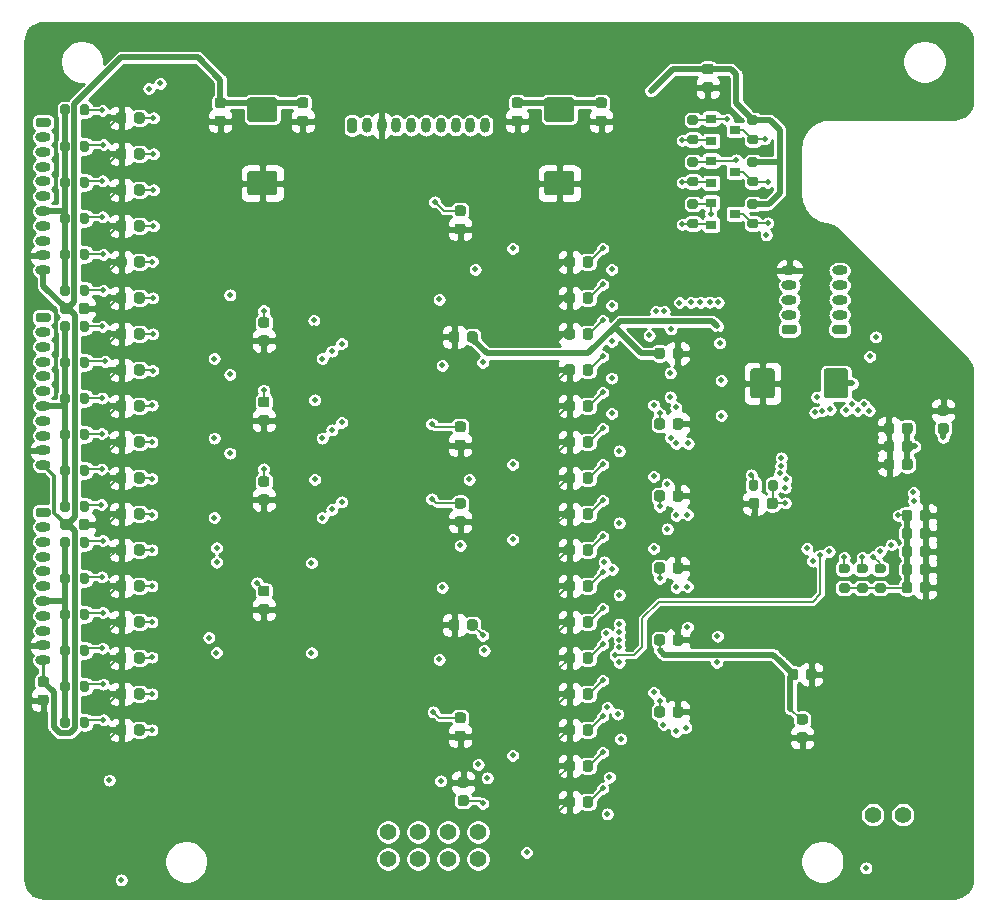
<source format=gbr>
%TF.GenerationSoftware,KiCad,Pcbnew,(5.1.10)-1*%
%TF.CreationDate,2023-09-20T18:37:59-05:00*%
%TF.ProjectId,brs_flight_computer,6272735f-666c-4696-9768-745f636f6d70,A*%
%TF.SameCoordinates,Original*%
%TF.FileFunction,Copper,L4,Bot*%
%TF.FilePolarity,Positive*%
%FSLAX46Y46*%
G04 Gerber Fmt 4.6, Leading zero omitted, Abs format (unit mm)*
G04 Created by KiCad (PCBNEW (5.1.10)-1) date 2023-09-20 18:37:59*
%MOMM*%
%LPD*%
G01*
G04 APERTURE LIST*
%TA.AperFunction,ComponentPad*%
%ADD10O,0.800000X1.300000*%
%TD*%
%TA.AperFunction,ComponentPad*%
%ADD11C,1.400000*%
%TD*%
%TA.AperFunction,ComponentPad*%
%ADD12O,1.300000X0.800000*%
%TD*%
%TA.AperFunction,SMDPad,CuDef*%
%ADD13R,0.900000X0.800000*%
%TD*%
%TA.AperFunction,ViaPad*%
%ADD14C,0.508000*%
%TD*%
%TA.AperFunction,Conductor*%
%ADD15C,0.152400*%
%TD*%
%TA.AperFunction,Conductor*%
%ADD16C,0.508000*%
%TD*%
%TA.AperFunction,Conductor*%
%ADD17C,0.254000*%
%TD*%
%TA.AperFunction,Conductor*%
%ADD18C,0.304800*%
%TD*%
%TA.AperFunction,Conductor*%
%ADD19C,0.100000*%
%TD*%
G04 APERTURE END LIST*
%TO.P,R48,2*%
%TO.N,Net-(R48-Pad2)*%
%TA.AperFunction,SMDPad,CuDef*%
G36*
G01*
X118408000Y-117877000D02*
X118408000Y-117327000D01*
G75*
G02*
X118608000Y-117127000I200000J0D01*
G01*
X119008000Y-117127000D01*
G75*
G02*
X119208000Y-117327000I0J-200000D01*
G01*
X119208000Y-117877000D01*
G75*
G02*
X119008000Y-118077000I-200000J0D01*
G01*
X118608000Y-118077000D01*
G75*
G02*
X118408000Y-117877000I0J200000D01*
G01*
G37*
%TD.AperFunction*%
%TO.P,R48,1*%
%TO.N,P3_CP*%
%TA.AperFunction,SMDPad,CuDef*%
G36*
G01*
X116758000Y-117877000D02*
X116758000Y-117327000D01*
G75*
G02*
X116958000Y-117127000I200000J0D01*
G01*
X117358000Y-117127000D01*
G75*
G02*
X117558000Y-117327000I0J-200000D01*
G01*
X117558000Y-117877000D01*
G75*
G02*
X117358000Y-118077000I-200000J0D01*
G01*
X116958000Y-118077000D01*
G75*
G02*
X116758000Y-117877000I0J200000D01*
G01*
G37*
%TD.AperFunction*%
%TD*%
%TO.P,R47,2*%
%TO.N,Net-(R47-Pad2)*%
%TA.AperFunction,SMDPad,CuDef*%
G36*
G01*
X118408000Y-120925000D02*
X118408000Y-120375000D01*
G75*
G02*
X118608000Y-120175000I200000J0D01*
G01*
X119008000Y-120175000D01*
G75*
G02*
X119208000Y-120375000I0J-200000D01*
G01*
X119208000Y-120925000D01*
G75*
G02*
X119008000Y-121125000I-200000J0D01*
G01*
X118608000Y-121125000D01*
G75*
G02*
X118408000Y-120925000I0J200000D01*
G01*
G37*
%TD.AperFunction*%
%TO.P,R47,1*%
%TO.N,P3_CP*%
%TA.AperFunction,SMDPad,CuDef*%
G36*
G01*
X116758000Y-120925000D02*
X116758000Y-120375000D01*
G75*
G02*
X116958000Y-120175000I200000J0D01*
G01*
X117358000Y-120175000D01*
G75*
G02*
X117558000Y-120375000I0J-200000D01*
G01*
X117558000Y-120925000D01*
G75*
G02*
X117358000Y-121125000I-200000J0D01*
G01*
X116958000Y-121125000D01*
G75*
G02*
X116758000Y-120925000I0J200000D01*
G01*
G37*
%TD.AperFunction*%
%TD*%
%TO.P,R45,2*%
%TO.N,Net-(R45-Pad2)*%
%TA.AperFunction,SMDPad,CuDef*%
G36*
G01*
X118408000Y-123973000D02*
X118408000Y-123423000D01*
G75*
G02*
X118608000Y-123223000I200000J0D01*
G01*
X119008000Y-123223000D01*
G75*
G02*
X119208000Y-123423000I0J-200000D01*
G01*
X119208000Y-123973000D01*
G75*
G02*
X119008000Y-124173000I-200000J0D01*
G01*
X118608000Y-124173000D01*
G75*
G02*
X118408000Y-123973000I0J200000D01*
G01*
G37*
%TD.AperFunction*%
%TO.P,R45,1*%
%TO.N,P3_CP*%
%TA.AperFunction,SMDPad,CuDef*%
G36*
G01*
X116758000Y-123973000D02*
X116758000Y-123423000D01*
G75*
G02*
X116958000Y-123223000I200000J0D01*
G01*
X117358000Y-123223000D01*
G75*
G02*
X117558000Y-123423000I0J-200000D01*
G01*
X117558000Y-123973000D01*
G75*
G02*
X117358000Y-124173000I-200000J0D01*
G01*
X116958000Y-124173000D01*
G75*
G02*
X116758000Y-123973000I0J200000D01*
G01*
G37*
%TD.AperFunction*%
%TD*%
%TO.P,R44,2*%
%TO.N,Net-(R44-Pad2)*%
%TA.AperFunction,SMDPad,CuDef*%
G36*
G01*
X118408000Y-127021000D02*
X118408000Y-126471000D01*
G75*
G02*
X118608000Y-126271000I200000J0D01*
G01*
X119008000Y-126271000D01*
G75*
G02*
X119208000Y-126471000I0J-200000D01*
G01*
X119208000Y-127021000D01*
G75*
G02*
X119008000Y-127221000I-200000J0D01*
G01*
X118608000Y-127221000D01*
G75*
G02*
X118408000Y-127021000I0J200000D01*
G01*
G37*
%TD.AperFunction*%
%TO.P,R44,1*%
%TO.N,P3_CP*%
%TA.AperFunction,SMDPad,CuDef*%
G36*
G01*
X116758000Y-127021000D02*
X116758000Y-126471000D01*
G75*
G02*
X116958000Y-126271000I200000J0D01*
G01*
X117358000Y-126271000D01*
G75*
G02*
X117558000Y-126471000I0J-200000D01*
G01*
X117558000Y-127021000D01*
G75*
G02*
X117358000Y-127221000I-200000J0D01*
G01*
X116958000Y-127221000D01*
G75*
G02*
X116758000Y-127021000I0J200000D01*
G01*
G37*
%TD.AperFunction*%
%TD*%
%TO.P,R41,2*%
%TO.N,Net-(R41-Pad2)*%
%TA.AperFunction,SMDPad,CuDef*%
G36*
G01*
X118408000Y-130069000D02*
X118408000Y-129519000D01*
G75*
G02*
X118608000Y-129319000I200000J0D01*
G01*
X119008000Y-129319000D01*
G75*
G02*
X119208000Y-129519000I0J-200000D01*
G01*
X119208000Y-130069000D01*
G75*
G02*
X119008000Y-130269000I-200000J0D01*
G01*
X118608000Y-130269000D01*
G75*
G02*
X118408000Y-130069000I0J200000D01*
G01*
G37*
%TD.AperFunction*%
%TO.P,R41,1*%
%TO.N,P3_CP*%
%TA.AperFunction,SMDPad,CuDef*%
G36*
G01*
X116758000Y-130069000D02*
X116758000Y-129519000D01*
G75*
G02*
X116958000Y-129319000I200000J0D01*
G01*
X117358000Y-129319000D01*
G75*
G02*
X117558000Y-129519000I0J-200000D01*
G01*
X117558000Y-130069000D01*
G75*
G02*
X117358000Y-130269000I-200000J0D01*
G01*
X116958000Y-130269000D01*
G75*
G02*
X116758000Y-130069000I0J200000D01*
G01*
G37*
%TD.AperFunction*%
%TD*%
%TO.P,R40,2*%
%TO.N,Net-(R40-Pad2)*%
%TA.AperFunction,SMDPad,CuDef*%
G36*
G01*
X118408000Y-99589000D02*
X118408000Y-99039000D01*
G75*
G02*
X118608000Y-98839000I200000J0D01*
G01*
X119008000Y-98839000D01*
G75*
G02*
X119208000Y-99039000I0J-200000D01*
G01*
X119208000Y-99589000D01*
G75*
G02*
X119008000Y-99789000I-200000J0D01*
G01*
X118608000Y-99789000D01*
G75*
G02*
X118408000Y-99589000I0J200000D01*
G01*
G37*
%TD.AperFunction*%
%TO.P,R40,1*%
%TO.N,P2_CP*%
%TA.AperFunction,SMDPad,CuDef*%
G36*
G01*
X116758000Y-99589000D02*
X116758000Y-99039000D01*
G75*
G02*
X116958000Y-98839000I200000J0D01*
G01*
X117358000Y-98839000D01*
G75*
G02*
X117558000Y-99039000I0J-200000D01*
G01*
X117558000Y-99589000D01*
G75*
G02*
X117358000Y-99789000I-200000J0D01*
G01*
X116958000Y-99789000D01*
G75*
G02*
X116758000Y-99589000I0J200000D01*
G01*
G37*
%TD.AperFunction*%
%TD*%
%TO.P,R39,2*%
%TO.N,Net-(R39-Pad2)*%
%TA.AperFunction,SMDPad,CuDef*%
G36*
G01*
X118408000Y-102637000D02*
X118408000Y-102087000D01*
G75*
G02*
X118608000Y-101887000I200000J0D01*
G01*
X119008000Y-101887000D01*
G75*
G02*
X119208000Y-102087000I0J-200000D01*
G01*
X119208000Y-102637000D01*
G75*
G02*
X119008000Y-102837000I-200000J0D01*
G01*
X118608000Y-102837000D01*
G75*
G02*
X118408000Y-102637000I0J200000D01*
G01*
G37*
%TD.AperFunction*%
%TO.P,R39,1*%
%TO.N,P2_CP*%
%TA.AperFunction,SMDPad,CuDef*%
G36*
G01*
X116758000Y-102637000D02*
X116758000Y-102087000D01*
G75*
G02*
X116958000Y-101887000I200000J0D01*
G01*
X117358000Y-101887000D01*
G75*
G02*
X117558000Y-102087000I0J-200000D01*
G01*
X117558000Y-102637000D01*
G75*
G02*
X117358000Y-102837000I-200000J0D01*
G01*
X116958000Y-102837000D01*
G75*
G02*
X116758000Y-102637000I0J200000D01*
G01*
G37*
%TD.AperFunction*%
%TD*%
%TO.P,R38,2*%
%TO.N,Net-(R38-Pad2)*%
%TA.AperFunction,SMDPad,CuDef*%
G36*
G01*
X118408000Y-105685000D02*
X118408000Y-105135000D01*
G75*
G02*
X118608000Y-104935000I200000J0D01*
G01*
X119008000Y-104935000D01*
G75*
G02*
X119208000Y-105135000I0J-200000D01*
G01*
X119208000Y-105685000D01*
G75*
G02*
X119008000Y-105885000I-200000J0D01*
G01*
X118608000Y-105885000D01*
G75*
G02*
X118408000Y-105685000I0J200000D01*
G01*
G37*
%TD.AperFunction*%
%TO.P,R38,1*%
%TO.N,P2_CP*%
%TA.AperFunction,SMDPad,CuDef*%
G36*
G01*
X116758000Y-105685000D02*
X116758000Y-105135000D01*
G75*
G02*
X116958000Y-104935000I200000J0D01*
G01*
X117358000Y-104935000D01*
G75*
G02*
X117558000Y-105135000I0J-200000D01*
G01*
X117558000Y-105685000D01*
G75*
G02*
X117358000Y-105885000I-200000J0D01*
G01*
X116958000Y-105885000D01*
G75*
G02*
X116758000Y-105685000I0J200000D01*
G01*
G37*
%TD.AperFunction*%
%TD*%
%TO.P,R29,2*%
%TO.N,Net-(R29-Pad2)*%
%TA.AperFunction,SMDPad,CuDef*%
G36*
G01*
X118408000Y-108733000D02*
X118408000Y-108183000D01*
G75*
G02*
X118608000Y-107983000I200000J0D01*
G01*
X119008000Y-107983000D01*
G75*
G02*
X119208000Y-108183000I0J-200000D01*
G01*
X119208000Y-108733000D01*
G75*
G02*
X119008000Y-108933000I-200000J0D01*
G01*
X118608000Y-108933000D01*
G75*
G02*
X118408000Y-108733000I0J200000D01*
G01*
G37*
%TD.AperFunction*%
%TO.P,R29,1*%
%TO.N,P2_CP*%
%TA.AperFunction,SMDPad,CuDef*%
G36*
G01*
X116758000Y-108733000D02*
X116758000Y-108183000D01*
G75*
G02*
X116958000Y-107983000I200000J0D01*
G01*
X117358000Y-107983000D01*
G75*
G02*
X117558000Y-108183000I0J-200000D01*
G01*
X117558000Y-108733000D01*
G75*
G02*
X117358000Y-108933000I-200000J0D01*
G01*
X116958000Y-108933000D01*
G75*
G02*
X116758000Y-108733000I0J200000D01*
G01*
G37*
%TD.AperFunction*%
%TD*%
%TO.P,R28,2*%
%TO.N,Net-(R28-Pad2)*%
%TA.AperFunction,SMDPad,CuDef*%
G36*
G01*
X118408000Y-111781000D02*
X118408000Y-111231000D01*
G75*
G02*
X118608000Y-111031000I200000J0D01*
G01*
X119008000Y-111031000D01*
G75*
G02*
X119208000Y-111231000I0J-200000D01*
G01*
X119208000Y-111781000D01*
G75*
G02*
X119008000Y-111981000I-200000J0D01*
G01*
X118608000Y-111981000D01*
G75*
G02*
X118408000Y-111781000I0J200000D01*
G01*
G37*
%TD.AperFunction*%
%TO.P,R28,1*%
%TO.N,P2_CP*%
%TA.AperFunction,SMDPad,CuDef*%
G36*
G01*
X116758000Y-111781000D02*
X116758000Y-111231000D01*
G75*
G02*
X116958000Y-111031000I200000J0D01*
G01*
X117358000Y-111031000D01*
G75*
G02*
X117558000Y-111231000I0J-200000D01*
G01*
X117558000Y-111781000D01*
G75*
G02*
X117358000Y-111981000I-200000J0D01*
G01*
X116958000Y-111981000D01*
G75*
G02*
X116758000Y-111781000I0J200000D01*
G01*
G37*
%TD.AperFunction*%
%TD*%
%TO.P,R27,2*%
%TO.N,Net-(R27-Pad2)*%
%TA.AperFunction,SMDPad,CuDef*%
G36*
G01*
X118408000Y-81301000D02*
X118408000Y-80751000D01*
G75*
G02*
X118608000Y-80551000I200000J0D01*
G01*
X119008000Y-80551000D01*
G75*
G02*
X119208000Y-80751000I0J-200000D01*
G01*
X119208000Y-81301000D01*
G75*
G02*
X119008000Y-81501000I-200000J0D01*
G01*
X118608000Y-81501000D01*
G75*
G02*
X118408000Y-81301000I0J200000D01*
G01*
G37*
%TD.AperFunction*%
%TO.P,R27,1*%
%TO.N,P1_CP*%
%TA.AperFunction,SMDPad,CuDef*%
G36*
G01*
X116758000Y-81301000D02*
X116758000Y-80751000D01*
G75*
G02*
X116958000Y-80551000I200000J0D01*
G01*
X117358000Y-80551000D01*
G75*
G02*
X117558000Y-80751000I0J-200000D01*
G01*
X117558000Y-81301000D01*
G75*
G02*
X117358000Y-81501000I-200000J0D01*
G01*
X116958000Y-81501000D01*
G75*
G02*
X116758000Y-81301000I0J200000D01*
G01*
G37*
%TD.AperFunction*%
%TD*%
%TO.P,R26,2*%
%TO.N,Net-(R26-Pad2)*%
%TA.AperFunction,SMDPad,CuDef*%
G36*
G01*
X118408000Y-84349000D02*
X118408000Y-83799000D01*
G75*
G02*
X118608000Y-83599000I200000J0D01*
G01*
X119008000Y-83599000D01*
G75*
G02*
X119208000Y-83799000I0J-200000D01*
G01*
X119208000Y-84349000D01*
G75*
G02*
X119008000Y-84549000I-200000J0D01*
G01*
X118608000Y-84549000D01*
G75*
G02*
X118408000Y-84349000I0J200000D01*
G01*
G37*
%TD.AperFunction*%
%TO.P,R26,1*%
%TO.N,P1_CP*%
%TA.AperFunction,SMDPad,CuDef*%
G36*
G01*
X116758000Y-84349000D02*
X116758000Y-83799000D01*
G75*
G02*
X116958000Y-83599000I200000J0D01*
G01*
X117358000Y-83599000D01*
G75*
G02*
X117558000Y-83799000I0J-200000D01*
G01*
X117558000Y-84349000D01*
G75*
G02*
X117358000Y-84549000I-200000J0D01*
G01*
X116958000Y-84549000D01*
G75*
G02*
X116758000Y-84349000I0J200000D01*
G01*
G37*
%TD.AperFunction*%
%TD*%
%TO.P,R13,2*%
%TO.N,Net-(R13-Pad2)*%
%TA.AperFunction,SMDPad,CuDef*%
G36*
G01*
X118408000Y-87397000D02*
X118408000Y-86847000D01*
G75*
G02*
X118608000Y-86647000I200000J0D01*
G01*
X119008000Y-86647000D01*
G75*
G02*
X119208000Y-86847000I0J-200000D01*
G01*
X119208000Y-87397000D01*
G75*
G02*
X119008000Y-87597000I-200000J0D01*
G01*
X118608000Y-87597000D01*
G75*
G02*
X118408000Y-87397000I0J200000D01*
G01*
G37*
%TD.AperFunction*%
%TO.P,R13,1*%
%TO.N,P1_CP*%
%TA.AperFunction,SMDPad,CuDef*%
G36*
G01*
X116758000Y-87397000D02*
X116758000Y-86847000D01*
G75*
G02*
X116958000Y-86647000I200000J0D01*
G01*
X117358000Y-86647000D01*
G75*
G02*
X117558000Y-86847000I0J-200000D01*
G01*
X117558000Y-87397000D01*
G75*
G02*
X117358000Y-87597000I-200000J0D01*
G01*
X116958000Y-87597000D01*
G75*
G02*
X116758000Y-87397000I0J200000D01*
G01*
G37*
%TD.AperFunction*%
%TD*%
%TO.P,R12,2*%
%TO.N,Net-(R12-Pad2)*%
%TA.AperFunction,SMDPad,CuDef*%
G36*
G01*
X118408000Y-90445000D02*
X118408000Y-89895000D01*
G75*
G02*
X118608000Y-89695000I200000J0D01*
G01*
X119008000Y-89695000D01*
G75*
G02*
X119208000Y-89895000I0J-200000D01*
G01*
X119208000Y-90445000D01*
G75*
G02*
X119008000Y-90645000I-200000J0D01*
G01*
X118608000Y-90645000D01*
G75*
G02*
X118408000Y-90445000I0J200000D01*
G01*
G37*
%TD.AperFunction*%
%TO.P,R12,1*%
%TO.N,P1_CP*%
%TA.AperFunction,SMDPad,CuDef*%
G36*
G01*
X116758000Y-90445000D02*
X116758000Y-89895000D01*
G75*
G02*
X116958000Y-89695000I200000J0D01*
G01*
X117358000Y-89695000D01*
G75*
G02*
X117558000Y-89895000I0J-200000D01*
G01*
X117558000Y-90445000D01*
G75*
G02*
X117358000Y-90645000I-200000J0D01*
G01*
X116958000Y-90645000D01*
G75*
G02*
X116758000Y-90445000I0J200000D01*
G01*
G37*
%TD.AperFunction*%
%TD*%
%TO.P,R11,2*%
%TO.N,Net-(R11-Pad2)*%
%TA.AperFunction,SMDPad,CuDef*%
G36*
G01*
X118408000Y-93493000D02*
X118408000Y-92943000D01*
G75*
G02*
X118608000Y-92743000I200000J0D01*
G01*
X119008000Y-92743000D01*
G75*
G02*
X119208000Y-92943000I0J-200000D01*
G01*
X119208000Y-93493000D01*
G75*
G02*
X119008000Y-93693000I-200000J0D01*
G01*
X118608000Y-93693000D01*
G75*
G02*
X118408000Y-93493000I0J200000D01*
G01*
G37*
%TD.AperFunction*%
%TO.P,R11,1*%
%TO.N,P1_CP*%
%TA.AperFunction,SMDPad,CuDef*%
G36*
G01*
X116758000Y-93493000D02*
X116758000Y-92943000D01*
G75*
G02*
X116958000Y-92743000I200000J0D01*
G01*
X117358000Y-92743000D01*
G75*
G02*
X117558000Y-92943000I0J-200000D01*
G01*
X117558000Y-93493000D01*
G75*
G02*
X117358000Y-93693000I-200000J0D01*
G01*
X116958000Y-93693000D01*
G75*
G02*
X116758000Y-93493000I0J200000D01*
G01*
G37*
%TD.AperFunction*%
%TD*%
%TO.P,R10,2*%
%TO.N,+3V3*%
%TA.AperFunction,SMDPad,CuDef*%
G36*
G01*
X185907000Y-118027000D02*
X186457000Y-118027000D01*
G75*
G02*
X186657000Y-118227000I0J-200000D01*
G01*
X186657000Y-118627000D01*
G75*
G02*
X186457000Y-118827000I-200000J0D01*
G01*
X185907000Y-118827000D01*
G75*
G02*
X185707000Y-118627000I0J200000D01*
G01*
X185707000Y-118227000D01*
G75*
G02*
X185907000Y-118027000I200000J0D01*
G01*
G37*
%TD.AperFunction*%
%TO.P,R10,1*%
%TO.N,/Ground Switcher/GAAS_TEMP*%
%TA.AperFunction,SMDPad,CuDef*%
G36*
G01*
X185907000Y-116377000D02*
X186457000Y-116377000D01*
G75*
G02*
X186657000Y-116577000I0J-200000D01*
G01*
X186657000Y-116977000D01*
G75*
G02*
X186457000Y-117177000I-200000J0D01*
G01*
X185907000Y-117177000D01*
G75*
G02*
X185707000Y-116977000I0J200000D01*
G01*
X185707000Y-116577000D01*
G75*
G02*
X185907000Y-116377000I200000J0D01*
G01*
G37*
%TD.AperFunction*%
%TD*%
%TO.P,C30,2*%
%TO.N,GND*%
%TA.AperFunction,SMDPad,CuDef*%
G36*
G01*
X133735000Y-97035500D02*
X134235000Y-97035500D01*
G75*
G02*
X134460000Y-97260500I0J-225000D01*
G01*
X134460000Y-97710500D01*
G75*
G02*
X134235000Y-97935500I-225000J0D01*
G01*
X133735000Y-97935500D01*
G75*
G02*
X133510000Y-97710500I0J225000D01*
G01*
X133510000Y-97260500D01*
G75*
G02*
X133735000Y-97035500I225000J0D01*
G01*
G37*
%TD.AperFunction*%
%TO.P,C30,1*%
%TO.N,+3V3*%
%TA.AperFunction,SMDPad,CuDef*%
G36*
G01*
X133735000Y-95485500D02*
X134235000Y-95485500D01*
G75*
G02*
X134460000Y-95710500I0J-225000D01*
G01*
X134460000Y-96160500D01*
G75*
G02*
X134235000Y-96385500I-225000J0D01*
G01*
X133735000Y-96385500D01*
G75*
G02*
X133510000Y-96160500I0J225000D01*
G01*
X133510000Y-95710500D01*
G75*
G02*
X133735000Y-95485500I225000J0D01*
G01*
G37*
%TD.AperFunction*%
%TD*%
%TO.P,C1,2*%
%TO.N,GND*%
%TA.AperFunction,SMDPad,CuDef*%
G36*
G01*
X187368000Y-104652000D02*
X187368000Y-105152000D01*
G75*
G02*
X187143000Y-105377000I-225000J0D01*
G01*
X186693000Y-105377000D01*
G75*
G02*
X186468000Y-105152000I0J225000D01*
G01*
X186468000Y-104652000D01*
G75*
G02*
X186693000Y-104427000I225000J0D01*
G01*
X187143000Y-104427000D01*
G75*
G02*
X187368000Y-104652000I0J-225000D01*
G01*
G37*
%TD.AperFunction*%
%TO.P,C1,1*%
%TO.N,VAA*%
%TA.AperFunction,SMDPad,CuDef*%
G36*
G01*
X188918000Y-104652000D02*
X188918000Y-105152000D01*
G75*
G02*
X188693000Y-105377000I-225000J0D01*
G01*
X188243000Y-105377000D01*
G75*
G02*
X188018000Y-105152000I0J225000D01*
G01*
X188018000Y-104652000D01*
G75*
G02*
X188243000Y-104427000I225000J0D01*
G01*
X188693000Y-104427000D01*
G75*
G02*
X188918000Y-104652000I0J-225000D01*
G01*
G37*
%TD.AperFunction*%
%TD*%
%TO.P,C29,2*%
%TO.N,GND*%
%TA.AperFunction,SMDPad,CuDef*%
G36*
G01*
X115066000Y-127452000D02*
X115566000Y-127452000D01*
G75*
G02*
X115791000Y-127677000I0J-225000D01*
G01*
X115791000Y-128127000D01*
G75*
G02*
X115566000Y-128352000I-225000J0D01*
G01*
X115066000Y-128352000D01*
G75*
G02*
X114841000Y-128127000I0J225000D01*
G01*
X114841000Y-127677000D01*
G75*
G02*
X115066000Y-127452000I225000J0D01*
G01*
G37*
%TD.AperFunction*%
%TO.P,C29,1*%
%TO.N,VBUS*%
%TA.AperFunction,SMDPad,CuDef*%
G36*
G01*
X115066000Y-125902000D02*
X115566000Y-125902000D01*
G75*
G02*
X115791000Y-126127000I0J-225000D01*
G01*
X115791000Y-126577000D01*
G75*
G02*
X115566000Y-126802000I-225000J0D01*
G01*
X115066000Y-126802000D01*
G75*
G02*
X114841000Y-126577000I0J225000D01*
G01*
X114841000Y-126127000D01*
G75*
G02*
X115066000Y-125902000I225000J0D01*
G01*
G37*
%TD.AperFunction*%
%TD*%
%TO.P,C28,2*%
%TO.N,GND*%
%TA.AperFunction,SMDPad,CuDef*%
G36*
G01*
X118308000Y-94992000D02*
X118308000Y-94492000D01*
G75*
G02*
X118533000Y-94267000I225000J0D01*
G01*
X118983000Y-94267000D01*
G75*
G02*
X119208000Y-94492000I0J-225000D01*
G01*
X119208000Y-94992000D01*
G75*
G02*
X118983000Y-95217000I-225000J0D01*
G01*
X118533000Y-95217000D01*
G75*
G02*
X118308000Y-94992000I0J225000D01*
G01*
G37*
%TD.AperFunction*%
%TO.P,C28,1*%
%TO.N,VBUS*%
%TA.AperFunction,SMDPad,CuDef*%
G36*
G01*
X116758000Y-94992000D02*
X116758000Y-94492000D01*
G75*
G02*
X116983000Y-94267000I225000J0D01*
G01*
X117433000Y-94267000D01*
G75*
G02*
X117658000Y-94492000I0J-225000D01*
G01*
X117658000Y-94992000D01*
G75*
G02*
X117433000Y-95217000I-225000J0D01*
G01*
X116983000Y-95217000D01*
G75*
G02*
X116758000Y-94992000I0J225000D01*
G01*
G37*
%TD.AperFunction*%
%TD*%
%TO.P,C17,2*%
%TO.N,GND*%
%TA.AperFunction,SMDPad,CuDef*%
G36*
G01*
X118308000Y-113280000D02*
X118308000Y-112780000D01*
G75*
G02*
X118533000Y-112555000I225000J0D01*
G01*
X118983000Y-112555000D01*
G75*
G02*
X119208000Y-112780000I0J-225000D01*
G01*
X119208000Y-113280000D01*
G75*
G02*
X118983000Y-113505000I-225000J0D01*
G01*
X118533000Y-113505000D01*
G75*
G02*
X118308000Y-113280000I0J225000D01*
G01*
G37*
%TD.AperFunction*%
%TO.P,C17,1*%
%TO.N,VBUS*%
%TA.AperFunction,SMDPad,CuDef*%
G36*
G01*
X116758000Y-113280000D02*
X116758000Y-112780000D01*
G75*
G02*
X116983000Y-112555000I225000J0D01*
G01*
X117433000Y-112555000D01*
G75*
G02*
X117658000Y-112780000I0J-225000D01*
G01*
X117658000Y-113280000D01*
G75*
G02*
X117433000Y-113505000I-225000J0D01*
G01*
X116983000Y-113505000D01*
G75*
G02*
X116758000Y-113280000I0J225000D01*
G01*
G37*
%TD.AperFunction*%
%TD*%
D10*
%TO.P,J3,10*%
%TO.N,/Microcontroller/NC_V*%
X152728000Y-79248000D03*
%TO.P,J3,9*%
%TO.N,/Microcontroller/NO_V*%
X151478000Y-79248000D03*
%TO.P,J3,8*%
%TO.N,/Microcontroller/UNSET*%
X150228000Y-79248000D03*
%TO.P,J3,7*%
%TO.N,/Microcontroller/SET*%
X148978000Y-79248000D03*
%TO.P,J3,6*%
%TO.N,/Microcontroller/MAG_INT*%
X147728000Y-79248000D03*
%TO.P,J3,5*%
%TO.N,/Ground Switcher/SDA*%
X146478000Y-79248000D03*
%TO.P,J3,4*%
%TO.N,/Ground Switcher/SCL*%
X145228000Y-79248000D03*
%TO.P,J3,3*%
%TO.N,GND*%
X143978000Y-79248000D03*
%TO.P,J3,2*%
%TO.N,VPP*%
X142728000Y-79248000D03*
%TO.P,J3,1*%
%TO.N,VDDF*%
%TA.AperFunction,ComponentPad*%
G36*
G01*
X141078000Y-79698000D02*
X141078000Y-78798000D01*
G75*
G02*
X141278000Y-78598000I200000J0D01*
G01*
X141678000Y-78598000D01*
G75*
G02*
X141878000Y-78798000I0J-200000D01*
G01*
X141878000Y-79698000D01*
G75*
G02*
X141678000Y-79898000I-200000J0D01*
G01*
X141278000Y-79898000D01*
G75*
G02*
X141078000Y-79698000I0J200000D01*
G01*
G37*
%TD.AperFunction*%
%TD*%
D11*
%TO.P,TP24,2*%
%TO.N,Net-(R52-Pad2)*%
X185547000Y-137604500D03*
%TO.P,TP24,1*%
%TO.N,Net-(J5-Pad3)*%
X188087000Y-137604500D03*
%TD*%
%TO.P,TP17,2*%
%TO.N,Net-(R33-Pad1)*%
X152146000Y-141351000D03*
%TO.P,TP17,1*%
%TO.N,P3_CP*%
X149606000Y-141351000D03*
%TD*%
%TO.P,TP16,2*%
%TO.N,Net-(R32-Pad2)*%
X147066000Y-141351000D03*
%TO.P,TP16,1*%
%TO.N,P2_CP*%
X144526000Y-141351000D03*
%TD*%
%TO.P,TP7,2*%
%TO.N,Net-(R17-Pad1)*%
X147066000Y-139065000D03*
%TO.P,TP7,1*%
%TO.N,P1_CP*%
X144526000Y-139065000D03*
%TD*%
%TO.P,TP6,2*%
%TO.N,Net-(R16-Pad2)*%
X152146000Y-139065000D03*
%TO.P,TP6,1*%
%TO.N,/Curve Tracer/GAAS_POS*%
X149606000Y-139065000D03*
%TD*%
D12*
%TO.P,J2,5*%
%TO.N,GND*%
X178498500Y-91520000D03*
%TO.P,J2,4*%
%TO.N,PAYLOAD_RST*%
X178498500Y-92770000D03*
%TO.P,J2,3*%
%TO.N,TEST*%
X178498500Y-94020000D03*
%TO.P,J2,2*%
%TO.N,TCK*%
X178498500Y-95270000D03*
%TO.P,J2,1*%
%TO.N,TMS*%
%TA.AperFunction,ComponentPad*%
G36*
G01*
X178948500Y-96920000D02*
X178048500Y-96920000D01*
G75*
G02*
X177848500Y-96720000I0J200000D01*
G01*
X177848500Y-96320000D01*
G75*
G02*
X178048500Y-96120000I200000J0D01*
G01*
X178948500Y-96120000D01*
G75*
G02*
X179148500Y-96320000I0J-200000D01*
G01*
X179148500Y-96720000D01*
G75*
G02*
X178948500Y-96920000I-200000J0D01*
G01*
G37*
%TD.AperFunction*%
%TD*%
%TO.P,J1,5*%
%TO.N,TDI*%
X182753000Y-91520000D03*
%TO.P,J1,4*%
%TO.N,TDO*%
X182753000Y-92770000D03*
%TO.P,J1,3*%
%TO.N,TX_OUT*%
X182753000Y-94020000D03*
%TO.P,J1,2*%
%TO.N,RX_IN*%
X182753000Y-95270000D03*
%TO.P,J1,1*%
%TO.N,+3V3*%
%TA.AperFunction,ComponentPad*%
G36*
G01*
X183203000Y-96920000D02*
X182303000Y-96920000D01*
G75*
G02*
X182103000Y-96720000I0J200000D01*
G01*
X182103000Y-96320000D01*
G75*
G02*
X182303000Y-96120000I200000J0D01*
G01*
X183203000Y-96120000D01*
G75*
G02*
X183403000Y-96320000I0J-200000D01*
G01*
X183403000Y-96720000D01*
G75*
G02*
X183203000Y-96920000I-200000J0D01*
G01*
G37*
%TD.AperFunction*%
%TD*%
%TO.P,J14,11*%
%TO.N,VBUS*%
X115316000Y-108004000D03*
%TO.P,J14,10*%
%TO.N,GND*%
X115316000Y-106754000D03*
%TO.P,J14,9*%
%TO.N,/Ground Switcher/SCL*%
X115316000Y-105504000D03*
%TO.P,J14,8*%
%TO.N,/Ground Switcher/SDA*%
X115316000Y-104254000D03*
%TO.P,J14,7*%
%TO.N,P2_CP*%
X115316000Y-103004000D03*
%TO.P,J14,6*%
%TO.N,P2_P1*%
X115316000Y-101754000D03*
%TO.P,J14,5*%
%TO.N,P2_P2*%
X115316000Y-100504000D03*
%TO.P,J14,4*%
%TO.N,P2_P3*%
X115316000Y-99254000D03*
%TO.P,J14,3*%
%TO.N,P2_P6*%
X115316000Y-98004000D03*
%TO.P,J14,2*%
%TO.N,P2_P5*%
X115316000Y-96754000D03*
%TO.P,J14,1*%
%TO.N,P2_P4*%
%TA.AperFunction,ComponentPad*%
G36*
G01*
X114866000Y-95104000D02*
X115766000Y-95104000D01*
G75*
G02*
X115966000Y-95304000I0J-200000D01*
G01*
X115966000Y-95704000D01*
G75*
G02*
X115766000Y-95904000I-200000J0D01*
G01*
X114866000Y-95904000D01*
G75*
G02*
X114666000Y-95704000I0J200000D01*
G01*
X114666000Y-95304000D01*
G75*
G02*
X114866000Y-95104000I200000J0D01*
G01*
G37*
%TD.AperFunction*%
%TD*%
%TO.P,J13,11*%
%TO.N,VBUS*%
X115316000Y-91494000D03*
%TO.P,J13,10*%
%TO.N,GND*%
X115316000Y-90244000D03*
%TO.P,J13,9*%
%TO.N,/Ground Switcher/SCL*%
X115316000Y-88994000D03*
%TO.P,J13,8*%
%TO.N,/Ground Switcher/SDA*%
X115316000Y-87744000D03*
%TO.P,J13,7*%
%TO.N,P1_CP*%
X115316000Y-86494000D03*
%TO.P,J13,6*%
%TO.N,P1_P1*%
X115316000Y-85244000D03*
%TO.P,J13,5*%
%TO.N,P1_P2*%
X115316000Y-83994000D03*
%TO.P,J13,4*%
%TO.N,P1_P3*%
X115316000Y-82744000D03*
%TO.P,J13,3*%
%TO.N,P1_P6*%
X115316000Y-81494000D03*
%TO.P,J13,2*%
%TO.N,P1_P5*%
X115316000Y-80244000D03*
%TO.P,J13,1*%
%TO.N,P1_P4*%
%TA.AperFunction,ComponentPad*%
G36*
G01*
X114866000Y-78594000D02*
X115766000Y-78594000D01*
G75*
G02*
X115966000Y-78794000I0J-200000D01*
G01*
X115966000Y-79194000D01*
G75*
G02*
X115766000Y-79394000I-200000J0D01*
G01*
X114866000Y-79394000D01*
G75*
G02*
X114666000Y-79194000I0J200000D01*
G01*
X114666000Y-78794000D01*
G75*
G02*
X114866000Y-78594000I200000J0D01*
G01*
G37*
%TD.AperFunction*%
%TD*%
%TO.P,J10,11*%
%TO.N,VBUS*%
X115316000Y-124514000D03*
%TO.P,J10,10*%
%TO.N,GND*%
X115316000Y-123264000D03*
%TO.P,J10,9*%
%TO.N,/Ground Switcher/SCL*%
X115316000Y-122014000D03*
%TO.P,J10,8*%
%TO.N,/Ground Switcher/SDA*%
X115316000Y-120764000D03*
%TO.P,J10,7*%
%TO.N,P3_CP*%
X115316000Y-119514000D03*
%TO.P,J10,6*%
%TO.N,P3_P1*%
X115316000Y-118264000D03*
%TO.P,J10,5*%
%TO.N,P3_P2*%
X115316000Y-117014000D03*
%TO.P,J10,4*%
%TO.N,P3_P3*%
X115316000Y-115764000D03*
%TO.P,J10,3*%
%TO.N,P3_P6*%
X115316000Y-114514000D03*
%TO.P,J10,2*%
%TO.N,P3_P5*%
X115316000Y-113264000D03*
%TO.P,J10,1*%
%TO.N,P3_P4*%
%TA.AperFunction,ComponentPad*%
G36*
G01*
X114866000Y-111614000D02*
X115766000Y-111614000D01*
G75*
G02*
X115966000Y-111814000I0J-200000D01*
G01*
X115966000Y-112214000D01*
G75*
G02*
X115766000Y-112414000I-200000J0D01*
G01*
X114866000Y-112414000D01*
G75*
G02*
X114666000Y-112214000I0J200000D01*
G01*
X114666000Y-111814000D01*
G75*
G02*
X114866000Y-111614000I200000J0D01*
G01*
G37*
%TD.AperFunction*%
%TD*%
%TO.P,R80,2*%
%TO.N,+5V*%
%TA.AperFunction,SMDPad,CuDef*%
G36*
G01*
X175674700Y-79191300D02*
X175124700Y-79191300D01*
G75*
G02*
X174924700Y-78991300I0J200000D01*
G01*
X174924700Y-78591300D01*
G75*
G02*
X175124700Y-78391300I200000J0D01*
G01*
X175674700Y-78391300D01*
G75*
G02*
X175874700Y-78591300I0J-200000D01*
G01*
X175874700Y-78991300D01*
G75*
G02*
X175674700Y-79191300I-200000J0D01*
G01*
G37*
%TD.AperFunction*%
%TO.P,R80,1*%
%TO.N,Net-(J21-Pad5)*%
%TA.AperFunction,SMDPad,CuDef*%
G36*
G01*
X175674700Y-80841300D02*
X175124700Y-80841300D01*
G75*
G02*
X174924700Y-80641300I0J200000D01*
G01*
X174924700Y-80241300D01*
G75*
G02*
X175124700Y-80041300I200000J0D01*
G01*
X175674700Y-80041300D01*
G75*
G02*
X175874700Y-80241300I0J-200000D01*
G01*
X175874700Y-80641300D01*
G75*
G02*
X175674700Y-80841300I-200000J0D01*
G01*
G37*
%TD.AperFunction*%
%TD*%
%TO.P,R78,2*%
%TO.N,+3V3*%
%TA.AperFunction,SMDPad,CuDef*%
G36*
G01*
X170044700Y-80041300D02*
X170594700Y-80041300D01*
G75*
G02*
X170794700Y-80241300I0J-200000D01*
G01*
X170794700Y-80641300D01*
G75*
G02*
X170594700Y-80841300I-200000J0D01*
G01*
X170044700Y-80841300D01*
G75*
G02*
X169844700Y-80641300I0J200000D01*
G01*
X169844700Y-80241300D01*
G75*
G02*
X170044700Y-80041300I200000J0D01*
G01*
G37*
%TD.AperFunction*%
%TO.P,R78,1*%
%TO.N,/EPS Connections/RX*%
%TA.AperFunction,SMDPad,CuDef*%
G36*
G01*
X170044700Y-78391300D02*
X170594700Y-78391300D01*
G75*
G02*
X170794700Y-78591300I0J-200000D01*
G01*
X170794700Y-78991300D01*
G75*
G02*
X170594700Y-79191300I-200000J0D01*
G01*
X170044700Y-79191300D01*
G75*
G02*
X169844700Y-78991300I0J200000D01*
G01*
X169844700Y-78591300D01*
G75*
G02*
X170044700Y-78391300I200000J0D01*
G01*
G37*
%TD.AperFunction*%
%TD*%
%TO.P,R77,2*%
%TO.N,+5V*%
%TA.AperFunction,SMDPad,CuDef*%
G36*
G01*
X175674700Y-82747300D02*
X175124700Y-82747300D01*
G75*
G02*
X174924700Y-82547300I0J200000D01*
G01*
X174924700Y-82147300D01*
G75*
G02*
X175124700Y-81947300I200000J0D01*
G01*
X175674700Y-81947300D01*
G75*
G02*
X175874700Y-82147300I0J-200000D01*
G01*
X175874700Y-82547300D01*
G75*
G02*
X175674700Y-82747300I-200000J0D01*
G01*
G37*
%TD.AperFunction*%
%TO.P,R77,1*%
%TO.N,Net-(J21-Pad4)*%
%TA.AperFunction,SMDPad,CuDef*%
G36*
G01*
X175674700Y-84397300D02*
X175124700Y-84397300D01*
G75*
G02*
X174924700Y-84197300I0J200000D01*
G01*
X174924700Y-83797300D01*
G75*
G02*
X175124700Y-83597300I200000J0D01*
G01*
X175674700Y-83597300D01*
G75*
G02*
X175874700Y-83797300I0J-200000D01*
G01*
X175874700Y-84197300D01*
G75*
G02*
X175674700Y-84397300I-200000J0D01*
G01*
G37*
%TD.AperFunction*%
%TD*%
%TO.P,R76,2*%
%TO.N,+3V3*%
%TA.AperFunction,SMDPad,CuDef*%
G36*
G01*
X170044700Y-83597300D02*
X170594700Y-83597300D01*
G75*
G02*
X170794700Y-83797300I0J-200000D01*
G01*
X170794700Y-84197300D01*
G75*
G02*
X170594700Y-84397300I-200000J0D01*
G01*
X170044700Y-84397300D01*
G75*
G02*
X169844700Y-84197300I0J200000D01*
G01*
X169844700Y-83797300D01*
G75*
G02*
X170044700Y-83597300I200000J0D01*
G01*
G37*
%TD.AperFunction*%
%TO.P,R76,1*%
%TO.N,/EPS Connections/TX*%
%TA.AperFunction,SMDPad,CuDef*%
G36*
G01*
X170044700Y-81947300D02*
X170594700Y-81947300D01*
G75*
G02*
X170794700Y-82147300I0J-200000D01*
G01*
X170794700Y-82547300D01*
G75*
G02*
X170594700Y-82747300I-200000J0D01*
G01*
X170044700Y-82747300D01*
G75*
G02*
X169844700Y-82547300I0J200000D01*
G01*
X169844700Y-82147300D01*
G75*
G02*
X170044700Y-81947300I200000J0D01*
G01*
G37*
%TD.AperFunction*%
%TD*%
%TO.P,R75,2*%
%TO.N,+5V*%
%TA.AperFunction,SMDPad,CuDef*%
G36*
G01*
X175674700Y-86303300D02*
X175124700Y-86303300D01*
G75*
G02*
X174924700Y-86103300I0J200000D01*
G01*
X174924700Y-85703300D01*
G75*
G02*
X175124700Y-85503300I200000J0D01*
G01*
X175674700Y-85503300D01*
G75*
G02*
X175874700Y-85703300I0J-200000D01*
G01*
X175874700Y-86103300D01*
G75*
G02*
X175674700Y-86303300I-200000J0D01*
G01*
G37*
%TD.AperFunction*%
%TO.P,R75,1*%
%TO.N,Net-(J21-Pad3)*%
%TA.AperFunction,SMDPad,CuDef*%
G36*
G01*
X175674700Y-87953300D02*
X175124700Y-87953300D01*
G75*
G02*
X174924700Y-87753300I0J200000D01*
G01*
X174924700Y-87353300D01*
G75*
G02*
X175124700Y-87153300I200000J0D01*
G01*
X175674700Y-87153300D01*
G75*
G02*
X175874700Y-87353300I0J-200000D01*
G01*
X175874700Y-87753300D01*
G75*
G02*
X175674700Y-87953300I-200000J0D01*
G01*
G37*
%TD.AperFunction*%
%TD*%
%TO.P,R74,2*%
%TO.N,+3V3*%
%TA.AperFunction,SMDPad,CuDef*%
G36*
G01*
X170044700Y-87153300D02*
X170594700Y-87153300D01*
G75*
G02*
X170794700Y-87353300I0J-200000D01*
G01*
X170794700Y-87753300D01*
G75*
G02*
X170594700Y-87953300I-200000J0D01*
G01*
X170044700Y-87953300D01*
G75*
G02*
X169844700Y-87753300I0J200000D01*
G01*
X169844700Y-87353300D01*
G75*
G02*
X170044700Y-87153300I200000J0D01*
G01*
G37*
%TD.AperFunction*%
%TO.P,R74,1*%
%TO.N,/EPS Connections/BUSY*%
%TA.AperFunction,SMDPad,CuDef*%
G36*
G01*
X170044700Y-85503300D02*
X170594700Y-85503300D01*
G75*
G02*
X170794700Y-85703300I0J-200000D01*
G01*
X170794700Y-86103300D01*
G75*
G02*
X170594700Y-86303300I-200000J0D01*
G01*
X170044700Y-86303300D01*
G75*
G02*
X169844700Y-86103300I0J200000D01*
G01*
X169844700Y-85703300D01*
G75*
G02*
X170044700Y-85503300I200000J0D01*
G01*
G37*
%TD.AperFunction*%
%TD*%
%TO.P,R73,2*%
%TO.N,Net-(R73-Pad2)*%
%TA.AperFunction,SMDPad,CuDef*%
G36*
G01*
X118408000Y-114829000D02*
X118408000Y-114279000D01*
G75*
G02*
X118608000Y-114079000I200000J0D01*
G01*
X119008000Y-114079000D01*
G75*
G02*
X119208000Y-114279000I0J-200000D01*
G01*
X119208000Y-114829000D01*
G75*
G02*
X119008000Y-115029000I-200000J0D01*
G01*
X118608000Y-115029000D01*
G75*
G02*
X118408000Y-114829000I0J200000D01*
G01*
G37*
%TD.AperFunction*%
%TO.P,R73,1*%
%TO.N,P3_CP*%
%TA.AperFunction,SMDPad,CuDef*%
G36*
G01*
X116758000Y-114829000D02*
X116758000Y-114279000D01*
G75*
G02*
X116958000Y-114079000I200000J0D01*
G01*
X117358000Y-114079000D01*
G75*
G02*
X117558000Y-114279000I0J-200000D01*
G01*
X117558000Y-114829000D01*
G75*
G02*
X117358000Y-115029000I-200000J0D01*
G01*
X116958000Y-115029000D01*
G75*
G02*
X116758000Y-114829000I0J200000D01*
G01*
G37*
%TD.AperFunction*%
%TD*%
%TO.P,R72,2*%
%TO.N,Net-(R72-Pad2)*%
%TA.AperFunction,SMDPad,CuDef*%
G36*
G01*
X118408000Y-96541000D02*
X118408000Y-95991000D01*
G75*
G02*
X118608000Y-95791000I200000J0D01*
G01*
X119008000Y-95791000D01*
G75*
G02*
X119208000Y-95991000I0J-200000D01*
G01*
X119208000Y-96541000D01*
G75*
G02*
X119008000Y-96741000I-200000J0D01*
G01*
X118608000Y-96741000D01*
G75*
G02*
X118408000Y-96541000I0J200000D01*
G01*
G37*
%TD.AperFunction*%
%TO.P,R72,1*%
%TO.N,P2_CP*%
%TA.AperFunction,SMDPad,CuDef*%
G36*
G01*
X116758000Y-96541000D02*
X116758000Y-95991000D01*
G75*
G02*
X116958000Y-95791000I200000J0D01*
G01*
X117358000Y-95791000D01*
G75*
G02*
X117558000Y-95991000I0J-200000D01*
G01*
X117558000Y-96541000D01*
G75*
G02*
X117358000Y-96741000I-200000J0D01*
G01*
X116958000Y-96741000D01*
G75*
G02*
X116758000Y-96541000I0J200000D01*
G01*
G37*
%TD.AperFunction*%
%TD*%
%TO.P,R71,2*%
%TO.N,Net-(R71-Pad2)*%
%TA.AperFunction,SMDPad,CuDef*%
G36*
G01*
X118408000Y-78189500D02*
X118408000Y-77639500D01*
G75*
G02*
X118608000Y-77439500I200000J0D01*
G01*
X119008000Y-77439500D01*
G75*
G02*
X119208000Y-77639500I0J-200000D01*
G01*
X119208000Y-78189500D01*
G75*
G02*
X119008000Y-78389500I-200000J0D01*
G01*
X118608000Y-78389500D01*
G75*
G02*
X118408000Y-78189500I0J200000D01*
G01*
G37*
%TD.AperFunction*%
%TO.P,R71,1*%
%TO.N,P1_CP*%
%TA.AperFunction,SMDPad,CuDef*%
G36*
G01*
X116758000Y-78189500D02*
X116758000Y-77639500D01*
G75*
G02*
X116958000Y-77439500I200000J0D01*
G01*
X117358000Y-77439500D01*
G75*
G02*
X117558000Y-77639500I0J-200000D01*
G01*
X117558000Y-78189500D01*
G75*
G02*
X117358000Y-78389500I-200000J0D01*
G01*
X116958000Y-78389500D01*
G75*
G02*
X116758000Y-78189500I0J200000D01*
G01*
G37*
%TD.AperFunction*%
%TD*%
%TO.P,R3,2*%
%TO.N,+3V3*%
%TA.AperFunction,SMDPad,CuDef*%
G36*
G01*
X175851000Y-109453000D02*
X175851000Y-110003000D01*
G75*
G02*
X175651000Y-110203000I-200000J0D01*
G01*
X175251000Y-110203000D01*
G75*
G02*
X175051000Y-110003000I0J200000D01*
G01*
X175051000Y-109453000D01*
G75*
G02*
X175251000Y-109253000I200000J0D01*
G01*
X175651000Y-109253000D01*
G75*
G02*
X175851000Y-109453000I0J-200000D01*
G01*
G37*
%TD.AperFunction*%
%TO.P,R3,1*%
%TO.N,PAYLOAD_RST*%
%TA.AperFunction,SMDPad,CuDef*%
G36*
G01*
X177501000Y-109453000D02*
X177501000Y-110003000D01*
G75*
G02*
X177301000Y-110203000I-200000J0D01*
G01*
X176901000Y-110203000D01*
G75*
G02*
X176701000Y-110003000I0J200000D01*
G01*
X176701000Y-109453000D01*
G75*
G02*
X176901000Y-109253000I200000J0D01*
G01*
X177301000Y-109253000D01*
G75*
G02*
X177501000Y-109453000I0J-200000D01*
G01*
G37*
%TD.AperFunction*%
%TD*%
%TO.P,R2,2*%
%TO.N,+3V3*%
%TA.AperFunction,SMDPad,CuDef*%
G36*
G01*
X184383000Y-118027000D02*
X184933000Y-118027000D01*
G75*
G02*
X185133000Y-118227000I0J-200000D01*
G01*
X185133000Y-118627000D01*
G75*
G02*
X184933000Y-118827000I-200000J0D01*
G01*
X184383000Y-118827000D01*
G75*
G02*
X184183000Y-118627000I0J200000D01*
G01*
X184183000Y-118227000D01*
G75*
G02*
X184383000Y-118027000I200000J0D01*
G01*
G37*
%TD.AperFunction*%
%TO.P,R2,1*%
%TO.N,/Ground Switcher/SCL*%
%TA.AperFunction,SMDPad,CuDef*%
G36*
G01*
X184383000Y-116377000D02*
X184933000Y-116377000D01*
G75*
G02*
X185133000Y-116577000I0J-200000D01*
G01*
X185133000Y-116977000D01*
G75*
G02*
X184933000Y-117177000I-200000J0D01*
G01*
X184383000Y-117177000D01*
G75*
G02*
X184183000Y-116977000I0J200000D01*
G01*
X184183000Y-116577000D01*
G75*
G02*
X184383000Y-116377000I200000J0D01*
G01*
G37*
%TD.AperFunction*%
%TD*%
%TO.P,R1,2*%
%TO.N,+3V3*%
%TA.AperFunction,SMDPad,CuDef*%
G36*
G01*
X182859000Y-118027000D02*
X183409000Y-118027000D01*
G75*
G02*
X183609000Y-118227000I0J-200000D01*
G01*
X183609000Y-118627000D01*
G75*
G02*
X183409000Y-118827000I-200000J0D01*
G01*
X182859000Y-118827000D01*
G75*
G02*
X182659000Y-118627000I0J200000D01*
G01*
X182659000Y-118227000D01*
G75*
G02*
X182859000Y-118027000I200000J0D01*
G01*
G37*
%TD.AperFunction*%
%TO.P,R1,1*%
%TO.N,/Ground Switcher/SDA*%
%TA.AperFunction,SMDPad,CuDef*%
G36*
G01*
X182859000Y-116377000D02*
X183409000Y-116377000D01*
G75*
G02*
X183609000Y-116577000I0J-200000D01*
G01*
X183609000Y-116977000D01*
G75*
G02*
X183409000Y-117177000I-200000J0D01*
G01*
X182859000Y-117177000D01*
G75*
G02*
X182659000Y-116977000I0J200000D01*
G01*
X182659000Y-116577000D01*
G75*
G02*
X182859000Y-116377000I200000J0D01*
G01*
G37*
%TD.AperFunction*%
%TD*%
D13*
%TO.P,Q3,3*%
%TO.N,Net-(J21-Pad5)*%
X173875700Y-79616300D03*
%TO.P,Q3,2*%
%TO.N,/EPS Connections/RX*%
X171875700Y-78666300D03*
%TO.P,Q3,1*%
%TO.N,+3V3*%
X171875700Y-80566300D03*
%TD*%
%TO.P,Q2,3*%
%TO.N,Net-(J21-Pad4)*%
X173875700Y-83172300D03*
%TO.P,Q2,2*%
%TO.N,/EPS Connections/TX*%
X171875700Y-82222300D03*
%TO.P,Q2,1*%
%TO.N,+3V3*%
X171875700Y-84122300D03*
%TD*%
%TO.P,Q1,3*%
%TO.N,Net-(J21-Pad3)*%
X173875700Y-86728300D03*
%TO.P,Q1,2*%
%TO.N,/EPS Connections/BUSY*%
X171875700Y-85778300D03*
%TO.P,Q1,1*%
%TO.N,+3V3*%
X171875700Y-87678300D03*
%TD*%
%TO.P,C110,2*%
%TO.N,GND*%
%TA.AperFunction,SMDPad,CuDef*%
G36*
G01*
X155198000Y-78430000D02*
X155698000Y-78430000D01*
G75*
G02*
X155923000Y-78655000I0J-225000D01*
G01*
X155923000Y-79105000D01*
G75*
G02*
X155698000Y-79330000I-225000J0D01*
G01*
X155198000Y-79330000D01*
G75*
G02*
X154973000Y-79105000I0J225000D01*
G01*
X154973000Y-78655000D01*
G75*
G02*
X155198000Y-78430000I225000J0D01*
G01*
G37*
%TD.AperFunction*%
%TO.P,C110,1*%
%TO.N,+3V3*%
%TA.AperFunction,SMDPad,CuDef*%
G36*
G01*
X155198000Y-76880000D02*
X155698000Y-76880000D01*
G75*
G02*
X155923000Y-77105000I0J-225000D01*
G01*
X155923000Y-77555000D01*
G75*
G02*
X155698000Y-77780000I-225000J0D01*
G01*
X155198000Y-77780000D01*
G75*
G02*
X154973000Y-77555000I0J225000D01*
G01*
X154973000Y-77105000D01*
G75*
G02*
X155198000Y-76880000I225000J0D01*
G01*
G37*
%TD.AperFunction*%
%TD*%
%TO.P,C109,2*%
%TO.N,GND*%
%TA.AperFunction,SMDPad,CuDef*%
G36*
G01*
X162310000Y-78430000D02*
X162810000Y-78430000D01*
G75*
G02*
X163035000Y-78655000I0J-225000D01*
G01*
X163035000Y-79105000D01*
G75*
G02*
X162810000Y-79330000I-225000J0D01*
G01*
X162310000Y-79330000D01*
G75*
G02*
X162085000Y-79105000I0J225000D01*
G01*
X162085000Y-78655000D01*
G75*
G02*
X162310000Y-78430000I225000J0D01*
G01*
G37*
%TD.AperFunction*%
%TO.P,C109,1*%
%TO.N,+3V3*%
%TA.AperFunction,SMDPad,CuDef*%
G36*
G01*
X162310000Y-76880000D02*
X162810000Y-76880000D01*
G75*
G02*
X163035000Y-77105000I0J-225000D01*
G01*
X163035000Y-77555000D01*
G75*
G02*
X162810000Y-77780000I-225000J0D01*
G01*
X162310000Y-77780000D01*
G75*
G02*
X162085000Y-77555000I0J225000D01*
G01*
X162085000Y-77105000D01*
G75*
G02*
X162310000Y-76880000I225000J0D01*
G01*
G37*
%TD.AperFunction*%
%TD*%
%TO.P,C108,2*%
%TO.N,GND*%
%TA.AperFunction,SMDPad,CuDef*%
G36*
G01*
X157979000Y-83101000D02*
X160029000Y-83101000D01*
G75*
G02*
X160279000Y-83351000I0J-250000D01*
G01*
X160279000Y-84926000D01*
G75*
G02*
X160029000Y-85176000I-250000J0D01*
G01*
X157979000Y-85176000D01*
G75*
G02*
X157729000Y-84926000I0J250000D01*
G01*
X157729000Y-83351000D01*
G75*
G02*
X157979000Y-83101000I250000J0D01*
G01*
G37*
%TD.AperFunction*%
%TO.P,C108,1*%
%TO.N,+3V3*%
%TA.AperFunction,SMDPad,CuDef*%
G36*
G01*
X157979000Y-76876000D02*
X160029000Y-76876000D01*
G75*
G02*
X160279000Y-77126000I0J-250000D01*
G01*
X160279000Y-78701000D01*
G75*
G02*
X160029000Y-78951000I-250000J0D01*
G01*
X157979000Y-78951000D01*
G75*
G02*
X157729000Y-78701000I0J250000D01*
G01*
X157729000Y-77126000D01*
G75*
G02*
X157979000Y-76876000I250000J0D01*
G01*
G37*
%TD.AperFunction*%
%TD*%
%TO.P,C107,2*%
%TO.N,GND*%
%TA.AperFunction,SMDPad,CuDef*%
G36*
G01*
X130052000Y-78430000D02*
X130552000Y-78430000D01*
G75*
G02*
X130777000Y-78655000I0J-225000D01*
G01*
X130777000Y-79105000D01*
G75*
G02*
X130552000Y-79330000I-225000J0D01*
G01*
X130052000Y-79330000D01*
G75*
G02*
X129827000Y-79105000I0J225000D01*
G01*
X129827000Y-78655000D01*
G75*
G02*
X130052000Y-78430000I225000J0D01*
G01*
G37*
%TD.AperFunction*%
%TO.P,C107,1*%
%TO.N,VBUS*%
%TA.AperFunction,SMDPad,CuDef*%
G36*
G01*
X130052000Y-76880000D02*
X130552000Y-76880000D01*
G75*
G02*
X130777000Y-77105000I0J-225000D01*
G01*
X130777000Y-77555000D01*
G75*
G02*
X130552000Y-77780000I-225000J0D01*
G01*
X130052000Y-77780000D01*
G75*
G02*
X129827000Y-77555000I0J225000D01*
G01*
X129827000Y-77105000D01*
G75*
G02*
X130052000Y-76880000I225000J0D01*
G01*
G37*
%TD.AperFunction*%
%TD*%
%TO.P,C106,2*%
%TO.N,GND*%
%TA.AperFunction,SMDPad,CuDef*%
G36*
G01*
X137037000Y-78430000D02*
X137537000Y-78430000D01*
G75*
G02*
X137762000Y-78655000I0J-225000D01*
G01*
X137762000Y-79105000D01*
G75*
G02*
X137537000Y-79330000I-225000J0D01*
G01*
X137037000Y-79330000D01*
G75*
G02*
X136812000Y-79105000I0J225000D01*
G01*
X136812000Y-78655000D01*
G75*
G02*
X137037000Y-78430000I225000J0D01*
G01*
G37*
%TD.AperFunction*%
%TO.P,C106,1*%
%TO.N,VBUS*%
%TA.AperFunction,SMDPad,CuDef*%
G36*
G01*
X137037000Y-76880000D02*
X137537000Y-76880000D01*
G75*
G02*
X137762000Y-77105000I0J-225000D01*
G01*
X137762000Y-77555000D01*
G75*
G02*
X137537000Y-77780000I-225000J0D01*
G01*
X137037000Y-77780000D01*
G75*
G02*
X136812000Y-77555000I0J225000D01*
G01*
X136812000Y-77105000D01*
G75*
G02*
X137037000Y-76880000I225000J0D01*
G01*
G37*
%TD.AperFunction*%
%TD*%
%TO.P,C105,2*%
%TO.N,GND*%
%TA.AperFunction,SMDPad,CuDef*%
G36*
G01*
X132833000Y-83101000D02*
X134883000Y-83101000D01*
G75*
G02*
X135133000Y-83351000I0J-250000D01*
G01*
X135133000Y-84926000D01*
G75*
G02*
X134883000Y-85176000I-250000J0D01*
G01*
X132833000Y-85176000D01*
G75*
G02*
X132583000Y-84926000I0J250000D01*
G01*
X132583000Y-83351000D01*
G75*
G02*
X132833000Y-83101000I250000J0D01*
G01*
G37*
%TD.AperFunction*%
%TO.P,C105,1*%
%TO.N,VBUS*%
%TA.AperFunction,SMDPad,CuDef*%
G36*
G01*
X132833000Y-76876000D02*
X134883000Y-76876000D01*
G75*
G02*
X135133000Y-77126000I0J-250000D01*
G01*
X135133000Y-78701000D01*
G75*
G02*
X134883000Y-78951000I-250000J0D01*
G01*
X132833000Y-78951000D01*
G75*
G02*
X132583000Y-78701000I0J250000D01*
G01*
X132583000Y-77126000D01*
G75*
G02*
X132833000Y-76876000I250000J0D01*
G01*
G37*
%TD.AperFunction*%
%TD*%
%TO.P,C104,2*%
%TO.N,GND*%
%TA.AperFunction,SMDPad,CuDef*%
G36*
G01*
X171327000Y-75572500D02*
X171827000Y-75572500D01*
G75*
G02*
X172052000Y-75797500I0J-225000D01*
G01*
X172052000Y-76247500D01*
G75*
G02*
X171827000Y-76472500I-225000J0D01*
G01*
X171327000Y-76472500D01*
G75*
G02*
X171102000Y-76247500I0J225000D01*
G01*
X171102000Y-75797500D01*
G75*
G02*
X171327000Y-75572500I225000J0D01*
G01*
G37*
%TD.AperFunction*%
%TO.P,C104,1*%
%TO.N,+5V*%
%TA.AperFunction,SMDPad,CuDef*%
G36*
G01*
X171327000Y-74022500D02*
X171827000Y-74022500D01*
G75*
G02*
X172052000Y-74247500I0J-225000D01*
G01*
X172052000Y-74697500D01*
G75*
G02*
X171827000Y-74922500I-225000J0D01*
G01*
X171327000Y-74922500D01*
G75*
G02*
X171102000Y-74697500I0J225000D01*
G01*
X171102000Y-74247500D01*
G75*
G02*
X171327000Y-74022500I225000J0D01*
G01*
G37*
%TD.AperFunction*%
%TD*%
%TO.P,C99,2*%
%TO.N,GND*%
%TA.AperFunction,SMDPad,CuDef*%
G36*
G01*
X133735000Y-119768500D02*
X134235000Y-119768500D01*
G75*
G02*
X134460000Y-119993500I0J-225000D01*
G01*
X134460000Y-120443500D01*
G75*
G02*
X134235000Y-120668500I-225000J0D01*
G01*
X133735000Y-120668500D01*
G75*
G02*
X133510000Y-120443500I0J225000D01*
G01*
X133510000Y-119993500D01*
G75*
G02*
X133735000Y-119768500I225000J0D01*
G01*
G37*
%TD.AperFunction*%
%TO.P,C99,1*%
%TO.N,+3V3*%
%TA.AperFunction,SMDPad,CuDef*%
G36*
G01*
X133735000Y-118218500D02*
X134235000Y-118218500D01*
G75*
G02*
X134460000Y-118443500I0J-225000D01*
G01*
X134460000Y-118893500D01*
G75*
G02*
X134235000Y-119118500I-225000J0D01*
G01*
X133735000Y-119118500D01*
G75*
G02*
X133510000Y-118893500I0J225000D01*
G01*
X133510000Y-118443500D01*
G75*
G02*
X133735000Y-118218500I225000J0D01*
G01*
G37*
%TD.AperFunction*%
%TD*%
%TO.P,C97,2*%
%TO.N,GND*%
%TA.AperFunction,SMDPad,CuDef*%
G36*
G01*
X122357000Y-108843000D02*
X122357000Y-109343000D01*
G75*
G02*
X122132000Y-109568000I-225000J0D01*
G01*
X121682000Y-109568000D01*
G75*
G02*
X121457000Y-109343000I0J225000D01*
G01*
X121457000Y-108843000D01*
G75*
G02*
X121682000Y-108618000I225000J0D01*
G01*
X122132000Y-108618000D01*
G75*
G02*
X122357000Y-108843000I0J-225000D01*
G01*
G37*
%TD.AperFunction*%
%TO.P,C97,1*%
%TO.N,+3V3*%
%TA.AperFunction,SMDPad,CuDef*%
G36*
G01*
X123907000Y-108843000D02*
X123907000Y-109343000D01*
G75*
G02*
X123682000Y-109568000I-225000J0D01*
G01*
X123232000Y-109568000D01*
G75*
G02*
X123007000Y-109343000I0J225000D01*
G01*
X123007000Y-108843000D01*
G75*
G02*
X123232000Y-108618000I225000J0D01*
G01*
X123682000Y-108618000D01*
G75*
G02*
X123907000Y-108843000I0J-225000D01*
G01*
G37*
%TD.AperFunction*%
%TD*%
%TO.P,C96,2*%
%TO.N,GND*%
%TA.AperFunction,SMDPad,CuDef*%
G36*
G01*
X122357000Y-93603000D02*
X122357000Y-94103000D01*
G75*
G02*
X122132000Y-94328000I-225000J0D01*
G01*
X121682000Y-94328000D01*
G75*
G02*
X121457000Y-94103000I0J225000D01*
G01*
X121457000Y-93603000D01*
G75*
G02*
X121682000Y-93378000I225000J0D01*
G01*
X122132000Y-93378000D01*
G75*
G02*
X122357000Y-93603000I0J-225000D01*
G01*
G37*
%TD.AperFunction*%
%TO.P,C96,1*%
%TO.N,+3V3*%
%TA.AperFunction,SMDPad,CuDef*%
G36*
G01*
X123907000Y-93603000D02*
X123907000Y-94103000D01*
G75*
G02*
X123682000Y-94328000I-225000J0D01*
G01*
X123232000Y-94328000D01*
G75*
G02*
X123007000Y-94103000I0J225000D01*
G01*
X123007000Y-93603000D01*
G75*
G02*
X123232000Y-93378000I225000J0D01*
G01*
X123682000Y-93378000D01*
G75*
G02*
X123907000Y-93603000I0J-225000D01*
G01*
G37*
%TD.AperFunction*%
%TD*%
%TO.P,C93,2*%
%TO.N,GND*%
%TA.AperFunction,SMDPad,CuDef*%
G36*
G01*
X122357000Y-130179000D02*
X122357000Y-130679000D01*
G75*
G02*
X122132000Y-130904000I-225000J0D01*
G01*
X121682000Y-130904000D01*
G75*
G02*
X121457000Y-130679000I0J225000D01*
G01*
X121457000Y-130179000D01*
G75*
G02*
X121682000Y-129954000I225000J0D01*
G01*
X122132000Y-129954000D01*
G75*
G02*
X122357000Y-130179000I0J-225000D01*
G01*
G37*
%TD.AperFunction*%
%TO.P,C93,1*%
%TO.N,+3V3*%
%TA.AperFunction,SMDPad,CuDef*%
G36*
G01*
X123907000Y-130179000D02*
X123907000Y-130679000D01*
G75*
G02*
X123682000Y-130904000I-225000J0D01*
G01*
X123232000Y-130904000D01*
G75*
G02*
X123007000Y-130679000I0J225000D01*
G01*
X123007000Y-130179000D01*
G75*
G02*
X123232000Y-129954000I225000J0D01*
G01*
X123682000Y-129954000D01*
G75*
G02*
X123907000Y-130179000I0J-225000D01*
G01*
G37*
%TD.AperFunction*%
%TD*%
%TO.P,C92,2*%
%TO.N,GND*%
%TA.AperFunction,SMDPad,CuDef*%
G36*
G01*
X122370000Y-90555000D02*
X122370000Y-91055000D01*
G75*
G02*
X122145000Y-91280000I-225000J0D01*
G01*
X121695000Y-91280000D01*
G75*
G02*
X121470000Y-91055000I0J225000D01*
G01*
X121470000Y-90555000D01*
G75*
G02*
X121695000Y-90330000I225000J0D01*
G01*
X122145000Y-90330000D01*
G75*
G02*
X122370000Y-90555000I0J-225000D01*
G01*
G37*
%TD.AperFunction*%
%TO.P,C92,1*%
%TO.N,+3V3*%
%TA.AperFunction,SMDPad,CuDef*%
G36*
G01*
X123920000Y-90555000D02*
X123920000Y-91055000D01*
G75*
G02*
X123695000Y-91280000I-225000J0D01*
G01*
X123245000Y-91280000D01*
G75*
G02*
X123020000Y-91055000I0J225000D01*
G01*
X123020000Y-90555000D01*
G75*
G02*
X123245000Y-90330000I225000J0D01*
G01*
X123695000Y-90330000D01*
G75*
G02*
X123920000Y-90555000I0J-225000D01*
G01*
G37*
%TD.AperFunction*%
%TD*%
%TO.P,C91,2*%
%TO.N,GND*%
%TA.AperFunction,SMDPad,CuDef*%
G36*
G01*
X133735000Y-103766500D02*
X134235000Y-103766500D01*
G75*
G02*
X134460000Y-103991500I0J-225000D01*
G01*
X134460000Y-104441500D01*
G75*
G02*
X134235000Y-104666500I-225000J0D01*
G01*
X133735000Y-104666500D01*
G75*
G02*
X133510000Y-104441500I0J225000D01*
G01*
X133510000Y-103991500D01*
G75*
G02*
X133735000Y-103766500I225000J0D01*
G01*
G37*
%TD.AperFunction*%
%TO.P,C91,1*%
%TO.N,+3V3*%
%TA.AperFunction,SMDPad,CuDef*%
G36*
G01*
X133735000Y-102216500D02*
X134235000Y-102216500D01*
G75*
G02*
X134460000Y-102441500I0J-225000D01*
G01*
X134460000Y-102891500D01*
G75*
G02*
X134235000Y-103116500I-225000J0D01*
G01*
X133735000Y-103116500D01*
G75*
G02*
X133510000Y-102891500I0J225000D01*
G01*
X133510000Y-102441500D01*
G75*
G02*
X133735000Y-102216500I225000J0D01*
G01*
G37*
%TD.AperFunction*%
%TD*%
%TO.P,C90,2*%
%TO.N,GND*%
%TA.AperFunction,SMDPad,CuDef*%
G36*
G01*
X122357000Y-121035000D02*
X122357000Y-121535000D01*
G75*
G02*
X122132000Y-121760000I-225000J0D01*
G01*
X121682000Y-121760000D01*
G75*
G02*
X121457000Y-121535000I0J225000D01*
G01*
X121457000Y-121035000D01*
G75*
G02*
X121682000Y-120810000I225000J0D01*
G01*
X122132000Y-120810000D01*
G75*
G02*
X122357000Y-121035000I0J-225000D01*
G01*
G37*
%TD.AperFunction*%
%TO.P,C90,1*%
%TO.N,+3V3*%
%TA.AperFunction,SMDPad,CuDef*%
G36*
G01*
X123907000Y-121035000D02*
X123907000Y-121535000D01*
G75*
G02*
X123682000Y-121760000I-225000J0D01*
G01*
X123232000Y-121760000D01*
G75*
G02*
X123007000Y-121535000I0J225000D01*
G01*
X123007000Y-121035000D01*
G75*
G02*
X123232000Y-120810000I225000J0D01*
G01*
X123682000Y-120810000D01*
G75*
G02*
X123907000Y-121035000I0J-225000D01*
G01*
G37*
%TD.AperFunction*%
%TD*%
%TO.P,C89,2*%
%TO.N,GND*%
%TA.AperFunction,SMDPad,CuDef*%
G36*
G01*
X122357000Y-105795000D02*
X122357000Y-106295000D01*
G75*
G02*
X122132000Y-106520000I-225000J0D01*
G01*
X121682000Y-106520000D01*
G75*
G02*
X121457000Y-106295000I0J225000D01*
G01*
X121457000Y-105795000D01*
G75*
G02*
X121682000Y-105570000I225000J0D01*
G01*
X122132000Y-105570000D01*
G75*
G02*
X122357000Y-105795000I0J-225000D01*
G01*
G37*
%TD.AperFunction*%
%TO.P,C89,1*%
%TO.N,+3V3*%
%TA.AperFunction,SMDPad,CuDef*%
G36*
G01*
X123907000Y-105795000D02*
X123907000Y-106295000D01*
G75*
G02*
X123682000Y-106520000I-225000J0D01*
G01*
X123232000Y-106520000D01*
G75*
G02*
X123007000Y-106295000I0J225000D01*
G01*
X123007000Y-105795000D01*
G75*
G02*
X123232000Y-105570000I225000J0D01*
G01*
X123682000Y-105570000D01*
G75*
G02*
X123907000Y-105795000I0J-225000D01*
G01*
G37*
%TD.AperFunction*%
%TD*%
%TO.P,C88,2*%
%TO.N,GND*%
%TA.AperFunction,SMDPad,CuDef*%
G36*
G01*
X122357000Y-87507000D02*
X122357000Y-88007000D01*
G75*
G02*
X122132000Y-88232000I-225000J0D01*
G01*
X121682000Y-88232000D01*
G75*
G02*
X121457000Y-88007000I0J225000D01*
G01*
X121457000Y-87507000D01*
G75*
G02*
X121682000Y-87282000I225000J0D01*
G01*
X122132000Y-87282000D01*
G75*
G02*
X122357000Y-87507000I0J-225000D01*
G01*
G37*
%TD.AperFunction*%
%TO.P,C88,1*%
%TO.N,+3V3*%
%TA.AperFunction,SMDPad,CuDef*%
G36*
G01*
X123907000Y-87507000D02*
X123907000Y-88007000D01*
G75*
G02*
X123682000Y-88232000I-225000J0D01*
G01*
X123232000Y-88232000D01*
G75*
G02*
X123007000Y-88007000I0J225000D01*
G01*
X123007000Y-87507000D01*
G75*
G02*
X123232000Y-87282000I225000J0D01*
G01*
X123682000Y-87282000D01*
G75*
G02*
X123907000Y-87507000I0J-225000D01*
G01*
G37*
%TD.AperFunction*%
%TD*%
%TO.P,C86,2*%
%TO.N,GND*%
%TA.AperFunction,SMDPad,CuDef*%
G36*
G01*
X122357000Y-117987000D02*
X122357000Y-118487000D01*
G75*
G02*
X122132000Y-118712000I-225000J0D01*
G01*
X121682000Y-118712000D01*
G75*
G02*
X121457000Y-118487000I0J225000D01*
G01*
X121457000Y-117987000D01*
G75*
G02*
X121682000Y-117762000I225000J0D01*
G01*
X122132000Y-117762000D01*
G75*
G02*
X122357000Y-117987000I0J-225000D01*
G01*
G37*
%TD.AperFunction*%
%TO.P,C86,1*%
%TO.N,+3V3*%
%TA.AperFunction,SMDPad,CuDef*%
G36*
G01*
X123907000Y-117987000D02*
X123907000Y-118487000D01*
G75*
G02*
X123682000Y-118712000I-225000J0D01*
G01*
X123232000Y-118712000D01*
G75*
G02*
X123007000Y-118487000I0J225000D01*
G01*
X123007000Y-117987000D01*
G75*
G02*
X123232000Y-117762000I225000J0D01*
G01*
X123682000Y-117762000D01*
G75*
G02*
X123907000Y-117987000I0J-225000D01*
G01*
G37*
%TD.AperFunction*%
%TD*%
%TO.P,C85,2*%
%TO.N,GND*%
%TA.AperFunction,SMDPad,CuDef*%
G36*
G01*
X122357000Y-102747000D02*
X122357000Y-103247000D01*
G75*
G02*
X122132000Y-103472000I-225000J0D01*
G01*
X121682000Y-103472000D01*
G75*
G02*
X121457000Y-103247000I0J225000D01*
G01*
X121457000Y-102747000D01*
G75*
G02*
X121682000Y-102522000I225000J0D01*
G01*
X122132000Y-102522000D01*
G75*
G02*
X122357000Y-102747000I0J-225000D01*
G01*
G37*
%TD.AperFunction*%
%TO.P,C85,1*%
%TO.N,+3V3*%
%TA.AperFunction,SMDPad,CuDef*%
G36*
G01*
X123907000Y-102747000D02*
X123907000Y-103247000D01*
G75*
G02*
X123682000Y-103472000I-225000J0D01*
G01*
X123232000Y-103472000D01*
G75*
G02*
X123007000Y-103247000I0J225000D01*
G01*
X123007000Y-102747000D01*
G75*
G02*
X123232000Y-102522000I225000J0D01*
G01*
X123682000Y-102522000D01*
G75*
G02*
X123907000Y-102747000I0J-225000D01*
G01*
G37*
%TD.AperFunction*%
%TD*%
%TO.P,C84,2*%
%TO.N,GND*%
%TA.AperFunction,SMDPad,CuDef*%
G36*
G01*
X122357000Y-84459000D02*
X122357000Y-84959000D01*
G75*
G02*
X122132000Y-85184000I-225000J0D01*
G01*
X121682000Y-85184000D01*
G75*
G02*
X121457000Y-84959000I0J225000D01*
G01*
X121457000Y-84459000D01*
G75*
G02*
X121682000Y-84234000I225000J0D01*
G01*
X122132000Y-84234000D01*
G75*
G02*
X122357000Y-84459000I0J-225000D01*
G01*
G37*
%TD.AperFunction*%
%TO.P,C84,1*%
%TO.N,+3V3*%
%TA.AperFunction,SMDPad,CuDef*%
G36*
G01*
X123907000Y-84459000D02*
X123907000Y-84959000D01*
G75*
G02*
X123682000Y-85184000I-225000J0D01*
G01*
X123232000Y-85184000D01*
G75*
G02*
X123007000Y-84959000I0J225000D01*
G01*
X123007000Y-84459000D01*
G75*
G02*
X123232000Y-84234000I225000J0D01*
G01*
X123682000Y-84234000D01*
G75*
G02*
X123907000Y-84459000I0J-225000D01*
G01*
G37*
%TD.AperFunction*%
%TD*%
%TO.P,C83,2*%
%TO.N,GND*%
%TA.AperFunction,SMDPad,CuDef*%
G36*
G01*
X133735000Y-110497500D02*
X134235000Y-110497500D01*
G75*
G02*
X134460000Y-110722500I0J-225000D01*
G01*
X134460000Y-111172500D01*
G75*
G02*
X134235000Y-111397500I-225000J0D01*
G01*
X133735000Y-111397500D01*
G75*
G02*
X133510000Y-111172500I0J225000D01*
G01*
X133510000Y-110722500D01*
G75*
G02*
X133735000Y-110497500I225000J0D01*
G01*
G37*
%TD.AperFunction*%
%TO.P,C83,1*%
%TO.N,+3V3*%
%TA.AperFunction,SMDPad,CuDef*%
G36*
G01*
X133735000Y-108947500D02*
X134235000Y-108947500D01*
G75*
G02*
X134460000Y-109172500I0J-225000D01*
G01*
X134460000Y-109622500D01*
G75*
G02*
X134235000Y-109847500I-225000J0D01*
G01*
X133735000Y-109847500D01*
G75*
G02*
X133510000Y-109622500I0J225000D01*
G01*
X133510000Y-109172500D01*
G75*
G02*
X133735000Y-108947500I225000J0D01*
G01*
G37*
%TD.AperFunction*%
%TD*%
%TO.P,C82,2*%
%TO.N,GND*%
%TA.AperFunction,SMDPad,CuDef*%
G36*
G01*
X122357000Y-127131000D02*
X122357000Y-127631000D01*
G75*
G02*
X122132000Y-127856000I-225000J0D01*
G01*
X121682000Y-127856000D01*
G75*
G02*
X121457000Y-127631000I0J225000D01*
G01*
X121457000Y-127131000D01*
G75*
G02*
X121682000Y-126906000I225000J0D01*
G01*
X122132000Y-126906000D01*
G75*
G02*
X122357000Y-127131000I0J-225000D01*
G01*
G37*
%TD.AperFunction*%
%TO.P,C82,1*%
%TO.N,+3V3*%
%TA.AperFunction,SMDPad,CuDef*%
G36*
G01*
X123907000Y-127131000D02*
X123907000Y-127631000D01*
G75*
G02*
X123682000Y-127856000I-225000J0D01*
G01*
X123232000Y-127856000D01*
G75*
G02*
X123007000Y-127631000I0J225000D01*
G01*
X123007000Y-127131000D01*
G75*
G02*
X123232000Y-126906000I225000J0D01*
G01*
X123682000Y-126906000D01*
G75*
G02*
X123907000Y-127131000I0J-225000D01*
G01*
G37*
%TD.AperFunction*%
%TD*%
%TO.P,C81,2*%
%TO.N,GND*%
%TA.AperFunction,SMDPad,CuDef*%
G36*
G01*
X122357000Y-114939000D02*
X122357000Y-115439000D01*
G75*
G02*
X122132000Y-115664000I-225000J0D01*
G01*
X121682000Y-115664000D01*
G75*
G02*
X121457000Y-115439000I0J225000D01*
G01*
X121457000Y-114939000D01*
G75*
G02*
X121682000Y-114714000I225000J0D01*
G01*
X122132000Y-114714000D01*
G75*
G02*
X122357000Y-114939000I0J-225000D01*
G01*
G37*
%TD.AperFunction*%
%TO.P,C81,1*%
%TO.N,+3V3*%
%TA.AperFunction,SMDPad,CuDef*%
G36*
G01*
X123907000Y-114939000D02*
X123907000Y-115439000D01*
G75*
G02*
X123682000Y-115664000I-225000J0D01*
G01*
X123232000Y-115664000D01*
G75*
G02*
X123007000Y-115439000I0J225000D01*
G01*
X123007000Y-114939000D01*
G75*
G02*
X123232000Y-114714000I225000J0D01*
G01*
X123682000Y-114714000D01*
G75*
G02*
X123907000Y-114939000I0J-225000D01*
G01*
G37*
%TD.AperFunction*%
%TD*%
%TO.P,C80,2*%
%TO.N,GND*%
%TA.AperFunction,SMDPad,CuDef*%
G36*
G01*
X122357000Y-99699000D02*
X122357000Y-100199000D01*
G75*
G02*
X122132000Y-100424000I-225000J0D01*
G01*
X121682000Y-100424000D01*
G75*
G02*
X121457000Y-100199000I0J225000D01*
G01*
X121457000Y-99699000D01*
G75*
G02*
X121682000Y-99474000I225000J0D01*
G01*
X122132000Y-99474000D01*
G75*
G02*
X122357000Y-99699000I0J-225000D01*
G01*
G37*
%TD.AperFunction*%
%TO.P,C80,1*%
%TO.N,+3V3*%
%TA.AperFunction,SMDPad,CuDef*%
G36*
G01*
X123907000Y-99699000D02*
X123907000Y-100199000D01*
G75*
G02*
X123682000Y-100424000I-225000J0D01*
G01*
X123232000Y-100424000D01*
G75*
G02*
X123007000Y-100199000I0J225000D01*
G01*
X123007000Y-99699000D01*
G75*
G02*
X123232000Y-99474000I225000J0D01*
G01*
X123682000Y-99474000D01*
G75*
G02*
X123907000Y-99699000I0J-225000D01*
G01*
G37*
%TD.AperFunction*%
%TD*%
%TO.P,C79,2*%
%TO.N,GND*%
%TA.AperFunction,SMDPad,CuDef*%
G36*
G01*
X122357000Y-81411000D02*
X122357000Y-81911000D01*
G75*
G02*
X122132000Y-82136000I-225000J0D01*
G01*
X121682000Y-82136000D01*
G75*
G02*
X121457000Y-81911000I0J225000D01*
G01*
X121457000Y-81411000D01*
G75*
G02*
X121682000Y-81186000I225000J0D01*
G01*
X122132000Y-81186000D01*
G75*
G02*
X122357000Y-81411000I0J-225000D01*
G01*
G37*
%TD.AperFunction*%
%TO.P,C79,1*%
%TO.N,+3V3*%
%TA.AperFunction,SMDPad,CuDef*%
G36*
G01*
X123907000Y-81411000D02*
X123907000Y-81911000D01*
G75*
G02*
X123682000Y-82136000I-225000J0D01*
G01*
X123232000Y-82136000D01*
G75*
G02*
X123007000Y-81911000I0J225000D01*
G01*
X123007000Y-81411000D01*
G75*
G02*
X123232000Y-81186000I225000J0D01*
G01*
X123682000Y-81186000D01*
G75*
G02*
X123907000Y-81411000I0J-225000D01*
G01*
G37*
%TD.AperFunction*%
%TD*%
%TO.P,C77,2*%
%TO.N,GND*%
%TA.AperFunction,SMDPad,CuDef*%
G36*
G01*
X122357000Y-124083000D02*
X122357000Y-124583000D01*
G75*
G02*
X122132000Y-124808000I-225000J0D01*
G01*
X121682000Y-124808000D01*
G75*
G02*
X121457000Y-124583000I0J225000D01*
G01*
X121457000Y-124083000D01*
G75*
G02*
X121682000Y-123858000I225000J0D01*
G01*
X122132000Y-123858000D01*
G75*
G02*
X122357000Y-124083000I0J-225000D01*
G01*
G37*
%TD.AperFunction*%
%TO.P,C77,1*%
%TO.N,+3V3*%
%TA.AperFunction,SMDPad,CuDef*%
G36*
G01*
X123907000Y-124083000D02*
X123907000Y-124583000D01*
G75*
G02*
X123682000Y-124808000I-225000J0D01*
G01*
X123232000Y-124808000D01*
G75*
G02*
X123007000Y-124583000I0J225000D01*
G01*
X123007000Y-124083000D01*
G75*
G02*
X123232000Y-123858000I225000J0D01*
G01*
X123682000Y-123858000D01*
G75*
G02*
X123907000Y-124083000I0J-225000D01*
G01*
G37*
%TD.AperFunction*%
%TD*%
%TO.P,C76,2*%
%TO.N,GND*%
%TA.AperFunction,SMDPad,CuDef*%
G36*
G01*
X122357000Y-111891000D02*
X122357000Y-112391000D01*
G75*
G02*
X122132000Y-112616000I-225000J0D01*
G01*
X121682000Y-112616000D01*
G75*
G02*
X121457000Y-112391000I0J225000D01*
G01*
X121457000Y-111891000D01*
G75*
G02*
X121682000Y-111666000I225000J0D01*
G01*
X122132000Y-111666000D01*
G75*
G02*
X122357000Y-111891000I0J-225000D01*
G01*
G37*
%TD.AperFunction*%
%TO.P,C76,1*%
%TO.N,+3V3*%
%TA.AperFunction,SMDPad,CuDef*%
G36*
G01*
X123907000Y-111891000D02*
X123907000Y-112391000D01*
G75*
G02*
X123682000Y-112616000I-225000J0D01*
G01*
X123232000Y-112616000D01*
G75*
G02*
X123007000Y-112391000I0J225000D01*
G01*
X123007000Y-111891000D01*
G75*
G02*
X123232000Y-111666000I225000J0D01*
G01*
X123682000Y-111666000D01*
G75*
G02*
X123907000Y-111891000I0J-225000D01*
G01*
G37*
%TD.AperFunction*%
%TD*%
%TO.P,C75,2*%
%TO.N,GND*%
%TA.AperFunction,SMDPad,CuDef*%
G36*
G01*
X122357000Y-96651000D02*
X122357000Y-97151000D01*
G75*
G02*
X122132000Y-97376000I-225000J0D01*
G01*
X121682000Y-97376000D01*
G75*
G02*
X121457000Y-97151000I0J225000D01*
G01*
X121457000Y-96651000D01*
G75*
G02*
X121682000Y-96426000I225000J0D01*
G01*
X122132000Y-96426000D01*
G75*
G02*
X122357000Y-96651000I0J-225000D01*
G01*
G37*
%TD.AperFunction*%
%TO.P,C75,1*%
%TO.N,+3V3*%
%TA.AperFunction,SMDPad,CuDef*%
G36*
G01*
X123907000Y-96651000D02*
X123907000Y-97151000D01*
G75*
G02*
X123682000Y-97376000I-225000J0D01*
G01*
X123232000Y-97376000D01*
G75*
G02*
X123007000Y-97151000I0J225000D01*
G01*
X123007000Y-96651000D01*
G75*
G02*
X123232000Y-96426000I225000J0D01*
G01*
X123682000Y-96426000D01*
G75*
G02*
X123907000Y-96651000I0J-225000D01*
G01*
G37*
%TD.AperFunction*%
%TD*%
%TO.P,C74,2*%
%TO.N,GND*%
%TA.AperFunction,SMDPad,CuDef*%
G36*
G01*
X122357000Y-78363000D02*
X122357000Y-78863000D01*
G75*
G02*
X122132000Y-79088000I-225000J0D01*
G01*
X121682000Y-79088000D01*
G75*
G02*
X121457000Y-78863000I0J225000D01*
G01*
X121457000Y-78363000D01*
G75*
G02*
X121682000Y-78138000I225000J0D01*
G01*
X122132000Y-78138000D01*
G75*
G02*
X122357000Y-78363000I0J-225000D01*
G01*
G37*
%TD.AperFunction*%
%TO.P,C74,1*%
%TO.N,+3V3*%
%TA.AperFunction,SMDPad,CuDef*%
G36*
G01*
X123907000Y-78363000D02*
X123907000Y-78863000D01*
G75*
G02*
X123682000Y-79088000I-225000J0D01*
G01*
X123232000Y-79088000D01*
G75*
G02*
X123007000Y-78863000I0J225000D01*
G01*
X123007000Y-78363000D01*
G75*
G02*
X123232000Y-78138000I225000J0D01*
G01*
X123682000Y-78138000D01*
G75*
G02*
X123907000Y-78363000I0J-225000D01*
G01*
G37*
%TD.AperFunction*%
%TD*%
%TO.P,C71,2*%
%TO.N,GND*%
%TA.AperFunction,SMDPad,CuDef*%
G36*
G01*
X168600000Y-123059000D02*
X168600000Y-122559000D01*
G75*
G02*
X168825000Y-122334000I225000J0D01*
G01*
X169275000Y-122334000D01*
G75*
G02*
X169500000Y-122559000I0J-225000D01*
G01*
X169500000Y-123059000D01*
G75*
G02*
X169275000Y-123284000I-225000J0D01*
G01*
X168825000Y-123284000D01*
G75*
G02*
X168600000Y-123059000I0J225000D01*
G01*
G37*
%TD.AperFunction*%
%TO.P,C71,1*%
%TO.N,VBUS*%
%TA.AperFunction,SMDPad,CuDef*%
G36*
G01*
X167050000Y-123059000D02*
X167050000Y-122559000D01*
G75*
G02*
X167275000Y-122334000I225000J0D01*
G01*
X167725000Y-122334000D01*
G75*
G02*
X167950000Y-122559000I0J-225000D01*
G01*
X167950000Y-123059000D01*
G75*
G02*
X167725000Y-123284000I-225000J0D01*
G01*
X167275000Y-123284000D01*
G75*
G02*
X167050000Y-123059000I0J225000D01*
G01*
G37*
%TD.AperFunction*%
%TD*%
%TO.P,C70,2*%
%TO.N,GND*%
%TA.AperFunction,SMDPad,CuDef*%
G36*
G01*
X168600000Y-110867000D02*
X168600000Y-110367000D01*
G75*
G02*
X168825000Y-110142000I225000J0D01*
G01*
X169275000Y-110142000D01*
G75*
G02*
X169500000Y-110367000I0J-225000D01*
G01*
X169500000Y-110867000D01*
G75*
G02*
X169275000Y-111092000I-225000J0D01*
G01*
X168825000Y-111092000D01*
G75*
G02*
X168600000Y-110867000I0J225000D01*
G01*
G37*
%TD.AperFunction*%
%TO.P,C70,1*%
%TO.N,VBUS*%
%TA.AperFunction,SMDPad,CuDef*%
G36*
G01*
X167050000Y-110867000D02*
X167050000Y-110367000D01*
G75*
G02*
X167275000Y-110142000I225000J0D01*
G01*
X167725000Y-110142000D01*
G75*
G02*
X167950000Y-110367000I0J-225000D01*
G01*
X167950000Y-110867000D01*
G75*
G02*
X167725000Y-111092000I-225000J0D01*
G01*
X167275000Y-111092000D01*
G75*
G02*
X167050000Y-110867000I0J225000D01*
G01*
G37*
%TD.AperFunction*%
%TD*%
%TO.P,C69,2*%
%TO.N,GND*%
%TA.AperFunction,SMDPad,CuDef*%
G36*
G01*
X160330000Y-114939000D02*
X160330000Y-115439000D01*
G75*
G02*
X160105000Y-115664000I-225000J0D01*
G01*
X159655000Y-115664000D01*
G75*
G02*
X159430000Y-115439000I0J225000D01*
G01*
X159430000Y-114939000D01*
G75*
G02*
X159655000Y-114714000I225000J0D01*
G01*
X160105000Y-114714000D01*
G75*
G02*
X160330000Y-114939000I0J-225000D01*
G01*
G37*
%TD.AperFunction*%
%TO.P,C69,1*%
%TO.N,VBUS*%
%TA.AperFunction,SMDPad,CuDef*%
G36*
G01*
X161880000Y-114939000D02*
X161880000Y-115439000D01*
G75*
G02*
X161655000Y-115664000I-225000J0D01*
G01*
X161205000Y-115664000D01*
G75*
G02*
X160980000Y-115439000I0J225000D01*
G01*
X160980000Y-114939000D01*
G75*
G02*
X161205000Y-114714000I225000J0D01*
G01*
X161655000Y-114714000D01*
G75*
G02*
X161880000Y-114939000I0J-225000D01*
G01*
G37*
%TD.AperFunction*%
%TD*%
%TO.P,C68,2*%
%TO.N,GND*%
%TA.AperFunction,SMDPad,CuDef*%
G36*
G01*
X168600000Y-116963000D02*
X168600000Y-116463000D01*
G75*
G02*
X168825000Y-116238000I225000J0D01*
G01*
X169275000Y-116238000D01*
G75*
G02*
X169500000Y-116463000I0J-225000D01*
G01*
X169500000Y-116963000D01*
G75*
G02*
X169275000Y-117188000I-225000J0D01*
G01*
X168825000Y-117188000D01*
G75*
G02*
X168600000Y-116963000I0J225000D01*
G01*
G37*
%TD.AperFunction*%
%TO.P,C68,1*%
%TO.N,VBUS*%
%TA.AperFunction,SMDPad,CuDef*%
G36*
G01*
X167050000Y-116963000D02*
X167050000Y-116463000D01*
G75*
G02*
X167275000Y-116238000I225000J0D01*
G01*
X167725000Y-116238000D01*
G75*
G02*
X167950000Y-116463000I0J-225000D01*
G01*
X167950000Y-116963000D01*
G75*
G02*
X167725000Y-117188000I-225000J0D01*
G01*
X167275000Y-117188000D01*
G75*
G02*
X167050000Y-116963000I0J225000D01*
G01*
G37*
%TD.AperFunction*%
%TD*%
%TO.P,C67,2*%
%TO.N,GND*%
%TA.AperFunction,SMDPad,CuDef*%
G36*
G01*
X160330000Y-111891000D02*
X160330000Y-112391000D01*
G75*
G02*
X160105000Y-112616000I-225000J0D01*
G01*
X159655000Y-112616000D01*
G75*
G02*
X159430000Y-112391000I0J225000D01*
G01*
X159430000Y-111891000D01*
G75*
G02*
X159655000Y-111666000I225000J0D01*
G01*
X160105000Y-111666000D01*
G75*
G02*
X160330000Y-111891000I0J-225000D01*
G01*
G37*
%TD.AperFunction*%
%TO.P,C67,1*%
%TO.N,VBUS*%
%TA.AperFunction,SMDPad,CuDef*%
G36*
G01*
X161880000Y-111891000D02*
X161880000Y-112391000D01*
G75*
G02*
X161655000Y-112616000I-225000J0D01*
G01*
X161205000Y-112616000D01*
G75*
G02*
X160980000Y-112391000I0J225000D01*
G01*
X160980000Y-111891000D01*
G75*
G02*
X161205000Y-111666000I225000J0D01*
G01*
X161655000Y-111666000D01*
G75*
G02*
X161880000Y-111891000I0J-225000D01*
G01*
G37*
%TD.AperFunction*%
%TD*%
%TO.P,C66,2*%
%TO.N,GND*%
%TA.AperFunction,SMDPad,CuDef*%
G36*
G01*
X160330000Y-136275000D02*
X160330000Y-136775000D01*
G75*
G02*
X160105000Y-137000000I-225000J0D01*
G01*
X159655000Y-137000000D01*
G75*
G02*
X159430000Y-136775000I0J225000D01*
G01*
X159430000Y-136275000D01*
G75*
G02*
X159655000Y-136050000I225000J0D01*
G01*
X160105000Y-136050000D01*
G75*
G02*
X160330000Y-136275000I0J-225000D01*
G01*
G37*
%TD.AperFunction*%
%TO.P,C66,1*%
%TO.N,+3V3*%
%TA.AperFunction,SMDPad,CuDef*%
G36*
G01*
X161880000Y-136275000D02*
X161880000Y-136775000D01*
G75*
G02*
X161655000Y-137000000I-225000J0D01*
G01*
X161205000Y-137000000D01*
G75*
G02*
X160980000Y-136775000I0J225000D01*
G01*
X160980000Y-136275000D01*
G75*
G02*
X161205000Y-136050000I225000J0D01*
G01*
X161655000Y-136050000D01*
G75*
G02*
X161880000Y-136275000I0J-225000D01*
G01*
G37*
%TD.AperFunction*%
%TD*%
%TO.P,C65,2*%
%TO.N,GND*%
%TA.AperFunction,SMDPad,CuDef*%
G36*
G01*
X168600000Y-129155000D02*
X168600000Y-128655000D01*
G75*
G02*
X168825000Y-128430000I225000J0D01*
G01*
X169275000Y-128430000D01*
G75*
G02*
X169500000Y-128655000I0J-225000D01*
G01*
X169500000Y-129155000D01*
G75*
G02*
X169275000Y-129380000I-225000J0D01*
G01*
X168825000Y-129380000D01*
G75*
G02*
X168600000Y-129155000I0J225000D01*
G01*
G37*
%TD.AperFunction*%
%TO.P,C65,1*%
%TO.N,+3V3*%
%TA.AperFunction,SMDPad,CuDef*%
G36*
G01*
X167050000Y-129155000D02*
X167050000Y-128655000D01*
G75*
G02*
X167275000Y-128430000I225000J0D01*
G01*
X167725000Y-128430000D01*
G75*
G02*
X167950000Y-128655000I0J-225000D01*
G01*
X167950000Y-129155000D01*
G75*
G02*
X167725000Y-129380000I-225000J0D01*
G01*
X167275000Y-129380000D01*
G75*
G02*
X167050000Y-129155000I0J225000D01*
G01*
G37*
%TD.AperFunction*%
%TD*%
%TO.P,C64,2*%
%TO.N,GND*%
%TA.AperFunction,SMDPad,CuDef*%
G36*
G01*
X168600000Y-104771000D02*
X168600000Y-104271000D01*
G75*
G02*
X168825000Y-104046000I225000J0D01*
G01*
X169275000Y-104046000D01*
G75*
G02*
X169500000Y-104271000I0J-225000D01*
G01*
X169500000Y-104771000D01*
G75*
G02*
X169275000Y-104996000I-225000J0D01*
G01*
X168825000Y-104996000D01*
G75*
G02*
X168600000Y-104771000I0J225000D01*
G01*
G37*
%TD.AperFunction*%
%TO.P,C64,1*%
%TO.N,VBUS*%
%TA.AperFunction,SMDPad,CuDef*%
G36*
G01*
X167050000Y-104771000D02*
X167050000Y-104271000D01*
G75*
G02*
X167275000Y-104046000I225000J0D01*
G01*
X167725000Y-104046000D01*
G75*
G02*
X167950000Y-104271000I0J-225000D01*
G01*
X167950000Y-104771000D01*
G75*
G02*
X167725000Y-104996000I-225000J0D01*
G01*
X167275000Y-104996000D01*
G75*
G02*
X167050000Y-104771000I0J225000D01*
G01*
G37*
%TD.AperFunction*%
%TD*%
%TO.P,C63,2*%
%TO.N,GND*%
%TA.AperFunction,SMDPad,CuDef*%
G36*
G01*
X160330000Y-108843000D02*
X160330000Y-109343000D01*
G75*
G02*
X160105000Y-109568000I-225000J0D01*
G01*
X159655000Y-109568000D01*
G75*
G02*
X159430000Y-109343000I0J225000D01*
G01*
X159430000Y-108843000D01*
G75*
G02*
X159655000Y-108618000I225000J0D01*
G01*
X160105000Y-108618000D01*
G75*
G02*
X160330000Y-108843000I0J-225000D01*
G01*
G37*
%TD.AperFunction*%
%TO.P,C63,1*%
%TO.N,VBUS*%
%TA.AperFunction,SMDPad,CuDef*%
G36*
G01*
X161880000Y-108843000D02*
X161880000Y-109343000D01*
G75*
G02*
X161655000Y-109568000I-225000J0D01*
G01*
X161205000Y-109568000D01*
G75*
G02*
X160980000Y-109343000I0J225000D01*
G01*
X160980000Y-108843000D01*
G75*
G02*
X161205000Y-108618000I225000J0D01*
G01*
X161655000Y-108618000D01*
G75*
G02*
X161880000Y-108843000I0J-225000D01*
G01*
G37*
%TD.AperFunction*%
%TD*%
%TO.P,C62,2*%
%TO.N,GND*%
%TA.AperFunction,SMDPad,CuDef*%
G36*
G01*
X160330000Y-133227000D02*
X160330000Y-133727000D01*
G75*
G02*
X160105000Y-133952000I-225000J0D01*
G01*
X159655000Y-133952000D01*
G75*
G02*
X159430000Y-133727000I0J225000D01*
G01*
X159430000Y-133227000D01*
G75*
G02*
X159655000Y-133002000I225000J0D01*
G01*
X160105000Y-133002000D01*
G75*
G02*
X160330000Y-133227000I0J-225000D01*
G01*
G37*
%TD.AperFunction*%
%TO.P,C62,1*%
%TO.N,+3V3*%
%TA.AperFunction,SMDPad,CuDef*%
G36*
G01*
X161880000Y-133227000D02*
X161880000Y-133727000D01*
G75*
G02*
X161655000Y-133952000I-225000J0D01*
G01*
X161205000Y-133952000D01*
G75*
G02*
X160980000Y-133727000I0J225000D01*
G01*
X160980000Y-133227000D01*
G75*
G02*
X161205000Y-133002000I225000J0D01*
G01*
X161655000Y-133002000D01*
G75*
G02*
X161880000Y-133227000I0J-225000D01*
G01*
G37*
%TD.AperFunction*%
%TD*%
%TO.P,C61,2*%
%TO.N,GND*%
%TA.AperFunction,SMDPad,CuDef*%
G36*
G01*
X160330000Y-105795000D02*
X160330000Y-106295000D01*
G75*
G02*
X160105000Y-106520000I-225000J0D01*
G01*
X159655000Y-106520000D01*
G75*
G02*
X159430000Y-106295000I0J225000D01*
G01*
X159430000Y-105795000D01*
G75*
G02*
X159655000Y-105570000I225000J0D01*
G01*
X160105000Y-105570000D01*
G75*
G02*
X160330000Y-105795000I0J-225000D01*
G01*
G37*
%TD.AperFunction*%
%TO.P,C61,1*%
%TO.N,VBUS*%
%TA.AperFunction,SMDPad,CuDef*%
G36*
G01*
X161880000Y-105795000D02*
X161880000Y-106295000D01*
G75*
G02*
X161655000Y-106520000I-225000J0D01*
G01*
X161205000Y-106520000D01*
G75*
G02*
X160980000Y-106295000I0J225000D01*
G01*
X160980000Y-105795000D01*
G75*
G02*
X161205000Y-105570000I225000J0D01*
G01*
X161655000Y-105570000D01*
G75*
G02*
X161880000Y-105795000I0J-225000D01*
G01*
G37*
%TD.AperFunction*%
%TD*%
%TO.P,C60,2*%
%TO.N,GND*%
%TA.AperFunction,SMDPad,CuDef*%
G36*
G01*
X160330000Y-130179000D02*
X160330000Y-130679000D01*
G75*
G02*
X160105000Y-130904000I-225000J0D01*
G01*
X159655000Y-130904000D01*
G75*
G02*
X159430000Y-130679000I0J225000D01*
G01*
X159430000Y-130179000D01*
G75*
G02*
X159655000Y-129954000I225000J0D01*
G01*
X160105000Y-129954000D01*
G75*
G02*
X160330000Y-130179000I0J-225000D01*
G01*
G37*
%TD.AperFunction*%
%TO.P,C60,1*%
%TO.N,+3V3*%
%TA.AperFunction,SMDPad,CuDef*%
G36*
G01*
X161880000Y-130179000D02*
X161880000Y-130679000D01*
G75*
G02*
X161655000Y-130904000I-225000J0D01*
G01*
X161205000Y-130904000D01*
G75*
G02*
X160980000Y-130679000I0J225000D01*
G01*
X160980000Y-130179000D01*
G75*
G02*
X161205000Y-129954000I225000J0D01*
G01*
X161655000Y-129954000D01*
G75*
G02*
X161880000Y-130179000I0J-225000D01*
G01*
G37*
%TD.AperFunction*%
%TD*%
%TO.P,C59,2*%
%TO.N,GND*%
%TA.AperFunction,SMDPad,CuDef*%
G36*
G01*
X160330000Y-102747000D02*
X160330000Y-103247000D01*
G75*
G02*
X160105000Y-103472000I-225000J0D01*
G01*
X159655000Y-103472000D01*
G75*
G02*
X159430000Y-103247000I0J225000D01*
G01*
X159430000Y-102747000D01*
G75*
G02*
X159655000Y-102522000I225000J0D01*
G01*
X160105000Y-102522000D01*
G75*
G02*
X160330000Y-102747000I0J-225000D01*
G01*
G37*
%TD.AperFunction*%
%TO.P,C59,1*%
%TO.N,VBUS*%
%TA.AperFunction,SMDPad,CuDef*%
G36*
G01*
X161880000Y-102747000D02*
X161880000Y-103247000D01*
G75*
G02*
X161655000Y-103472000I-225000J0D01*
G01*
X161205000Y-103472000D01*
G75*
G02*
X160980000Y-103247000I0J225000D01*
G01*
X160980000Y-102747000D01*
G75*
G02*
X161205000Y-102522000I225000J0D01*
G01*
X161655000Y-102522000D01*
G75*
G02*
X161880000Y-102747000I0J-225000D01*
G01*
G37*
%TD.AperFunction*%
%TD*%
%TO.P,C58,2*%
%TO.N,GND*%
%TA.AperFunction,SMDPad,CuDef*%
G36*
G01*
X160330000Y-127131000D02*
X160330000Y-127631000D01*
G75*
G02*
X160105000Y-127856000I-225000J0D01*
G01*
X159655000Y-127856000D01*
G75*
G02*
X159430000Y-127631000I0J225000D01*
G01*
X159430000Y-127131000D01*
G75*
G02*
X159655000Y-126906000I225000J0D01*
G01*
X160105000Y-126906000D01*
G75*
G02*
X160330000Y-127131000I0J-225000D01*
G01*
G37*
%TD.AperFunction*%
%TO.P,C58,1*%
%TO.N,+3V3*%
%TA.AperFunction,SMDPad,CuDef*%
G36*
G01*
X161880000Y-127131000D02*
X161880000Y-127631000D01*
G75*
G02*
X161655000Y-127856000I-225000J0D01*
G01*
X161205000Y-127856000D01*
G75*
G02*
X160980000Y-127631000I0J225000D01*
G01*
X160980000Y-127131000D01*
G75*
G02*
X161205000Y-126906000I225000J0D01*
G01*
X161655000Y-126906000D01*
G75*
G02*
X161880000Y-127131000I0J-225000D01*
G01*
G37*
%TD.AperFunction*%
%TD*%
%TO.P,C57,2*%
%TO.N,GND*%
%TA.AperFunction,SMDPad,CuDef*%
G36*
G01*
X160330000Y-99699000D02*
X160330000Y-100199000D01*
G75*
G02*
X160105000Y-100424000I-225000J0D01*
G01*
X159655000Y-100424000D01*
G75*
G02*
X159430000Y-100199000I0J225000D01*
G01*
X159430000Y-99699000D01*
G75*
G02*
X159655000Y-99474000I225000J0D01*
G01*
X160105000Y-99474000D01*
G75*
G02*
X160330000Y-99699000I0J-225000D01*
G01*
G37*
%TD.AperFunction*%
%TO.P,C57,1*%
%TO.N,VBUS*%
%TA.AperFunction,SMDPad,CuDef*%
G36*
G01*
X161880000Y-99699000D02*
X161880000Y-100199000D01*
G75*
G02*
X161655000Y-100424000I-225000J0D01*
G01*
X161205000Y-100424000D01*
G75*
G02*
X160980000Y-100199000I0J225000D01*
G01*
X160980000Y-99699000D01*
G75*
G02*
X161205000Y-99474000I225000J0D01*
G01*
X161655000Y-99474000D01*
G75*
G02*
X161880000Y-99699000I0J-225000D01*
G01*
G37*
%TD.AperFunction*%
%TD*%
%TO.P,C56,2*%
%TO.N,GND*%
%TA.AperFunction,SMDPad,CuDef*%
G36*
G01*
X160330000Y-124083000D02*
X160330000Y-124583000D01*
G75*
G02*
X160105000Y-124808000I-225000J0D01*
G01*
X159655000Y-124808000D01*
G75*
G02*
X159430000Y-124583000I0J225000D01*
G01*
X159430000Y-124083000D01*
G75*
G02*
X159655000Y-123858000I225000J0D01*
G01*
X160105000Y-123858000D01*
G75*
G02*
X160330000Y-124083000I0J-225000D01*
G01*
G37*
%TD.AperFunction*%
%TO.P,C56,1*%
%TO.N,VBUS*%
%TA.AperFunction,SMDPad,CuDef*%
G36*
G01*
X161880000Y-124083000D02*
X161880000Y-124583000D01*
G75*
G02*
X161655000Y-124808000I-225000J0D01*
G01*
X161205000Y-124808000D01*
G75*
G02*
X160980000Y-124583000I0J225000D01*
G01*
X160980000Y-124083000D01*
G75*
G02*
X161205000Y-123858000I225000J0D01*
G01*
X161655000Y-123858000D01*
G75*
G02*
X161880000Y-124083000I0J-225000D01*
G01*
G37*
%TD.AperFunction*%
%TD*%
%TO.P,C55,2*%
%TO.N,GND*%
%TA.AperFunction,SMDPad,CuDef*%
G36*
G01*
X160330000Y-96651000D02*
X160330000Y-97151000D01*
G75*
G02*
X160105000Y-97376000I-225000J0D01*
G01*
X159655000Y-97376000D01*
G75*
G02*
X159430000Y-97151000I0J225000D01*
G01*
X159430000Y-96651000D01*
G75*
G02*
X159655000Y-96426000I225000J0D01*
G01*
X160105000Y-96426000D01*
G75*
G02*
X160330000Y-96651000I0J-225000D01*
G01*
G37*
%TD.AperFunction*%
%TO.P,C55,1*%
%TO.N,VBUS*%
%TA.AperFunction,SMDPad,CuDef*%
G36*
G01*
X161880000Y-96651000D02*
X161880000Y-97151000D01*
G75*
G02*
X161655000Y-97376000I-225000J0D01*
G01*
X161205000Y-97376000D01*
G75*
G02*
X160980000Y-97151000I0J225000D01*
G01*
X160980000Y-96651000D01*
G75*
G02*
X161205000Y-96426000I225000J0D01*
G01*
X161655000Y-96426000D01*
G75*
G02*
X161880000Y-96651000I0J-225000D01*
G01*
G37*
%TD.AperFunction*%
%TD*%
%TO.P,C54,2*%
%TO.N,GND*%
%TA.AperFunction,SMDPad,CuDef*%
G36*
G01*
X160330000Y-121035000D02*
X160330000Y-121535000D01*
G75*
G02*
X160105000Y-121760000I-225000J0D01*
G01*
X159655000Y-121760000D01*
G75*
G02*
X159430000Y-121535000I0J225000D01*
G01*
X159430000Y-121035000D01*
G75*
G02*
X159655000Y-120810000I225000J0D01*
G01*
X160105000Y-120810000D01*
G75*
G02*
X160330000Y-121035000I0J-225000D01*
G01*
G37*
%TD.AperFunction*%
%TO.P,C54,1*%
%TO.N,VBUS*%
%TA.AperFunction,SMDPad,CuDef*%
G36*
G01*
X161880000Y-121035000D02*
X161880000Y-121535000D01*
G75*
G02*
X161655000Y-121760000I-225000J0D01*
G01*
X161205000Y-121760000D01*
G75*
G02*
X160980000Y-121535000I0J225000D01*
G01*
X160980000Y-121035000D01*
G75*
G02*
X161205000Y-120810000I225000J0D01*
G01*
X161655000Y-120810000D01*
G75*
G02*
X161880000Y-121035000I0J-225000D01*
G01*
G37*
%TD.AperFunction*%
%TD*%
%TO.P,C53,2*%
%TO.N,GND*%
%TA.AperFunction,SMDPad,CuDef*%
G36*
G01*
X160330000Y-93603000D02*
X160330000Y-94103000D01*
G75*
G02*
X160105000Y-94328000I-225000J0D01*
G01*
X159655000Y-94328000D01*
G75*
G02*
X159430000Y-94103000I0J225000D01*
G01*
X159430000Y-93603000D01*
G75*
G02*
X159655000Y-93378000I225000J0D01*
G01*
X160105000Y-93378000D01*
G75*
G02*
X160330000Y-93603000I0J-225000D01*
G01*
G37*
%TD.AperFunction*%
%TO.P,C53,1*%
%TO.N,VBUS*%
%TA.AperFunction,SMDPad,CuDef*%
G36*
G01*
X161880000Y-93603000D02*
X161880000Y-94103000D01*
G75*
G02*
X161655000Y-94328000I-225000J0D01*
G01*
X161205000Y-94328000D01*
G75*
G02*
X160980000Y-94103000I0J225000D01*
G01*
X160980000Y-93603000D01*
G75*
G02*
X161205000Y-93378000I225000J0D01*
G01*
X161655000Y-93378000D01*
G75*
G02*
X161880000Y-93603000I0J-225000D01*
G01*
G37*
%TD.AperFunction*%
%TD*%
%TO.P,C52,2*%
%TO.N,GND*%
%TA.AperFunction,SMDPad,CuDef*%
G36*
G01*
X160330000Y-117987000D02*
X160330000Y-118487000D01*
G75*
G02*
X160105000Y-118712000I-225000J0D01*
G01*
X159655000Y-118712000D01*
G75*
G02*
X159430000Y-118487000I0J225000D01*
G01*
X159430000Y-117987000D01*
G75*
G02*
X159655000Y-117762000I225000J0D01*
G01*
X160105000Y-117762000D01*
G75*
G02*
X160330000Y-117987000I0J-225000D01*
G01*
G37*
%TD.AperFunction*%
%TO.P,C52,1*%
%TO.N,VBUS*%
%TA.AperFunction,SMDPad,CuDef*%
G36*
G01*
X161880000Y-117987000D02*
X161880000Y-118487000D01*
G75*
G02*
X161655000Y-118712000I-225000J0D01*
G01*
X161205000Y-118712000D01*
G75*
G02*
X160980000Y-118487000I0J225000D01*
G01*
X160980000Y-117987000D01*
G75*
G02*
X161205000Y-117762000I225000J0D01*
G01*
X161655000Y-117762000D01*
G75*
G02*
X161880000Y-117987000I0J-225000D01*
G01*
G37*
%TD.AperFunction*%
%TD*%
%TO.P,C51,2*%
%TO.N,GND*%
%TA.AperFunction,SMDPad,CuDef*%
G36*
G01*
X160330000Y-90555000D02*
X160330000Y-91055000D01*
G75*
G02*
X160105000Y-91280000I-225000J0D01*
G01*
X159655000Y-91280000D01*
G75*
G02*
X159430000Y-91055000I0J225000D01*
G01*
X159430000Y-90555000D01*
G75*
G02*
X159655000Y-90330000I225000J0D01*
G01*
X160105000Y-90330000D01*
G75*
G02*
X160330000Y-90555000I0J-225000D01*
G01*
G37*
%TD.AperFunction*%
%TO.P,C51,1*%
%TO.N,VBUS*%
%TA.AperFunction,SMDPad,CuDef*%
G36*
G01*
X161880000Y-90555000D02*
X161880000Y-91055000D01*
G75*
G02*
X161655000Y-91280000I-225000J0D01*
G01*
X161205000Y-91280000D01*
G75*
G02*
X160980000Y-91055000I0J225000D01*
G01*
X160980000Y-90555000D01*
G75*
G02*
X161205000Y-90330000I225000J0D01*
G01*
X161655000Y-90330000D01*
G75*
G02*
X161880000Y-90555000I0J-225000D01*
G01*
G37*
%TD.AperFunction*%
%TD*%
%TO.P,C47,2*%
%TO.N,GND*%
%TA.AperFunction,SMDPad,CuDef*%
G36*
G01*
X179328000Y-130627000D02*
X179828000Y-130627000D01*
G75*
G02*
X180053000Y-130852000I0J-225000D01*
G01*
X180053000Y-131302000D01*
G75*
G02*
X179828000Y-131527000I-225000J0D01*
G01*
X179328000Y-131527000D01*
G75*
G02*
X179103000Y-131302000I0J225000D01*
G01*
X179103000Y-130852000D01*
G75*
G02*
X179328000Y-130627000I225000J0D01*
G01*
G37*
%TD.AperFunction*%
%TO.P,C47,1*%
%TO.N,VBUS*%
%TA.AperFunction,SMDPad,CuDef*%
G36*
G01*
X179328000Y-129077000D02*
X179828000Y-129077000D01*
G75*
G02*
X180053000Y-129302000I0J-225000D01*
G01*
X180053000Y-129752000D01*
G75*
G02*
X179828000Y-129977000I-225000J0D01*
G01*
X179328000Y-129977000D01*
G75*
G02*
X179103000Y-129752000I0J225000D01*
G01*
X179103000Y-129302000D01*
G75*
G02*
X179328000Y-129077000I225000J0D01*
G01*
G37*
%TD.AperFunction*%
%TD*%
%TO.P,C46,2*%
%TO.N,GND*%
%TA.AperFunction,SMDPad,CuDef*%
G36*
G01*
X179903000Y-125980000D02*
X179903000Y-125480000D01*
G75*
G02*
X180128000Y-125255000I225000J0D01*
G01*
X180578000Y-125255000D01*
G75*
G02*
X180803000Y-125480000I0J-225000D01*
G01*
X180803000Y-125980000D01*
G75*
G02*
X180578000Y-126205000I-225000J0D01*
G01*
X180128000Y-126205000D01*
G75*
G02*
X179903000Y-125980000I0J225000D01*
G01*
G37*
%TD.AperFunction*%
%TO.P,C46,1*%
%TO.N,VBUS*%
%TA.AperFunction,SMDPad,CuDef*%
G36*
G01*
X178353000Y-125980000D02*
X178353000Y-125480000D01*
G75*
G02*
X178578000Y-125255000I225000J0D01*
G01*
X179028000Y-125255000D01*
G75*
G02*
X179253000Y-125480000I0J-225000D01*
G01*
X179253000Y-125980000D01*
G75*
G02*
X179028000Y-126205000I-225000J0D01*
G01*
X178578000Y-126205000D01*
G75*
G02*
X178353000Y-125980000I0J225000D01*
G01*
G37*
%TD.AperFunction*%
%TD*%
%TO.P,C23,2*%
%TO.N,GND*%
%TA.AperFunction,SMDPad,CuDef*%
G36*
G01*
X150372000Y-112339000D02*
X150872000Y-112339000D01*
G75*
G02*
X151097000Y-112564000I0J-225000D01*
G01*
X151097000Y-113014000D01*
G75*
G02*
X150872000Y-113239000I-225000J0D01*
G01*
X150372000Y-113239000D01*
G75*
G02*
X150147000Y-113014000I0J225000D01*
G01*
X150147000Y-112564000D01*
G75*
G02*
X150372000Y-112339000I225000J0D01*
G01*
G37*
%TD.AperFunction*%
%TO.P,C23,1*%
%TO.N,VBUS*%
%TA.AperFunction,SMDPad,CuDef*%
G36*
G01*
X150372000Y-110789000D02*
X150872000Y-110789000D01*
G75*
G02*
X151097000Y-111014000I0J-225000D01*
G01*
X151097000Y-111464000D01*
G75*
G02*
X150872000Y-111689000I-225000J0D01*
G01*
X150372000Y-111689000D01*
G75*
G02*
X150147000Y-111464000I0J225000D01*
G01*
X150147000Y-111014000D01*
G75*
G02*
X150372000Y-110789000I225000J0D01*
G01*
G37*
%TD.AperFunction*%
%TD*%
%TO.P,C22,2*%
%TO.N,GND*%
%TA.AperFunction,SMDPad,CuDef*%
G36*
G01*
X150372000Y-87574000D02*
X150872000Y-87574000D01*
G75*
G02*
X151097000Y-87799000I0J-225000D01*
G01*
X151097000Y-88249000D01*
G75*
G02*
X150872000Y-88474000I-225000J0D01*
G01*
X150372000Y-88474000D01*
G75*
G02*
X150147000Y-88249000I0J225000D01*
G01*
X150147000Y-87799000D01*
G75*
G02*
X150372000Y-87574000I225000J0D01*
G01*
G37*
%TD.AperFunction*%
%TO.P,C22,1*%
%TO.N,VBUS*%
%TA.AperFunction,SMDPad,CuDef*%
G36*
G01*
X150372000Y-86024000D02*
X150872000Y-86024000D01*
G75*
G02*
X151097000Y-86249000I0J-225000D01*
G01*
X151097000Y-86699000D01*
G75*
G02*
X150872000Y-86924000I-225000J0D01*
G01*
X150372000Y-86924000D01*
G75*
G02*
X150147000Y-86699000I0J225000D01*
G01*
X150147000Y-86249000D01*
G75*
G02*
X150372000Y-86024000I225000J0D01*
G01*
G37*
%TD.AperFunction*%
%TD*%
%TO.P,C21,2*%
%TO.N,GND*%
%TA.AperFunction,SMDPad,CuDef*%
G36*
G01*
X150551000Y-96905000D02*
X150551000Y-97405000D01*
G75*
G02*
X150326000Y-97630000I-225000J0D01*
G01*
X149876000Y-97630000D01*
G75*
G02*
X149651000Y-97405000I0J225000D01*
G01*
X149651000Y-96905000D01*
G75*
G02*
X149876000Y-96680000I225000J0D01*
G01*
X150326000Y-96680000D01*
G75*
G02*
X150551000Y-96905000I0J-225000D01*
G01*
G37*
%TD.AperFunction*%
%TO.P,C21,1*%
%TO.N,+3V3*%
%TA.AperFunction,SMDPad,CuDef*%
G36*
G01*
X152101000Y-96905000D02*
X152101000Y-97405000D01*
G75*
G02*
X151876000Y-97630000I-225000J0D01*
G01*
X151426000Y-97630000D01*
G75*
G02*
X151201000Y-97405000I0J225000D01*
G01*
X151201000Y-96905000D01*
G75*
G02*
X151426000Y-96680000I225000J0D01*
G01*
X151876000Y-96680000D01*
G75*
G02*
X152101000Y-96905000I0J-225000D01*
G01*
G37*
%TD.AperFunction*%
%TD*%
%TO.P,C20,2*%
%TO.N,GND*%
%TA.AperFunction,SMDPad,CuDef*%
G36*
G01*
X151126000Y-135311000D02*
X150626000Y-135311000D01*
G75*
G02*
X150401000Y-135086000I0J225000D01*
G01*
X150401000Y-134636000D01*
G75*
G02*
X150626000Y-134411000I225000J0D01*
G01*
X151126000Y-134411000D01*
G75*
G02*
X151351000Y-134636000I0J-225000D01*
G01*
X151351000Y-135086000D01*
G75*
G02*
X151126000Y-135311000I-225000J0D01*
G01*
G37*
%TD.AperFunction*%
%TO.P,C20,1*%
%TO.N,+3V3*%
%TA.AperFunction,SMDPad,CuDef*%
G36*
G01*
X151126000Y-136861000D02*
X150626000Y-136861000D01*
G75*
G02*
X150401000Y-136636000I0J225000D01*
G01*
X150401000Y-136186000D01*
G75*
G02*
X150626000Y-135961000I225000J0D01*
G01*
X151126000Y-135961000D01*
G75*
G02*
X151351000Y-136186000I0J-225000D01*
G01*
X151351000Y-136636000D01*
G75*
G02*
X151126000Y-136861000I-225000J0D01*
G01*
G37*
%TD.AperFunction*%
%TD*%
%TO.P,C19,2*%
%TO.N,GND*%
%TA.AperFunction,SMDPad,CuDef*%
G36*
G01*
X150551000Y-121289000D02*
X150551000Y-121789000D01*
G75*
G02*
X150326000Y-122014000I-225000J0D01*
G01*
X149876000Y-122014000D01*
G75*
G02*
X149651000Y-121789000I0J225000D01*
G01*
X149651000Y-121289000D01*
G75*
G02*
X149876000Y-121064000I225000J0D01*
G01*
X150326000Y-121064000D01*
G75*
G02*
X150551000Y-121289000I0J-225000D01*
G01*
G37*
%TD.AperFunction*%
%TO.P,C19,1*%
%TO.N,VBUS*%
%TA.AperFunction,SMDPad,CuDef*%
G36*
G01*
X152101000Y-121289000D02*
X152101000Y-121789000D01*
G75*
G02*
X151876000Y-122014000I-225000J0D01*
G01*
X151426000Y-122014000D01*
G75*
G02*
X151201000Y-121789000I0J225000D01*
G01*
X151201000Y-121289000D01*
G75*
G02*
X151426000Y-121064000I225000J0D01*
G01*
X151876000Y-121064000D01*
G75*
G02*
X152101000Y-121289000I0J-225000D01*
G01*
G37*
%TD.AperFunction*%
%TD*%
%TO.P,C16,2*%
%TO.N,GND*%
%TA.AperFunction,SMDPad,CuDef*%
G36*
G01*
X168600000Y-98802000D02*
X168600000Y-98302000D01*
G75*
G02*
X168825000Y-98077000I225000J0D01*
G01*
X169275000Y-98077000D01*
G75*
G02*
X169500000Y-98302000I0J-225000D01*
G01*
X169500000Y-98802000D01*
G75*
G02*
X169275000Y-99027000I-225000J0D01*
G01*
X168825000Y-99027000D01*
G75*
G02*
X168600000Y-98802000I0J225000D01*
G01*
G37*
%TD.AperFunction*%
%TO.P,C16,1*%
%TO.N,+3V3*%
%TA.AperFunction,SMDPad,CuDef*%
G36*
G01*
X167050000Y-98802000D02*
X167050000Y-98302000D01*
G75*
G02*
X167275000Y-98077000I225000J0D01*
G01*
X167725000Y-98077000D01*
G75*
G02*
X167950000Y-98302000I0J-225000D01*
G01*
X167950000Y-98802000D01*
G75*
G02*
X167725000Y-99027000I-225000J0D01*
G01*
X167275000Y-99027000D01*
G75*
G02*
X167050000Y-98802000I0J225000D01*
G01*
G37*
%TD.AperFunction*%
%TD*%
%TO.P,C15,1*%
%TO.N,VBUS*%
%TA.AperFunction,SMDPad,CuDef*%
G36*
G01*
X150372000Y-104312000D02*
X150872000Y-104312000D01*
G75*
G02*
X151097000Y-104537000I0J-225000D01*
G01*
X151097000Y-104987000D01*
G75*
G02*
X150872000Y-105212000I-225000J0D01*
G01*
X150372000Y-105212000D01*
G75*
G02*
X150147000Y-104987000I0J225000D01*
G01*
X150147000Y-104537000D01*
G75*
G02*
X150372000Y-104312000I225000J0D01*
G01*
G37*
%TD.AperFunction*%
%TO.P,C15,2*%
%TO.N,GND*%
%TA.AperFunction,SMDPad,CuDef*%
G36*
G01*
X150372000Y-105862000D02*
X150872000Y-105862000D01*
G75*
G02*
X151097000Y-106087000I0J-225000D01*
G01*
X151097000Y-106537000D01*
G75*
G02*
X150872000Y-106762000I-225000J0D01*
G01*
X150372000Y-106762000D01*
G75*
G02*
X150147000Y-106537000I0J225000D01*
G01*
X150147000Y-106087000D01*
G75*
G02*
X150372000Y-105862000I225000J0D01*
G01*
G37*
%TD.AperFunction*%
%TD*%
%TO.P,C14,2*%
%TO.N,GND*%
%TA.AperFunction,SMDPad,CuDef*%
G36*
G01*
X150372000Y-130500000D02*
X150872000Y-130500000D01*
G75*
G02*
X151097000Y-130725000I0J-225000D01*
G01*
X151097000Y-131175000D01*
G75*
G02*
X150872000Y-131400000I-225000J0D01*
G01*
X150372000Y-131400000D01*
G75*
G02*
X150147000Y-131175000I0J225000D01*
G01*
X150147000Y-130725000D01*
G75*
G02*
X150372000Y-130500000I225000J0D01*
G01*
G37*
%TD.AperFunction*%
%TO.P,C14,1*%
%TO.N,+3V3*%
%TA.AperFunction,SMDPad,CuDef*%
G36*
G01*
X150372000Y-128950000D02*
X150872000Y-128950000D01*
G75*
G02*
X151097000Y-129175000I0J-225000D01*
G01*
X151097000Y-129625000D01*
G75*
G02*
X150872000Y-129850000I-225000J0D01*
G01*
X150372000Y-129850000D01*
G75*
G02*
X150147000Y-129625000I0J225000D01*
G01*
X150147000Y-129175000D01*
G75*
G02*
X150372000Y-128950000I225000J0D01*
G01*
G37*
%TD.AperFunction*%
%TD*%
%TO.P,C11,2*%
%TO.N,+3V3*%
%TA.AperFunction,SMDPad,CuDef*%
G36*
G01*
X188905000Y-116590000D02*
X188905000Y-117090000D01*
G75*
G02*
X188680000Y-117315000I-225000J0D01*
G01*
X188230000Y-117315000D01*
G75*
G02*
X188005000Y-117090000I0J225000D01*
G01*
X188005000Y-116590000D01*
G75*
G02*
X188230000Y-116365000I225000J0D01*
G01*
X188680000Y-116365000D01*
G75*
G02*
X188905000Y-116590000I0J-225000D01*
G01*
G37*
%TD.AperFunction*%
%TO.P,C11,1*%
%TO.N,GND*%
%TA.AperFunction,SMDPad,CuDef*%
G36*
G01*
X190455000Y-116590000D02*
X190455000Y-117090000D01*
G75*
G02*
X190230000Y-117315000I-225000J0D01*
G01*
X189780000Y-117315000D01*
G75*
G02*
X189555000Y-117090000I0J225000D01*
G01*
X189555000Y-116590000D01*
G75*
G02*
X189780000Y-116365000I225000J0D01*
G01*
X190230000Y-116365000D01*
G75*
G02*
X190455000Y-116590000I0J-225000D01*
G01*
G37*
%TD.AperFunction*%
%TD*%
%TO.P,C10,2*%
%TO.N,+3V3*%
%TA.AperFunction,SMDPad,CuDef*%
G36*
G01*
X188905000Y-115066000D02*
X188905000Y-115566000D01*
G75*
G02*
X188680000Y-115791000I-225000J0D01*
G01*
X188230000Y-115791000D01*
G75*
G02*
X188005000Y-115566000I0J225000D01*
G01*
X188005000Y-115066000D01*
G75*
G02*
X188230000Y-114841000I225000J0D01*
G01*
X188680000Y-114841000D01*
G75*
G02*
X188905000Y-115066000I0J-225000D01*
G01*
G37*
%TD.AperFunction*%
%TO.P,C10,1*%
%TO.N,GND*%
%TA.AperFunction,SMDPad,CuDef*%
G36*
G01*
X190455000Y-115066000D02*
X190455000Y-115566000D01*
G75*
G02*
X190230000Y-115791000I-225000J0D01*
G01*
X189780000Y-115791000D01*
G75*
G02*
X189555000Y-115566000I0J225000D01*
G01*
X189555000Y-115066000D01*
G75*
G02*
X189780000Y-114841000I225000J0D01*
G01*
X190230000Y-114841000D01*
G75*
G02*
X190455000Y-115066000I0J-225000D01*
G01*
G37*
%TD.AperFunction*%
%TD*%
%TO.P,C9,2*%
%TO.N,+3V3*%
%TA.AperFunction,SMDPad,CuDef*%
G36*
G01*
X188905000Y-118114000D02*
X188905000Y-118614000D01*
G75*
G02*
X188680000Y-118839000I-225000J0D01*
G01*
X188230000Y-118839000D01*
G75*
G02*
X188005000Y-118614000I0J225000D01*
G01*
X188005000Y-118114000D01*
G75*
G02*
X188230000Y-117889000I225000J0D01*
G01*
X188680000Y-117889000D01*
G75*
G02*
X188905000Y-118114000I0J-225000D01*
G01*
G37*
%TD.AperFunction*%
%TO.P,C9,1*%
%TO.N,GND*%
%TA.AperFunction,SMDPad,CuDef*%
G36*
G01*
X190455000Y-118114000D02*
X190455000Y-118614000D01*
G75*
G02*
X190230000Y-118839000I-225000J0D01*
G01*
X189780000Y-118839000D01*
G75*
G02*
X189555000Y-118614000I0J225000D01*
G01*
X189555000Y-118114000D01*
G75*
G02*
X189780000Y-117889000I225000J0D01*
G01*
X190230000Y-117889000D01*
G75*
G02*
X190455000Y-118114000I0J-225000D01*
G01*
G37*
%TD.AperFunction*%
%TD*%
%TO.P,C8,2*%
%TO.N,GND*%
%TA.AperFunction,SMDPad,CuDef*%
G36*
G01*
X177249000Y-100067000D02*
X177249000Y-102117000D01*
G75*
G02*
X176999000Y-102367000I-250000J0D01*
G01*
X175424000Y-102367000D01*
G75*
G02*
X175174000Y-102117000I0J250000D01*
G01*
X175174000Y-100067000D01*
G75*
G02*
X175424000Y-99817000I250000J0D01*
G01*
X176999000Y-99817000D01*
G75*
G02*
X177249000Y-100067000I0J-250000D01*
G01*
G37*
%TD.AperFunction*%
%TO.P,C8,1*%
%TO.N,+3V3*%
%TA.AperFunction,SMDPad,CuDef*%
G36*
G01*
X183474000Y-100067000D02*
X183474000Y-102117000D01*
G75*
G02*
X183224000Y-102367000I-250000J0D01*
G01*
X181649000Y-102367000D01*
G75*
G02*
X181399000Y-102117000I0J250000D01*
G01*
X181399000Y-100067000D01*
G75*
G02*
X181649000Y-99817000I250000J0D01*
G01*
X183224000Y-99817000D01*
G75*
G02*
X183474000Y-100067000I0J-250000D01*
G01*
G37*
%TD.AperFunction*%
%TD*%
%TO.P,C7,2*%
%TO.N,GND*%
%TA.AperFunction,SMDPad,CuDef*%
G36*
G01*
X189555000Y-114042000D02*
X189555000Y-113542000D01*
G75*
G02*
X189780000Y-113317000I225000J0D01*
G01*
X190230000Y-113317000D01*
G75*
G02*
X190455000Y-113542000I0J-225000D01*
G01*
X190455000Y-114042000D01*
G75*
G02*
X190230000Y-114267000I-225000J0D01*
G01*
X189780000Y-114267000D01*
G75*
G02*
X189555000Y-114042000I0J225000D01*
G01*
G37*
%TD.AperFunction*%
%TO.P,C7,1*%
%TO.N,+3V3*%
%TA.AperFunction,SMDPad,CuDef*%
G36*
G01*
X188005000Y-114042000D02*
X188005000Y-113542000D01*
G75*
G02*
X188230000Y-113317000I225000J0D01*
G01*
X188680000Y-113317000D01*
G75*
G02*
X188905000Y-113542000I0J-225000D01*
G01*
X188905000Y-114042000D01*
G75*
G02*
X188680000Y-114267000I-225000J0D01*
G01*
X188230000Y-114267000D01*
G75*
G02*
X188005000Y-114042000I0J225000D01*
G01*
G37*
%TD.AperFunction*%
%TD*%
%TO.P,C6,2*%
%TO.N,GND*%
%TA.AperFunction,SMDPad,CuDef*%
G36*
G01*
X189555000Y-112518000D02*
X189555000Y-112018000D01*
G75*
G02*
X189780000Y-111793000I225000J0D01*
G01*
X190230000Y-111793000D01*
G75*
G02*
X190455000Y-112018000I0J-225000D01*
G01*
X190455000Y-112518000D01*
G75*
G02*
X190230000Y-112743000I-225000J0D01*
G01*
X189780000Y-112743000D01*
G75*
G02*
X189555000Y-112518000I0J225000D01*
G01*
G37*
%TD.AperFunction*%
%TO.P,C6,1*%
%TO.N,+3V3*%
%TA.AperFunction,SMDPad,CuDef*%
G36*
G01*
X188005000Y-112518000D02*
X188005000Y-112018000D01*
G75*
G02*
X188230000Y-111793000I225000J0D01*
G01*
X188680000Y-111793000D01*
G75*
G02*
X188905000Y-112018000I0J-225000D01*
G01*
X188905000Y-112518000D01*
G75*
G02*
X188680000Y-112743000I-225000J0D01*
G01*
X188230000Y-112743000D01*
G75*
G02*
X188005000Y-112518000I0J225000D01*
G01*
G37*
%TD.AperFunction*%
%TD*%
%TO.P,C5,2*%
%TO.N,GND*%
%TA.AperFunction,SMDPad,CuDef*%
G36*
G01*
X191766000Y-103815000D02*
X191266000Y-103815000D01*
G75*
G02*
X191041000Y-103590000I0J225000D01*
G01*
X191041000Y-103140000D01*
G75*
G02*
X191266000Y-102915000I225000J0D01*
G01*
X191766000Y-102915000D01*
G75*
G02*
X191991000Y-103140000I0J-225000D01*
G01*
X191991000Y-103590000D01*
G75*
G02*
X191766000Y-103815000I-225000J0D01*
G01*
G37*
%TD.AperFunction*%
%TO.P,C5,1*%
%TO.N,+3V3*%
%TA.AperFunction,SMDPad,CuDef*%
G36*
G01*
X191766000Y-105365000D02*
X191266000Y-105365000D01*
G75*
G02*
X191041000Y-105140000I0J225000D01*
G01*
X191041000Y-104690000D01*
G75*
G02*
X191266000Y-104465000I225000J0D01*
G01*
X191766000Y-104465000D01*
G75*
G02*
X191991000Y-104690000I0J-225000D01*
G01*
X191991000Y-105140000D01*
G75*
G02*
X191766000Y-105365000I-225000J0D01*
G01*
G37*
%TD.AperFunction*%
%TD*%
%TO.P,C4,2*%
%TO.N,GND*%
%TA.AperFunction,SMDPad,CuDef*%
G36*
G01*
X187381000Y-106176000D02*
X187381000Y-106676000D01*
G75*
G02*
X187156000Y-106901000I-225000J0D01*
G01*
X186706000Y-106901000D01*
G75*
G02*
X186481000Y-106676000I0J225000D01*
G01*
X186481000Y-106176000D01*
G75*
G02*
X186706000Y-105951000I225000J0D01*
G01*
X187156000Y-105951000D01*
G75*
G02*
X187381000Y-106176000I0J-225000D01*
G01*
G37*
%TD.AperFunction*%
%TO.P,C4,1*%
%TO.N,VAA*%
%TA.AperFunction,SMDPad,CuDef*%
G36*
G01*
X188931000Y-106176000D02*
X188931000Y-106676000D01*
G75*
G02*
X188706000Y-106901000I-225000J0D01*
G01*
X188256000Y-106901000D01*
G75*
G02*
X188031000Y-106676000I0J225000D01*
G01*
X188031000Y-106176000D01*
G75*
G02*
X188256000Y-105951000I225000J0D01*
G01*
X188706000Y-105951000D01*
G75*
G02*
X188931000Y-106176000I0J-225000D01*
G01*
G37*
%TD.AperFunction*%
%TD*%
%TO.P,C3,2*%
%TO.N,GND*%
%TA.AperFunction,SMDPad,CuDef*%
G36*
G01*
X187381000Y-107700000D02*
X187381000Y-108200000D01*
G75*
G02*
X187156000Y-108425000I-225000J0D01*
G01*
X186706000Y-108425000D01*
G75*
G02*
X186481000Y-108200000I0J225000D01*
G01*
X186481000Y-107700000D01*
G75*
G02*
X186706000Y-107475000I225000J0D01*
G01*
X187156000Y-107475000D01*
G75*
G02*
X187381000Y-107700000I0J-225000D01*
G01*
G37*
%TD.AperFunction*%
%TO.P,C3,1*%
%TO.N,VAA*%
%TA.AperFunction,SMDPad,CuDef*%
G36*
G01*
X188931000Y-107700000D02*
X188931000Y-108200000D01*
G75*
G02*
X188706000Y-108425000I-225000J0D01*
G01*
X188256000Y-108425000D01*
G75*
G02*
X188031000Y-108200000I0J225000D01*
G01*
X188031000Y-107700000D01*
G75*
G02*
X188256000Y-107475000I225000J0D01*
G01*
X188706000Y-107475000D01*
G75*
G02*
X188931000Y-107700000I0J-225000D01*
G01*
G37*
%TD.AperFunction*%
%TD*%
%TO.P,C2,2*%
%TO.N,PAYLOAD_RST*%
%TA.AperFunction,SMDPad,CuDef*%
G36*
G01*
X176601000Y-111502000D02*
X176601000Y-111002000D01*
G75*
G02*
X176826000Y-110777000I225000J0D01*
G01*
X177276000Y-110777000D01*
G75*
G02*
X177501000Y-111002000I0J-225000D01*
G01*
X177501000Y-111502000D01*
G75*
G02*
X177276000Y-111727000I-225000J0D01*
G01*
X176826000Y-111727000D01*
G75*
G02*
X176601000Y-111502000I0J225000D01*
G01*
G37*
%TD.AperFunction*%
%TO.P,C2,1*%
%TO.N,GND*%
%TA.AperFunction,SMDPad,CuDef*%
G36*
G01*
X175051000Y-111502000D02*
X175051000Y-111002000D01*
G75*
G02*
X175276000Y-110777000I225000J0D01*
G01*
X175726000Y-110777000D01*
G75*
G02*
X175951000Y-111002000I0J-225000D01*
G01*
X175951000Y-111502000D01*
G75*
G02*
X175726000Y-111727000I-225000J0D01*
G01*
X175276000Y-111727000D01*
G75*
G02*
X175051000Y-111502000I0J225000D01*
G01*
G37*
%TD.AperFunction*%
%TD*%
D14*
%TO.N,GND*%
X121602500Y-70866000D03*
X145542000Y-96266000D03*
X145542000Y-99441000D03*
X149860000Y-93599000D03*
X149352000Y-97155000D03*
X153924000Y-94996000D03*
X147701000Y-91186000D03*
X158750000Y-91567000D03*
X158750000Y-94615000D03*
X158750000Y-97663000D03*
X158750000Y-100965000D03*
X158750000Y-104013000D03*
X158750000Y-107061000D03*
X158750000Y-110109000D03*
X158750000Y-113030000D03*
X158750000Y-116205000D03*
X158750000Y-119253000D03*
X158750000Y-122301000D03*
X158750000Y-125476000D03*
X158750000Y-128397000D03*
X158750000Y-131445000D03*
X158750000Y-134620000D03*
X158750000Y-137541000D03*
X124587000Y-80645000D03*
X120650000Y-82677000D03*
X120650000Y-85725000D03*
X120650000Y-88773000D03*
X120650000Y-91821000D03*
X120650000Y-94869000D03*
X120650000Y-97917000D03*
X120650000Y-100965000D03*
X120650000Y-104013000D03*
X120650000Y-107061000D03*
X120650000Y-110109000D03*
X120650000Y-113157000D03*
X120650000Y-116078000D03*
X120650000Y-119253000D03*
X120650000Y-122301000D03*
X120650000Y-125349000D03*
X120650000Y-128397000D03*
X120650000Y-131445000D03*
X120650000Y-79629000D03*
X124587000Y-77470000D03*
X124587000Y-83693000D03*
X124587000Y-86614000D03*
X124587000Y-89662000D03*
X124587000Y-92710000D03*
X124587000Y-95758000D03*
X124587000Y-98806000D03*
X124587000Y-101854000D03*
X124587000Y-104902000D03*
X124587000Y-107950000D03*
X124587000Y-110998000D03*
X124587000Y-114046000D03*
X124587000Y-117094000D03*
X124587000Y-120142000D03*
X124587000Y-123190000D03*
X124587000Y-126238000D03*
X124587000Y-129286000D03*
X177800000Y-131953000D03*
X181610000Y-125730000D03*
X148209000Y-106553000D03*
X148209000Y-113284000D03*
X149352000Y-119380000D03*
X153162000Y-119126000D03*
X148336000Y-131445000D03*
X150876000Y-133731000D03*
X146558000Y-134112000D03*
X148463000Y-88773000D03*
X175514000Y-112141000D03*
X190055500Y-142113000D03*
X173037500Y-131191000D03*
X164084000Y-108458000D03*
X168402000Y-108966000D03*
X168402000Y-121666000D03*
X163830000Y-126492000D03*
X165354000Y-95157859D03*
X172468212Y-96923124D03*
X164084000Y-104203500D03*
X164084000Y-104838500D03*
X172491399Y-104673400D03*
X172402500Y-110934500D03*
X164084000Y-110299500D03*
X164084000Y-110934500D03*
X164211000Y-117094000D03*
X172466000Y-116713000D03*
X172529500Y-129921000D03*
X168338500Y-127381000D03*
X186182000Y-109728000D03*
X186055000Y-108204000D03*
X186055000Y-106680000D03*
X138239500Y-96418403D03*
X138239500Y-94424500D03*
X138303000Y-103759000D03*
X138303000Y-101155500D03*
X138303000Y-110490000D03*
X138303000Y-107886500D03*
X138049000Y-122618500D03*
X118364000Y-134620000D03*
%TO.N,VAA*%
X189103000Y-106426000D03*
%TO.N,PAYLOAD_RST*%
X178142684Y-111216000D03*
%TO.N,+3V3*%
X162687000Y-126238000D03*
X162687000Y-129286000D03*
X162687000Y-132334000D03*
X162687000Y-135382000D03*
X148336000Y-128905000D03*
X148971000Y-134747000D03*
X185293000Y-98806000D03*
X185801000Y-97155000D03*
X188455000Y-114567000D03*
X188455000Y-117615000D03*
X184975500Y-142113000D03*
X164211000Y-131191000D03*
X167513000Y-127952500D03*
X172402500Y-96266000D03*
X183832500Y-101092000D03*
X187706000Y-112268000D03*
X191516000Y-105664000D03*
X152527000Y-136652000D03*
X159004000Y-77913500D03*
X169418000Y-80518000D03*
X169418000Y-84074000D03*
X169418000Y-87630000D03*
X175260000Y-108839000D03*
X152654000Y-123698000D03*
X124650500Y-78613000D03*
X124650500Y-81661000D03*
X124650500Y-84709000D03*
X124650500Y-87757000D03*
X124563250Y-90781250D03*
X124587000Y-93853000D03*
X124587000Y-96901000D03*
X124587000Y-100012500D03*
X124534159Y-102944159D03*
X124523500Y-106045000D03*
X124523500Y-109156500D03*
X124523500Y-112204500D03*
X124523500Y-115189000D03*
X124523500Y-118237000D03*
X124523500Y-121285000D03*
X124523500Y-124269500D03*
X124523500Y-127381000D03*
X124523500Y-130429000D03*
X129794000Y-98996500D03*
X138239500Y-95758000D03*
X133985000Y-94932500D03*
X129794000Y-105727500D03*
X138303000Y-102489000D03*
X133985000Y-101663500D03*
X133985000Y-108331000D03*
X129794000Y-112458500D03*
X138303000Y-109220000D03*
X129984500Y-123888500D03*
X164084000Y-123444000D03*
X133413500Y-117983000D03*
X129997200Y-116230400D03*
X138023600Y-116281200D03*
X138023600Y-123901200D03*
X121920000Y-143129000D03*
%TO.N,GAAS_VOLTAGE*%
X148844000Y-124460000D03*
X172466000Y-94234000D03*
%TO.N,P_1_VOLTAGE*%
X148844000Y-93980000D03*
X170154600Y-94234000D03*
%TO.N,GAAS_CURRENT*%
X152146000Y-133350000D03*
X169189400Y-94251735D03*
%TO.N,P_1_CURRENT*%
X151892000Y-91440000D03*
X167195500Y-94996000D03*
%TO.N,P_2_VOLTAGE*%
X149098000Y-99568000D03*
X170942000Y-94234000D03*
%TO.N,P_3_VOLTAGE*%
X149098000Y-118364000D03*
X171735625Y-94202375D03*
%TO.N,P_2_CURRENT*%
X151384000Y-109220000D03*
X167894000Y-94996000D03*
%TO.N,P_3_CURRENT*%
X150622000Y-114808000D03*
X168465500Y-96478659D03*
%TO.N,+5V*%
X173990000Y-74930000D03*
X166751000Y-76327000D03*
%TO.N,/Ground Switcher/SCL*%
X125222000Y-75692000D03*
X184658000Y-115824000D03*
%TO.N,/Ground Switcher/SDA*%
X124269500Y-76136500D03*
X183134000Y-115824000D03*
%TO.N,/Curve Tracer/GAAS_POS*%
X120904000Y-134683500D03*
%TO.N,/Ground Switcher/GAAS_TEMP*%
X185610500Y-115760500D03*
X156249750Y-140803250D03*
%TO.N,Net-(J21-Pad4)*%
X176657000Y-84074000D03*
%TO.N,Net-(J21-Pad3)*%
X176657000Y-87503000D03*
%TO.N,/Microcontroller/MAG_INT*%
X183261000Y-103378000D03*
%TO.N,/Microcontroller/UNSET*%
X184277000Y-103378000D03*
%TO.N,/Microcontroller/SET*%
X183769000Y-102870000D03*
%TO.N,/Microcontroller/NC_V*%
X185247600Y-103398322D03*
%TO.N,/Microcontroller/NO_V*%
X184785000Y-102870000D03*
%TO.N,/EPS Connections/BUSY*%
X186182000Y-115316000D03*
X171831000Y-86741000D03*
%TO.N,/EPS Connections/TX*%
X178181000Y-109220000D03*
X173990000Y-82169000D03*
%TO.N,/EPS Connections/RX*%
X178138951Y-109922452D03*
X173228000Y-78740000D03*
%TO.N,Net-(R16-Pad2)*%
X155067000Y-132588000D03*
%TO.N,Net-(R32-Pad2)*%
X155067000Y-107950000D03*
%TO.N,Net-(R71-Pad2)*%
X120332500Y-77978000D03*
%TO.N,Net-(R72-Pad2)*%
X120332500Y-96266000D03*
%TO.N,Net-(R73-Pad2)*%
X120356250Y-114403250D03*
%TO.N,/EPS Connections/READ_BUSS*%
X177801595Y-107405922D03*
X176530000Y-88519000D03*
%TO.N,Net-(U23-Pad4)*%
X163449000Y-103632000D03*
X169862500Y-112204500D03*
%TO.N,Net-(U26-Pad6)*%
X168148000Y-113411000D03*
X168148000Y-109601000D03*
X172402500Y-122491500D03*
%TO.N,Net-(U18-Pad4)*%
X163449000Y-91440000D03*
X169926000Y-106172000D03*
%TO.N,Net-(U19-Pad4)*%
X163449000Y-94488000D03*
X168443025Y-105689400D03*
%TO.N,Net-(U20-Pad4)*%
X163449000Y-97536000D03*
X168884590Y-103124000D03*
%TO.N,Net-(U21-Pad6)*%
X163449000Y-100647500D03*
X168401990Y-102235000D03*
X172720000Y-103822500D03*
X169862500Y-121729500D03*
%TO.N,Net-(U33-Pad4)*%
X163068000Y-128524000D03*
X169735500Y-130238500D03*
%TO.N,Net-(U35-Pad4)*%
X163258500Y-134429500D03*
X163957000Y-129095500D03*
%TO.N,Net-(U36-Pad6)*%
X163068000Y-137541000D03*
X167830500Y-129984500D03*
%TO.N,Net-(U28-Pad4)*%
X162814000Y-116205000D03*
X169862500Y-118300500D03*
%TO.N,Net-(U30-Pad4)*%
X163004500Y-122237500D03*
X163512500Y-116840000D03*
%TO.N,/Microcontroller/CT_GOOD*%
X172339000Y-124714000D03*
X179984400Y-115062000D03*
%TO.N,/Ground Switcher/MUX_GOOD*%
X181102000Y-115633500D03*
X163733247Y-124091244D03*
%TO.N,/Ground Switcher/MUX_CLOCK*%
X181864000Y-115316000D03*
X129997200Y-115011200D03*
%TO.N,/Curve Tracer/GAAS_ON*%
X152908000Y-134493000D03*
X180467000Y-116141500D03*
%TO.N,/Curve Tracer/S1_CT*%
X166624000Y-97028000D03*
X181944052Y-103297948D03*
%TO.N,/Curve Tracer/READ_VOLTAGE*%
X172720000Y-100838000D03*
X180643045Y-103550201D03*
%TO.N,/Curve Tracer/READ_CURRENT*%
X168401990Y-100209768D03*
X181293385Y-103410922D03*
%TO.N,/Curve Tracer/S0_CT*%
X172593000Y-97663000D03*
X180823628Y-102254516D03*
%TO.N,/Microcontroller/TRACE_DIR*%
X167005000Y-127254000D03*
X167005000Y-102933500D03*
X167005000Y-108966000D03*
X167005000Y-115062000D03*
X177675978Y-108719001D03*
%TO.N,/Microcontroller/LADDER_CLOCK*%
X168910000Y-130556000D03*
X168910000Y-106172000D03*
X168910000Y-118364000D03*
X168910000Y-112268000D03*
X177772416Y-108065679D03*
%TO.N,VBUS*%
X162687000Y-89662000D03*
X162687000Y-92710000D03*
X162687000Y-95758000D03*
X162687000Y-98806000D03*
X162687000Y-101854000D03*
X162687000Y-104902000D03*
X162687000Y-107950000D03*
X162687000Y-110998000D03*
X162687000Y-114046000D03*
X162687000Y-117094000D03*
X162687000Y-120142000D03*
X162687000Y-123190000D03*
X164084000Y-124714000D03*
X164084000Y-118999000D03*
X164084000Y-112903000D03*
X164084000Y-106807000D03*
X167513000Y-111506000D03*
X167513000Y-117602000D03*
X167513000Y-123698000D03*
X177673000Y-124587000D03*
X148209000Y-104521000D03*
X148209000Y-110871000D03*
X152527000Y-122428000D03*
X148463000Y-85725000D03*
X167513000Y-103632000D03*
X178574574Y-128663574D03*
X133858000Y-77913500D03*
X152527000Y-99314000D03*
X124904500Y-73469500D03*
%TO.N,Net-(R17-Pad1)*%
X155067000Y-89662000D03*
%TO.N,Net-(R33-Pad1)*%
X155067000Y-114300000D03*
%TO.N,Net-(U4-Pad9)*%
X131127500Y-93599000D03*
X164084000Y-121462791D03*
%TO.N,Net-(U15-Pad3)*%
X140589000Y-111125000D03*
X140589000Y-97726500D03*
X140589000Y-104394000D03*
%TO.N,Net-(U15-Pad2)*%
X139763500Y-111760000D03*
X139763500Y-98361500D03*
X139763500Y-105029000D03*
%TO.N,Net-(U15-Pad1)*%
X138938000Y-112458500D03*
X138938000Y-98996500D03*
X138938000Y-105727500D03*
%TO.N,Net-(U5-Pad9)*%
X131127500Y-100330000D03*
X164084000Y-122123194D03*
%TO.N,Net-(U15-Pad9)*%
X131127500Y-106997500D03*
X164084000Y-122783597D03*
%TO.N,Net-(J21-Pad5)*%
X176403000Y-80391000D03*
%TO.N,/Microcontroller/PANEL_3_CURRENT_V*%
X187117602Y-114754720D03*
X188993213Y-110327339D03*
%TO.N,Net-(R11-Pad2)*%
X120396000Y-93218000D03*
%TO.N,Net-(R12-Pad2)*%
X120396000Y-90170000D03*
%TO.N,Net-(R13-Pad2)*%
X120332500Y-86995000D03*
%TO.N,Net-(R26-Pad2)*%
X120332500Y-83947000D03*
%TO.N,Net-(R27-Pad2)*%
X120419750Y-80875250D03*
%TO.N,Net-(R28-Pad2)*%
X120229250Y-111355250D03*
%TO.N,Net-(R29-Pad2)*%
X120261000Y-108339000D03*
%TO.N,Net-(R38-Pad2)*%
X120269000Y-105346500D03*
%TO.N,Net-(R39-Pad2)*%
X120292750Y-102338250D03*
%TO.N,Net-(R40-Pad2)*%
X120546750Y-99226750D03*
%TO.N,Net-(R41-Pad2)*%
X120419750Y-129579750D03*
%TO.N,Net-(R44-Pad2)*%
X120388000Y-126563500D03*
%TO.N,Net-(R45-Pad2)*%
X120324500Y-123515500D03*
%TO.N,Net-(R47-Pad2)*%
X120356250Y-120499250D03*
%TO.N,Net-(R48-Pad2)*%
X120269000Y-117475000D03*
%TO.N,/Ground Switcher/MUX_RESET*%
X129349500Y-122618500D03*
X189039627Y-111048501D03*
%TD*%
D15*
%TO.N,GND*%
X150101000Y-97155000D02*
X149352000Y-97155000D01*
X159512000Y-96901000D02*
X158750000Y-97663000D01*
X159880000Y-96901000D02*
X159512000Y-96901000D01*
X159512000Y-93853000D02*
X158750000Y-94615000D01*
X159880000Y-93853000D02*
X159512000Y-93853000D01*
X159512000Y-90805000D02*
X158750000Y-91567000D01*
X159880000Y-90805000D02*
X159512000Y-90805000D01*
X159766000Y-136525000D02*
X158750000Y-137541000D01*
X159880000Y-136525000D02*
X159766000Y-136525000D01*
X159880000Y-133490000D02*
X158750000Y-134620000D01*
X159880000Y-133477000D02*
X159880000Y-133490000D01*
X159766000Y-130429000D02*
X158750000Y-131445000D01*
X159880000Y-130429000D02*
X159766000Y-130429000D01*
X159766000Y-127381000D02*
X158750000Y-128397000D01*
X159880000Y-127381000D02*
X159766000Y-127381000D01*
X159880000Y-124333000D02*
X159766000Y-124333000D01*
X159880000Y-124346000D02*
X158750000Y-125476000D01*
X159880000Y-124333000D02*
X159880000Y-124346000D01*
X159766000Y-121285000D02*
X158750000Y-122301000D01*
X159880000Y-121285000D02*
X159766000Y-121285000D01*
X159766000Y-118237000D02*
X158750000Y-119253000D01*
X159880000Y-118237000D02*
X159766000Y-118237000D01*
X159766000Y-115189000D02*
X158750000Y-116205000D01*
X159880000Y-115189000D02*
X159766000Y-115189000D01*
X159639000Y-112141000D02*
X158750000Y-113030000D01*
X159880000Y-112141000D02*
X159639000Y-112141000D01*
X159766000Y-109093000D02*
X158750000Y-110109000D01*
X159880000Y-109093000D02*
X159766000Y-109093000D01*
X159766000Y-106045000D02*
X158750000Y-107061000D01*
X159880000Y-106045000D02*
X159766000Y-106045000D01*
X159766000Y-102997000D02*
X158750000Y-104013000D01*
X159880000Y-102997000D02*
X159766000Y-102997000D01*
X159766000Y-99949000D02*
X158750000Y-100965000D01*
X159880000Y-99949000D02*
X159766000Y-99949000D01*
X121666000Y-130429000D02*
X120650000Y-131445000D01*
X121907000Y-130429000D02*
X121666000Y-130429000D01*
X121666000Y-127381000D02*
X120650000Y-128397000D01*
X121907000Y-127381000D02*
X121666000Y-127381000D01*
X121666000Y-124333000D02*
X120650000Y-125349000D01*
X121907000Y-124333000D02*
X121666000Y-124333000D01*
X121666000Y-121285000D02*
X120650000Y-122301000D01*
X121907000Y-121285000D02*
X121666000Y-121285000D01*
X121666000Y-118237000D02*
X120650000Y-119253000D01*
X121907000Y-118237000D02*
X121666000Y-118237000D01*
X121539000Y-115189000D02*
X120650000Y-116078000D01*
X121907000Y-115189000D02*
X121539000Y-115189000D01*
X121666000Y-112141000D02*
X120650000Y-113157000D01*
X121907000Y-112141000D02*
X121666000Y-112141000D01*
X121666000Y-109093000D02*
X120650000Y-110109000D01*
X121907000Y-109093000D02*
X121666000Y-109093000D01*
X121666000Y-106045000D02*
X120650000Y-107061000D01*
X121907000Y-106045000D02*
X121666000Y-106045000D01*
X121666000Y-102997000D02*
X120650000Y-104013000D01*
X121907000Y-102997000D02*
X121666000Y-102997000D01*
X121666000Y-99949000D02*
X120650000Y-100965000D01*
X121907000Y-99949000D02*
X121666000Y-99949000D01*
X121666000Y-96901000D02*
X120650000Y-97917000D01*
X121907000Y-96901000D02*
X121666000Y-96901000D01*
X121666000Y-93853000D02*
X120650000Y-94869000D01*
X121907000Y-93853000D02*
X121666000Y-93853000D01*
X121666000Y-90805000D02*
X120650000Y-91821000D01*
X121920000Y-90805000D02*
X121666000Y-90805000D01*
X121666000Y-87757000D02*
X120650000Y-88773000D01*
X121907000Y-87757000D02*
X121666000Y-87757000D01*
X121666000Y-84709000D02*
X120650000Y-85725000D01*
X121907000Y-84709000D02*
X121666000Y-84709000D01*
X121666000Y-81661000D02*
X120650000Y-82677000D01*
X121907000Y-81661000D02*
X121666000Y-81661000D01*
X121666000Y-78613000D02*
X120650000Y-79629000D01*
X121907000Y-78613000D02*
X121666000Y-78613000D01*
X178676000Y-131077000D02*
X177800000Y-131953000D01*
X179578000Y-131077000D02*
X178676000Y-131077000D01*
X180353000Y-125730000D02*
X181610000Y-125730000D01*
X148450000Y-106312000D02*
X148209000Y-106553000D01*
X150622000Y-106312000D02*
X148450000Y-106312000D01*
X148704000Y-112789000D02*
X148209000Y-113284000D01*
X150622000Y-112789000D02*
X148704000Y-112789000D01*
X148831000Y-130950000D02*
X148336000Y-131445000D01*
X150622000Y-130950000D02*
X148831000Y-130950000D01*
X150876000Y-134861000D02*
X150876000Y-133731000D01*
X149212000Y-88024000D02*
X148463000Y-88773000D01*
X150622000Y-88024000D02*
X149212000Y-88024000D01*
X175501000Y-112128000D02*
X175514000Y-112141000D01*
X175501000Y-111252000D02*
X175501000Y-112128000D01*
X168402000Y-109140750D02*
X168402000Y-108966000D01*
X169050000Y-109788750D02*
X168402000Y-109140750D01*
X169050000Y-110617000D02*
X169050000Y-109788750D01*
X169050000Y-122314000D02*
X168402000Y-121666000D01*
X169050000Y-122809000D02*
X169050000Y-122314000D01*
X186918000Y-107937000D02*
X186931000Y-107950000D01*
X186918000Y-104902000D02*
X186918000Y-107937000D01*
D16*
%TO.N,VAA*%
X188468000Y-107937000D02*
X188481000Y-107950000D01*
X188468000Y-104902000D02*
X188468000Y-107937000D01*
X188481000Y-106426000D02*
X189103000Y-106426000D01*
D15*
%TO.N,PAYLOAD_RST*%
X177101000Y-111202000D02*
X177051000Y-111252000D01*
X177101000Y-109728000D02*
X177101000Y-111202000D01*
X178054000Y-111252000D02*
X177051000Y-111252000D01*
%TO.N,+3V3*%
X161544000Y-136525000D02*
X162687000Y-135382000D01*
X161430000Y-136525000D02*
X161544000Y-136525000D01*
X161544000Y-133477000D02*
X162687000Y-132334000D01*
X161430000Y-133477000D02*
X161544000Y-133477000D01*
X161544000Y-130429000D02*
X162687000Y-129286000D01*
X161430000Y-130429000D02*
X161544000Y-130429000D01*
X161544000Y-127381000D02*
X162687000Y-126238000D01*
X161430000Y-127381000D02*
X161544000Y-127381000D01*
D16*
X188455000Y-112268000D02*
X188455000Y-114567000D01*
D15*
X148831000Y-129400000D02*
X148336000Y-128905000D01*
X150622000Y-129400000D02*
X148831000Y-129400000D01*
D16*
X191516000Y-105664000D02*
X191516000Y-104915000D01*
X182436500Y-101092000D02*
X183832500Y-101092000D01*
X188455000Y-114567000D02*
X188455000Y-117615000D01*
X188455000Y-117615000D02*
X188455000Y-118364000D01*
D15*
X167500000Y-127965500D02*
X167513000Y-127952500D01*
X167500000Y-128905000D02*
X167500000Y-127965500D01*
D16*
X183832500Y-101092000D02*
X183832500Y-101092000D01*
D15*
X184658000Y-118427000D02*
X183134000Y-118427000D01*
X187706000Y-112268000D02*
X188455000Y-112268000D01*
X152286000Y-136411000D02*
X152527000Y-136652000D01*
X150876000Y-136411000D02*
X152286000Y-136411000D01*
X171750700Y-80441300D02*
X171875700Y-80566300D01*
X170319700Y-80441300D02*
X171750700Y-80441300D01*
X171750700Y-83997300D02*
X171875700Y-84122300D01*
X170319700Y-83997300D02*
X171750700Y-83997300D01*
X171750700Y-87553300D02*
X171875700Y-87678300D01*
X170319700Y-87553300D02*
X171750700Y-87553300D01*
D16*
X158420500Y-77330000D02*
X159004000Y-77913500D01*
X155448000Y-77330000D02*
X158420500Y-77330000D01*
X159587500Y-77330000D02*
X159004000Y-77913500D01*
X162560000Y-77330000D02*
X159587500Y-77330000D01*
D15*
X169494700Y-80441300D02*
X169418000Y-80518000D01*
X170319700Y-80441300D02*
X169494700Y-80441300D01*
X169494700Y-83997300D02*
X169418000Y-84074000D01*
X170319700Y-83997300D02*
X169494700Y-83997300D01*
X169494700Y-87553300D02*
X169418000Y-87630000D01*
X170319700Y-87553300D02*
X169494700Y-87553300D01*
X175451000Y-109030000D02*
X175260000Y-108839000D01*
X175451000Y-109728000D02*
X175451000Y-109030000D01*
X123457000Y-130429000D02*
X124523500Y-130429000D01*
X123457000Y-127381000D02*
X124523500Y-127381000D01*
X124460000Y-124333000D02*
X124523500Y-124269500D01*
X123457000Y-124333000D02*
X124460000Y-124333000D01*
X123457000Y-121285000D02*
X124523500Y-121285000D01*
X123457000Y-118237000D02*
X124523500Y-118237000D01*
X123457000Y-115189000D02*
X124523500Y-115189000D01*
X124460000Y-112141000D02*
X124523500Y-112204500D01*
X123457000Y-112141000D02*
X124460000Y-112141000D01*
X124460000Y-109093000D02*
X124523500Y-109156500D01*
X123457000Y-109093000D02*
X124460000Y-109093000D01*
X123457000Y-106045000D02*
X124523500Y-106045000D01*
X124481318Y-102997000D02*
X124534159Y-102944159D01*
X123457000Y-102997000D02*
X124481318Y-102997000D01*
X124523500Y-99949000D02*
X124587000Y-100012500D01*
X123457000Y-99949000D02*
X124523500Y-99949000D01*
X123457000Y-96901000D02*
X124587000Y-96901000D01*
X123457000Y-93853000D02*
X124587000Y-93853000D01*
X124539500Y-90805000D02*
X124563250Y-90781250D01*
X123470000Y-90805000D02*
X124539500Y-90805000D01*
X123457000Y-87757000D02*
X124650500Y-87757000D01*
X123457000Y-84709000D02*
X124650500Y-84709000D01*
X123457000Y-81661000D02*
X124650500Y-81661000D01*
X123457000Y-78613000D02*
X124650500Y-78613000D01*
X133985000Y-95935500D02*
X133985000Y-94932500D01*
X133985000Y-102666500D02*
X133985000Y-101663500D01*
X133985000Y-109397500D02*
X133985000Y-108331000D01*
X133985000Y-118554500D02*
X133413500Y-117983000D01*
X133985000Y-118668500D02*
X133985000Y-118554500D01*
X184658000Y-118427000D02*
X186182000Y-118427000D01*
X188392000Y-118427000D02*
X188455000Y-118364000D01*
X186182000Y-118427000D02*
X188392000Y-118427000D01*
D16*
X152908000Y-98552000D02*
X151651000Y-97295000D01*
X161455606Y-98552000D02*
X152908000Y-98552000D01*
X151651000Y-97295000D02*
X151651000Y-97155000D01*
X171954759Y-95818259D02*
X164189347Y-95818259D01*
X172402500Y-96266000D02*
X171954759Y-95818259D01*
X165925500Y-98552000D02*
X163690553Y-96317053D01*
X167500000Y-98552000D02*
X165925500Y-98552000D01*
X163690553Y-96317053D02*
X161455606Y-98552000D01*
X164189347Y-95818259D02*
X163690553Y-96317053D01*
%TO.N,+5V*%
X168605500Y-74472500D02*
X171577000Y-74472500D01*
X166751000Y-76327000D02*
X168605500Y-74472500D01*
X173532500Y-74472500D02*
X173990000Y-74930000D01*
X171577000Y-74472500D02*
X173532500Y-74472500D01*
X173990000Y-77381600D02*
X175399700Y-78791300D01*
X173990000Y-74930000D02*
X173990000Y-77381600D01*
X175399700Y-78791300D02*
X176835300Y-78791300D01*
X176835300Y-78791300D02*
X177673000Y-79629000D01*
X176732700Y-85903300D02*
X175399700Y-85903300D01*
X177673000Y-84963000D02*
X176732700Y-85903300D01*
X177621700Y-82347300D02*
X177673000Y-82296000D01*
X175399700Y-82347300D02*
X177621700Y-82347300D01*
X177673000Y-82296000D02*
X177673000Y-84963000D01*
X177673000Y-79629000D02*
X177673000Y-82296000D01*
D15*
%TO.N,/Ground Switcher/SCL*%
X184658000Y-115824000D02*
X184658000Y-116777000D01*
%TO.N,/Ground Switcher/SDA*%
X183134000Y-115824000D02*
X183134000Y-116777000D01*
%TO.N,/Ground Switcher/GAAS_TEMP*%
X186182000Y-116332000D02*
X185610500Y-115760500D01*
X186182000Y-116777000D02*
X186182000Y-116332000D01*
%TO.N,Net-(J21-Pad4)*%
X175476400Y-84074000D02*
X175399700Y-83997300D01*
X176657000Y-84074000D02*
X175476400Y-84074000D01*
X174574700Y-83172300D02*
X175399700Y-83997300D01*
X173875700Y-83172300D02*
X174574700Y-83172300D01*
%TO.N,Net-(J21-Pad3)*%
X175450000Y-87503000D02*
X175399700Y-87553300D01*
X176657000Y-87503000D02*
X175450000Y-87503000D01*
X174574700Y-86728300D02*
X175399700Y-87553300D01*
X173875700Y-86728300D02*
X174574700Y-86728300D01*
%TO.N,/EPS Connections/BUSY*%
X171750700Y-85903300D02*
X171875700Y-85778300D01*
X170319700Y-85903300D02*
X171750700Y-85903300D01*
X171875700Y-86696300D02*
X171831000Y-86741000D01*
X171875700Y-85778300D02*
X171875700Y-86696300D01*
%TO.N,/EPS Connections/TX*%
X171750700Y-82347300D02*
X171875700Y-82222300D01*
X170319700Y-82347300D02*
X171750700Y-82347300D01*
X173936700Y-82222300D02*
X173990000Y-82169000D01*
X171875700Y-82222300D02*
X173936700Y-82222300D01*
%TO.N,/EPS Connections/RX*%
X171750700Y-78791300D02*
X171875700Y-78666300D01*
X170319700Y-78791300D02*
X171750700Y-78791300D01*
X173154300Y-78666300D02*
X173228000Y-78740000D01*
X171875700Y-78666300D02*
X173154300Y-78666300D01*
%TO.N,Net-(R71-Pad2)*%
X118871500Y-77978000D02*
X118808000Y-77914500D01*
X120332500Y-77978000D02*
X118871500Y-77978000D01*
%TO.N,Net-(R72-Pad2)*%
X120332500Y-96266000D02*
X118808000Y-96266000D01*
%TO.N,Net-(R73-Pad2)*%
X118958750Y-114403250D02*
X118808000Y-114554000D01*
X120356250Y-114403250D02*
X118958750Y-114403250D01*
%TO.N,/Ground Switcher/MUX_GOOD*%
X163733247Y-124091244D02*
X165341756Y-124091244D01*
X165341756Y-124091244D02*
X166052500Y-123380500D01*
X166052500Y-123380500D02*
X166052500Y-120967500D01*
X166052500Y-120967500D02*
X167449500Y-119570500D01*
X181102000Y-115633500D02*
X181102000Y-118935500D01*
X180467000Y-119570500D02*
X167449500Y-119570500D01*
X181102000Y-118935500D02*
X180467000Y-119570500D01*
D17*
%TO.N,VBUS*%
X115316000Y-126479000D02*
X115303000Y-126492000D01*
X115316000Y-124514000D02*
X115316000Y-126479000D01*
D15*
X161544000Y-124333000D02*
X162687000Y-123190000D01*
X161430000Y-124333000D02*
X161544000Y-124333000D01*
X161544000Y-121285000D02*
X162687000Y-120142000D01*
X161430000Y-121285000D02*
X161544000Y-121285000D01*
X161544000Y-118237000D02*
X162687000Y-117094000D01*
X161430000Y-118237000D02*
X161544000Y-118237000D01*
X161544000Y-115189000D02*
X162687000Y-114046000D01*
X161430000Y-115189000D02*
X161544000Y-115189000D01*
X161544000Y-112141000D02*
X162687000Y-110998000D01*
X161430000Y-112141000D02*
X161544000Y-112141000D01*
X161544000Y-109093000D02*
X162687000Y-107950000D01*
X161430000Y-109093000D02*
X161544000Y-109093000D01*
X161544000Y-106045000D02*
X162687000Y-104902000D01*
X161430000Y-106045000D02*
X161544000Y-106045000D01*
X161544000Y-102997000D02*
X162687000Y-101854000D01*
X161430000Y-102997000D02*
X161544000Y-102997000D01*
X161544000Y-99949000D02*
X162687000Y-98806000D01*
X161430000Y-99949000D02*
X161544000Y-99949000D01*
X161544000Y-96901000D02*
X162687000Y-95758000D01*
X161430000Y-96901000D02*
X161544000Y-96901000D01*
X161544000Y-93853000D02*
X162687000Y-92710000D01*
X161430000Y-93853000D02*
X161544000Y-93853000D01*
X161544000Y-90805000D02*
X162687000Y-89662000D01*
X161430000Y-90805000D02*
X161544000Y-90805000D01*
X167500000Y-111493000D02*
X167513000Y-111506000D01*
X167500000Y-110617000D02*
X167500000Y-111493000D01*
X167500000Y-117589000D02*
X167513000Y-117602000D01*
X167500000Y-116713000D02*
X167500000Y-117589000D01*
X167500000Y-123685000D02*
X167513000Y-123698000D01*
X167500000Y-122809000D02*
X167500000Y-123685000D01*
X148450000Y-104762000D02*
X148209000Y-104521000D01*
X150622000Y-104762000D02*
X148450000Y-104762000D01*
X148577000Y-111239000D02*
X148209000Y-110871000D01*
X150622000Y-111239000D02*
X148577000Y-111239000D01*
X151651000Y-121552000D02*
X152527000Y-122428000D01*
X151651000Y-121539000D02*
X151651000Y-121552000D01*
X149212000Y-86474000D02*
X148463000Y-85725000D01*
X150622000Y-86474000D02*
X149212000Y-86474000D01*
X167500000Y-103645000D02*
X167513000Y-103632000D01*
X167500000Y-104521000D02*
X167500000Y-103645000D01*
X179438000Y-129527000D02*
X178574574Y-128663574D01*
X179578000Y-129527000D02*
X179438000Y-129527000D01*
D16*
X167868599Y-124053599D02*
X167513000Y-123698000D01*
X177139599Y-124053599D02*
X167868599Y-124053599D01*
X177673000Y-124587000D02*
X177139599Y-124053599D01*
X178574574Y-125958426D02*
X178803000Y-125730000D01*
X178574574Y-128663574D02*
X178574574Y-125958426D01*
X177673000Y-124600000D02*
X178803000Y-125730000D01*
X177673000Y-124587000D02*
X177673000Y-124600000D01*
X133274500Y-77330000D02*
X133858000Y-77913500D01*
X130302000Y-77330000D02*
X133274500Y-77330000D01*
X134441500Y-77330000D02*
X133858000Y-77913500D01*
X137287000Y-77330000D02*
X134441500Y-77330000D01*
X130302000Y-77330000D02*
X130296590Y-77335410D01*
X130302000Y-75374500D02*
X128397000Y-73469500D01*
X130302000Y-77330000D02*
X130302000Y-75374500D01*
X128397000Y-73469500D02*
X124904500Y-73469500D01*
X124904500Y-73469500D02*
X121920000Y-73469500D01*
X121920000Y-73469500D02*
X117964410Y-77425090D01*
X117964410Y-77425090D02*
X117964410Y-94167640D01*
X116205000Y-127241000D02*
X115316000Y-126352000D01*
X116205000Y-130173594D02*
X116205000Y-127241000D01*
X116706816Y-130675410D02*
X116205000Y-130173594D01*
X117609184Y-130675410D02*
X116706816Y-130675410D01*
X117983000Y-130301594D02*
X117609184Y-130675410D01*
X117983000Y-113622950D02*
X117983000Y-130301594D01*
X115316000Y-92850000D02*
X115316000Y-91494000D01*
X117208000Y-94742000D02*
X115316000Y-92850000D01*
D18*
X116270810Y-112092810D02*
X117208000Y-113030000D01*
X116270810Y-108958810D02*
X116270810Y-112092810D01*
X115316000Y-108004000D02*
X116270810Y-108958810D01*
D16*
X117390050Y-113030000D02*
X117983000Y-113622950D01*
X117208000Y-113030000D02*
X117390050Y-113030000D01*
X117390050Y-94742000D02*
X117964410Y-94167640D01*
X117208000Y-94742000D02*
X117390050Y-94742000D01*
X117983000Y-112437050D02*
X117390050Y-113030000D01*
X117983000Y-95334950D02*
X117983000Y-112437050D01*
X117390050Y-94742000D02*
X117983000Y-95334950D01*
%TO.N,P3_CP*%
X115316000Y-119514000D02*
X117150500Y-119514000D01*
X117158000Y-119521500D02*
X117158000Y-120650000D01*
X117150500Y-119514000D02*
X117158000Y-119521500D01*
X117150500Y-117609500D02*
X117158000Y-117602000D01*
X117150500Y-119514000D02*
X117150500Y-117609500D01*
X117158000Y-114554000D02*
X117158000Y-117602000D01*
X117158000Y-120650000D02*
X117158000Y-123698000D01*
X117158000Y-123698000D02*
X117158000Y-126746000D01*
X117158000Y-126746000D02*
X117158000Y-129794000D01*
%TO.N,P1_CP*%
X117088000Y-86494000D02*
X117158000Y-86424000D01*
X115316000Y-86494000D02*
X117088000Y-86494000D01*
X117158000Y-86424000D02*
X117158000Y-93218000D01*
X117158000Y-77914500D02*
X117158000Y-86424000D01*
%TO.N,P2_CP*%
X117102000Y-103004000D02*
X117158000Y-103060000D01*
X115316000Y-103004000D02*
X117102000Y-103004000D01*
X117158000Y-103060000D02*
X117158000Y-111506000D01*
X117158000Y-96266000D02*
X117158000Y-103060000D01*
D15*
%TO.N,Net-(J21-Pad5)*%
X175450000Y-80391000D02*
X175399700Y-80441300D01*
X176403000Y-80391000D02*
X175450000Y-80391000D01*
X174574700Y-79616300D02*
X175399700Y-80441300D01*
X173875700Y-79616300D02*
X174574700Y-79616300D01*
%TO.N,Net-(R11-Pad2)*%
X120396000Y-93218000D02*
X118808000Y-93218000D01*
%TO.N,Net-(R12-Pad2)*%
X120396000Y-90170000D02*
X118808000Y-90170000D01*
%TO.N,Net-(R13-Pad2)*%
X118935000Y-86995000D02*
X118808000Y-87122000D01*
X120332500Y-86995000D02*
X118935000Y-86995000D01*
%TO.N,Net-(R26-Pad2)*%
X118935000Y-83947000D02*
X118808000Y-84074000D01*
X120332500Y-83947000D02*
X118935000Y-83947000D01*
%TO.N,Net-(R27-Pad2)*%
X118958750Y-80875250D02*
X118808000Y-81026000D01*
X120419750Y-80875250D02*
X118958750Y-80875250D01*
%TO.N,Net-(R28-Pad2)*%
X118958750Y-111355250D02*
X118808000Y-111506000D01*
X120229250Y-111355250D02*
X118958750Y-111355250D01*
%TO.N,Net-(R29-Pad2)*%
X118927000Y-108339000D02*
X118808000Y-108458000D01*
X120261000Y-108339000D02*
X118927000Y-108339000D01*
%TO.N,Net-(R38-Pad2)*%
X118871500Y-105346500D02*
X118808000Y-105410000D01*
X120269000Y-105346500D02*
X118871500Y-105346500D01*
%TO.N,Net-(R39-Pad2)*%
X118831750Y-102338250D02*
X118808000Y-102362000D01*
X120292750Y-102338250D02*
X118831750Y-102338250D01*
%TO.N,Net-(R40-Pad2)*%
X118895250Y-99226750D02*
X118808000Y-99314000D01*
X120546750Y-99226750D02*
X118895250Y-99226750D01*
%TO.N,Net-(R41-Pad2)*%
X119022250Y-129579750D02*
X118808000Y-129794000D01*
X120419750Y-129579750D02*
X119022250Y-129579750D01*
%TO.N,Net-(R44-Pad2)*%
X118990500Y-126563500D02*
X118808000Y-126746000D01*
X120388000Y-126563500D02*
X118990500Y-126563500D01*
%TO.N,Net-(R45-Pad2)*%
X118990500Y-123515500D02*
X118808000Y-123698000D01*
X120324500Y-123515500D02*
X118990500Y-123515500D01*
%TO.N,Net-(R47-Pad2)*%
X118958750Y-120499250D02*
X118808000Y-120650000D01*
X120356250Y-120499250D02*
X118958750Y-120499250D01*
%TO.N,Net-(R48-Pad2)*%
X118935000Y-117475000D02*
X118808000Y-117602000D01*
X120269000Y-117475000D02*
X118935000Y-117475000D01*
%TD*%
D17*
%TO.N,GND*%
X192726321Y-70616192D02*
X193009700Y-70701749D01*
X193271054Y-70840714D01*
X193500444Y-71027800D01*
X193689125Y-71255877D01*
X193829912Y-71516258D01*
X193917444Y-71799026D01*
X193950729Y-72115711D01*
X193950730Y-77142504D01*
X193919537Y-77460628D01*
X193833982Y-77744003D01*
X193695016Y-78005360D01*
X193507931Y-78234749D01*
X193279853Y-78423432D01*
X193019473Y-78564219D01*
X192736703Y-78651751D01*
X192420017Y-78685036D01*
X181879303Y-78685036D01*
X181857820Y-78687152D01*
X181845371Y-78687065D01*
X181838687Y-78687720D01*
X181450494Y-78728521D01*
X181407794Y-78737287D01*
X181364967Y-78745456D01*
X181358537Y-78747397D01*
X180985663Y-78862821D01*
X180945462Y-78879720D01*
X180905053Y-78896046D01*
X180899123Y-78899199D01*
X180555768Y-79084850D01*
X180519631Y-79109225D01*
X180483146Y-79133100D01*
X180477941Y-79137345D01*
X180177186Y-79386152D01*
X180146467Y-79417086D01*
X180115321Y-79447587D01*
X180111040Y-79452762D01*
X179864339Y-79755247D01*
X179840208Y-79791567D01*
X179815584Y-79827529D01*
X179812389Y-79833437D01*
X179629140Y-80178079D01*
X179612548Y-80218335D01*
X179595352Y-80258456D01*
X179593366Y-80264871D01*
X179480548Y-80638543D01*
X179472083Y-80681297D01*
X179463017Y-80723950D01*
X179462315Y-80730629D01*
X179424225Y-81119098D01*
X179421929Y-81142411D01*
X179421930Y-85150335D01*
X179423059Y-85161793D01*
X179431661Y-85341154D01*
X179436257Y-85372483D01*
X179438848Y-85404046D01*
X179440094Y-85410646D01*
X179515186Y-85793686D01*
X179527700Y-85835419D01*
X179539644Y-85877374D01*
X179542149Y-85883606D01*
X179690209Y-86244765D01*
X179710593Y-86283277D01*
X179730458Y-86322109D01*
X179734124Y-86327735D01*
X179949515Y-86653258D01*
X179976998Y-86687085D01*
X180004019Y-86721310D01*
X180008709Y-86726118D01*
X180283226Y-87003606D01*
X180316729Y-87031428D01*
X180349910Y-87059776D01*
X180355445Y-87063581D01*
X180678630Y-87282463D01*
X180716969Y-87303286D01*
X180754956Y-87324611D01*
X180761119Y-87327266D01*
X180761123Y-87327268D01*
X180761127Y-87327269D01*
X181120670Y-87479207D01*
X181162282Y-87492174D01*
X181203726Y-87505727D01*
X181210293Y-87507136D01*
X181592503Y-87586346D01*
X181592505Y-87586346D01*
X181928535Y-87655986D01*
X182201192Y-87771207D01*
X182456460Y-87944091D01*
X182561159Y-88039699D01*
X193490992Y-99005678D01*
X193693467Y-99253007D01*
X193832916Y-99514112D01*
X193918993Y-99797327D01*
X193950729Y-100114983D01*
X193950730Y-143080467D01*
X193919537Y-143398591D01*
X193833982Y-143681966D01*
X193695016Y-143943323D01*
X193507931Y-144172712D01*
X193279853Y-144361395D01*
X193019473Y-144502182D01*
X192736703Y-144589714D01*
X192420017Y-144622999D01*
X115339522Y-144622999D01*
X115021408Y-144591807D01*
X114738033Y-144506252D01*
X114476676Y-144367286D01*
X114247287Y-144180201D01*
X114058604Y-143952123D01*
X113917817Y-143691743D01*
X113830285Y-143408973D01*
X113797000Y-143092287D01*
X113797000Y-143066458D01*
X121285000Y-143066458D01*
X121285000Y-143191542D01*
X121309403Y-143314223D01*
X121357271Y-143429785D01*
X121426764Y-143533789D01*
X121515211Y-143622236D01*
X121619215Y-143691729D01*
X121734777Y-143739597D01*
X121857458Y-143764000D01*
X121982542Y-143764000D01*
X122105223Y-143739597D01*
X122220785Y-143691729D01*
X122324789Y-143622236D01*
X122413236Y-143533789D01*
X122482729Y-143429785D01*
X122530597Y-143314223D01*
X122555000Y-143191542D01*
X122555000Y-143066458D01*
X122530597Y-142943777D01*
X122482729Y-142828215D01*
X122413236Y-142724211D01*
X122324789Y-142635764D01*
X122220785Y-142566271D01*
X122105223Y-142518403D01*
X121982542Y-142494000D01*
X121857458Y-142494000D01*
X121734777Y-142518403D01*
X121619215Y-142566271D01*
X121515211Y-142635764D01*
X121426764Y-142724211D01*
X121357271Y-142828215D01*
X121309403Y-142943777D01*
X121285000Y-143066458D01*
X113797000Y-143066458D01*
X113797000Y-141420119D01*
X125564762Y-141420119D01*
X125564762Y-141787879D01*
X125636509Y-142148573D01*
X125777245Y-142488339D01*
X125981561Y-142794121D01*
X126241607Y-143054167D01*
X126547389Y-143258483D01*
X126887155Y-143399219D01*
X127247849Y-143470966D01*
X127615609Y-143470966D01*
X127976303Y-143399219D01*
X128316069Y-143258483D01*
X128621851Y-143054167D01*
X128881897Y-142794121D01*
X129086213Y-142488339D01*
X129226949Y-142148573D01*
X129298696Y-141787879D01*
X129298696Y-141420119D01*
X129263770Y-141244531D01*
X143445000Y-141244531D01*
X143445000Y-141457469D01*
X143486543Y-141666316D01*
X143568031Y-141863045D01*
X143686333Y-142040097D01*
X143836903Y-142190667D01*
X144013955Y-142308969D01*
X144210684Y-142390457D01*
X144419531Y-142432000D01*
X144632469Y-142432000D01*
X144841316Y-142390457D01*
X145038045Y-142308969D01*
X145215097Y-142190667D01*
X145365667Y-142040097D01*
X145483969Y-141863045D01*
X145565457Y-141666316D01*
X145607000Y-141457469D01*
X145607000Y-141244531D01*
X145985000Y-141244531D01*
X145985000Y-141457469D01*
X146026543Y-141666316D01*
X146108031Y-141863045D01*
X146226333Y-142040097D01*
X146376903Y-142190667D01*
X146553955Y-142308969D01*
X146750684Y-142390457D01*
X146959531Y-142432000D01*
X147172469Y-142432000D01*
X147381316Y-142390457D01*
X147578045Y-142308969D01*
X147755097Y-142190667D01*
X147905667Y-142040097D01*
X148023969Y-141863045D01*
X148105457Y-141666316D01*
X148147000Y-141457469D01*
X148147000Y-141244531D01*
X148525000Y-141244531D01*
X148525000Y-141457469D01*
X148566543Y-141666316D01*
X148648031Y-141863045D01*
X148766333Y-142040097D01*
X148916903Y-142190667D01*
X149093955Y-142308969D01*
X149290684Y-142390457D01*
X149499531Y-142432000D01*
X149712469Y-142432000D01*
X149921316Y-142390457D01*
X150118045Y-142308969D01*
X150295097Y-142190667D01*
X150445667Y-142040097D01*
X150563969Y-141863045D01*
X150645457Y-141666316D01*
X150687000Y-141457469D01*
X150687000Y-141244531D01*
X151065000Y-141244531D01*
X151065000Y-141457469D01*
X151106543Y-141666316D01*
X151188031Y-141863045D01*
X151306333Y-142040097D01*
X151456903Y-142190667D01*
X151633955Y-142308969D01*
X151830684Y-142390457D01*
X152039531Y-142432000D01*
X152252469Y-142432000D01*
X152461316Y-142390457D01*
X152658045Y-142308969D01*
X152835097Y-142190667D01*
X152985667Y-142040097D01*
X153103969Y-141863045D01*
X153185457Y-141666316D01*
X153227000Y-141457469D01*
X153227000Y-141244531D01*
X153185457Y-141035684D01*
X153103969Y-140838955D01*
X153038323Y-140740708D01*
X155614750Y-140740708D01*
X155614750Y-140865792D01*
X155639153Y-140988473D01*
X155687021Y-141104035D01*
X155756514Y-141208039D01*
X155844961Y-141296486D01*
X155948965Y-141365979D01*
X156064527Y-141413847D01*
X156187208Y-141438250D01*
X156312292Y-141438250D01*
X156403441Y-141420119D01*
X179425462Y-141420119D01*
X179425462Y-141787879D01*
X179497209Y-142148573D01*
X179637945Y-142488339D01*
X179842261Y-142794121D01*
X180102307Y-143054167D01*
X180408089Y-143258483D01*
X180747855Y-143399219D01*
X181108549Y-143470966D01*
X181476309Y-143470966D01*
X181837003Y-143399219D01*
X182176769Y-143258483D01*
X182482551Y-143054167D01*
X182742597Y-142794121D01*
X182946913Y-142488339D01*
X183087649Y-142148573D01*
X183107165Y-142050458D01*
X184340500Y-142050458D01*
X184340500Y-142175542D01*
X184364903Y-142298223D01*
X184412771Y-142413785D01*
X184482264Y-142517789D01*
X184570711Y-142606236D01*
X184674715Y-142675729D01*
X184790277Y-142723597D01*
X184912958Y-142748000D01*
X185038042Y-142748000D01*
X185160723Y-142723597D01*
X185276285Y-142675729D01*
X185380289Y-142606236D01*
X185468736Y-142517789D01*
X185538229Y-142413785D01*
X185586097Y-142298223D01*
X185610500Y-142175542D01*
X185610500Y-142050458D01*
X185586097Y-141927777D01*
X185538229Y-141812215D01*
X185468736Y-141708211D01*
X185380289Y-141619764D01*
X185276285Y-141550271D01*
X185160723Y-141502403D01*
X185038042Y-141478000D01*
X184912958Y-141478000D01*
X184790277Y-141502403D01*
X184674715Y-141550271D01*
X184570711Y-141619764D01*
X184482264Y-141708211D01*
X184412771Y-141812215D01*
X184364903Y-141927777D01*
X184340500Y-142050458D01*
X183107165Y-142050458D01*
X183159396Y-141787879D01*
X183159396Y-141420119D01*
X183087649Y-141059425D01*
X182946913Y-140719659D01*
X182742597Y-140413877D01*
X182482551Y-140153831D01*
X182176769Y-139949515D01*
X181837003Y-139808779D01*
X181476309Y-139737032D01*
X181108549Y-139737032D01*
X180747855Y-139808779D01*
X180408089Y-139949515D01*
X180102307Y-140153831D01*
X179842261Y-140413877D01*
X179637945Y-140719659D01*
X179497209Y-141059425D01*
X179425462Y-141420119D01*
X156403441Y-141420119D01*
X156434973Y-141413847D01*
X156550535Y-141365979D01*
X156654539Y-141296486D01*
X156742986Y-141208039D01*
X156812479Y-141104035D01*
X156860347Y-140988473D01*
X156884750Y-140865792D01*
X156884750Y-140740708D01*
X156860347Y-140618027D01*
X156812479Y-140502465D01*
X156742986Y-140398461D01*
X156654539Y-140310014D01*
X156550535Y-140240521D01*
X156434973Y-140192653D01*
X156312292Y-140168250D01*
X156187208Y-140168250D01*
X156064527Y-140192653D01*
X155948965Y-140240521D01*
X155844961Y-140310014D01*
X155756514Y-140398461D01*
X155687021Y-140502465D01*
X155639153Y-140618027D01*
X155614750Y-140740708D01*
X153038323Y-140740708D01*
X152985667Y-140661903D01*
X152835097Y-140511333D01*
X152658045Y-140393031D01*
X152461316Y-140311543D01*
X152252469Y-140270000D01*
X152039531Y-140270000D01*
X151830684Y-140311543D01*
X151633955Y-140393031D01*
X151456903Y-140511333D01*
X151306333Y-140661903D01*
X151188031Y-140838955D01*
X151106543Y-141035684D01*
X151065000Y-141244531D01*
X150687000Y-141244531D01*
X150645457Y-141035684D01*
X150563969Y-140838955D01*
X150445667Y-140661903D01*
X150295097Y-140511333D01*
X150118045Y-140393031D01*
X149921316Y-140311543D01*
X149712469Y-140270000D01*
X149499531Y-140270000D01*
X149290684Y-140311543D01*
X149093955Y-140393031D01*
X148916903Y-140511333D01*
X148766333Y-140661903D01*
X148648031Y-140838955D01*
X148566543Y-141035684D01*
X148525000Y-141244531D01*
X148147000Y-141244531D01*
X148105457Y-141035684D01*
X148023969Y-140838955D01*
X147905667Y-140661903D01*
X147755097Y-140511333D01*
X147578045Y-140393031D01*
X147381316Y-140311543D01*
X147172469Y-140270000D01*
X146959531Y-140270000D01*
X146750684Y-140311543D01*
X146553955Y-140393031D01*
X146376903Y-140511333D01*
X146226333Y-140661903D01*
X146108031Y-140838955D01*
X146026543Y-141035684D01*
X145985000Y-141244531D01*
X145607000Y-141244531D01*
X145565457Y-141035684D01*
X145483969Y-140838955D01*
X145365667Y-140661903D01*
X145215097Y-140511333D01*
X145038045Y-140393031D01*
X144841316Y-140311543D01*
X144632469Y-140270000D01*
X144419531Y-140270000D01*
X144210684Y-140311543D01*
X144013955Y-140393031D01*
X143836903Y-140511333D01*
X143686333Y-140661903D01*
X143568031Y-140838955D01*
X143486543Y-141035684D01*
X143445000Y-141244531D01*
X129263770Y-141244531D01*
X129226949Y-141059425D01*
X129086213Y-140719659D01*
X128881897Y-140413877D01*
X128621851Y-140153831D01*
X128316069Y-139949515D01*
X127976303Y-139808779D01*
X127615609Y-139737032D01*
X127247849Y-139737032D01*
X126887155Y-139808779D01*
X126547389Y-139949515D01*
X126241607Y-140153831D01*
X125981561Y-140413877D01*
X125777245Y-140719659D01*
X125636509Y-141059425D01*
X125564762Y-141420119D01*
X113797000Y-141420119D01*
X113797000Y-138958531D01*
X143445000Y-138958531D01*
X143445000Y-139171469D01*
X143486543Y-139380316D01*
X143568031Y-139577045D01*
X143686333Y-139754097D01*
X143836903Y-139904667D01*
X144013955Y-140022969D01*
X144210684Y-140104457D01*
X144419531Y-140146000D01*
X144632469Y-140146000D01*
X144841316Y-140104457D01*
X145038045Y-140022969D01*
X145215097Y-139904667D01*
X145365667Y-139754097D01*
X145483969Y-139577045D01*
X145565457Y-139380316D01*
X145607000Y-139171469D01*
X145607000Y-138958531D01*
X145985000Y-138958531D01*
X145985000Y-139171469D01*
X146026543Y-139380316D01*
X146108031Y-139577045D01*
X146226333Y-139754097D01*
X146376903Y-139904667D01*
X146553955Y-140022969D01*
X146750684Y-140104457D01*
X146959531Y-140146000D01*
X147172469Y-140146000D01*
X147381316Y-140104457D01*
X147578045Y-140022969D01*
X147755097Y-139904667D01*
X147905667Y-139754097D01*
X148023969Y-139577045D01*
X148105457Y-139380316D01*
X148147000Y-139171469D01*
X148147000Y-138958531D01*
X148525000Y-138958531D01*
X148525000Y-139171469D01*
X148566543Y-139380316D01*
X148648031Y-139577045D01*
X148766333Y-139754097D01*
X148916903Y-139904667D01*
X149093955Y-140022969D01*
X149290684Y-140104457D01*
X149499531Y-140146000D01*
X149712469Y-140146000D01*
X149921316Y-140104457D01*
X150118045Y-140022969D01*
X150295097Y-139904667D01*
X150445667Y-139754097D01*
X150563969Y-139577045D01*
X150645457Y-139380316D01*
X150687000Y-139171469D01*
X150687000Y-138958531D01*
X151065000Y-138958531D01*
X151065000Y-139171469D01*
X151106543Y-139380316D01*
X151188031Y-139577045D01*
X151306333Y-139754097D01*
X151456903Y-139904667D01*
X151633955Y-140022969D01*
X151830684Y-140104457D01*
X152039531Y-140146000D01*
X152252469Y-140146000D01*
X152461316Y-140104457D01*
X152658045Y-140022969D01*
X152835097Y-139904667D01*
X152985667Y-139754097D01*
X153103969Y-139577045D01*
X153185457Y-139380316D01*
X153227000Y-139171469D01*
X153227000Y-138958531D01*
X153185457Y-138749684D01*
X153103969Y-138552955D01*
X152985667Y-138375903D01*
X152835097Y-138225333D01*
X152658045Y-138107031D01*
X152461316Y-138025543D01*
X152252469Y-137984000D01*
X152039531Y-137984000D01*
X151830684Y-138025543D01*
X151633955Y-138107031D01*
X151456903Y-138225333D01*
X151306333Y-138375903D01*
X151188031Y-138552955D01*
X151106543Y-138749684D01*
X151065000Y-138958531D01*
X150687000Y-138958531D01*
X150645457Y-138749684D01*
X150563969Y-138552955D01*
X150445667Y-138375903D01*
X150295097Y-138225333D01*
X150118045Y-138107031D01*
X149921316Y-138025543D01*
X149712469Y-137984000D01*
X149499531Y-137984000D01*
X149290684Y-138025543D01*
X149093955Y-138107031D01*
X148916903Y-138225333D01*
X148766333Y-138375903D01*
X148648031Y-138552955D01*
X148566543Y-138749684D01*
X148525000Y-138958531D01*
X148147000Y-138958531D01*
X148105457Y-138749684D01*
X148023969Y-138552955D01*
X147905667Y-138375903D01*
X147755097Y-138225333D01*
X147578045Y-138107031D01*
X147381316Y-138025543D01*
X147172469Y-137984000D01*
X146959531Y-137984000D01*
X146750684Y-138025543D01*
X146553955Y-138107031D01*
X146376903Y-138225333D01*
X146226333Y-138375903D01*
X146108031Y-138552955D01*
X146026543Y-138749684D01*
X145985000Y-138958531D01*
X145607000Y-138958531D01*
X145565457Y-138749684D01*
X145483969Y-138552955D01*
X145365667Y-138375903D01*
X145215097Y-138225333D01*
X145038045Y-138107031D01*
X144841316Y-138025543D01*
X144632469Y-137984000D01*
X144419531Y-137984000D01*
X144210684Y-138025543D01*
X144013955Y-138107031D01*
X143836903Y-138225333D01*
X143686333Y-138375903D01*
X143568031Y-138552955D01*
X143486543Y-138749684D01*
X143445000Y-138958531D01*
X113797000Y-138958531D01*
X113797000Y-134620958D01*
X120269000Y-134620958D01*
X120269000Y-134746042D01*
X120293403Y-134868723D01*
X120341271Y-134984285D01*
X120410764Y-135088289D01*
X120499211Y-135176736D01*
X120603215Y-135246229D01*
X120718777Y-135294097D01*
X120841458Y-135318500D01*
X120966542Y-135318500D01*
X121089223Y-135294097D01*
X121204785Y-135246229D01*
X121308789Y-135176736D01*
X121397236Y-135088289D01*
X121466729Y-134984285D01*
X121514597Y-134868723D01*
X121539000Y-134746042D01*
X121539000Y-134684458D01*
X148336000Y-134684458D01*
X148336000Y-134809542D01*
X148360403Y-134932223D01*
X148408271Y-135047785D01*
X148477764Y-135151789D01*
X148566211Y-135240236D01*
X148670215Y-135309729D01*
X148785777Y-135357597D01*
X148908458Y-135382000D01*
X149033542Y-135382000D01*
X149156223Y-135357597D01*
X149268716Y-135311000D01*
X149762928Y-135311000D01*
X149775188Y-135435482D01*
X149811498Y-135555180D01*
X149870463Y-135665494D01*
X149949815Y-135762185D01*
X150046506Y-135841537D01*
X150106945Y-135873843D01*
X150064426Y-135953389D01*
X150029837Y-136067416D01*
X150018157Y-136186000D01*
X150018157Y-136636000D01*
X150029837Y-136754584D01*
X150064426Y-136868611D01*
X150120597Y-136973699D01*
X150196190Y-137065810D01*
X150288301Y-137141403D01*
X150393389Y-137197574D01*
X150507416Y-137232163D01*
X150626000Y-137243843D01*
X151126000Y-137243843D01*
X151244584Y-137232163D01*
X151358611Y-137197574D01*
X151463699Y-137141403D01*
X151555810Y-137065810D01*
X151631403Y-136973699D01*
X151687574Y-136868611D01*
X151687699Y-136868200D01*
X151929234Y-136868200D01*
X151964271Y-136952785D01*
X152033764Y-137056789D01*
X152122211Y-137145236D01*
X152226215Y-137214729D01*
X152341777Y-137262597D01*
X152464458Y-137287000D01*
X152589542Y-137287000D01*
X152712223Y-137262597D01*
X152827785Y-137214729D01*
X152931789Y-137145236D01*
X153020236Y-137056789D01*
X153058181Y-137000000D01*
X158791928Y-137000000D01*
X158804188Y-137124482D01*
X158840498Y-137244180D01*
X158899463Y-137354494D01*
X158978815Y-137451185D01*
X159075506Y-137530537D01*
X159185820Y-137589502D01*
X159305518Y-137625812D01*
X159430000Y-137638072D01*
X159594250Y-137635000D01*
X159753000Y-137476250D01*
X159753000Y-136652000D01*
X158953750Y-136652000D01*
X158795000Y-136810750D01*
X158791928Y-137000000D01*
X153058181Y-137000000D01*
X153089729Y-136952785D01*
X153137597Y-136837223D01*
X153162000Y-136714542D01*
X153162000Y-136589458D01*
X153137597Y-136466777D01*
X153089729Y-136351215D01*
X153020236Y-136247211D01*
X152931789Y-136158764D01*
X152827785Y-136089271D01*
X152732978Y-136050000D01*
X158791928Y-136050000D01*
X158795000Y-136239250D01*
X158953750Y-136398000D01*
X159753000Y-136398000D01*
X159753000Y-135573750D01*
X160007000Y-135573750D01*
X160007000Y-136398000D01*
X160027000Y-136398000D01*
X160027000Y-136652000D01*
X160007000Y-136652000D01*
X160007000Y-137476250D01*
X160165750Y-137635000D01*
X160330000Y-137638072D01*
X160454482Y-137625812D01*
X160574180Y-137589502D01*
X160684494Y-137530537D01*
X160747952Y-137478458D01*
X162433000Y-137478458D01*
X162433000Y-137603542D01*
X162457403Y-137726223D01*
X162505271Y-137841785D01*
X162574764Y-137945789D01*
X162663211Y-138034236D01*
X162767215Y-138103729D01*
X162882777Y-138151597D01*
X163005458Y-138176000D01*
X163130542Y-138176000D01*
X163253223Y-138151597D01*
X163368785Y-138103729D01*
X163472789Y-138034236D01*
X163561236Y-137945789D01*
X163630729Y-137841785D01*
X163678597Y-137726223D01*
X163703000Y-137603542D01*
X163703000Y-137498031D01*
X184466000Y-137498031D01*
X184466000Y-137710969D01*
X184507543Y-137919816D01*
X184589031Y-138116545D01*
X184707333Y-138293597D01*
X184857903Y-138444167D01*
X185034955Y-138562469D01*
X185231684Y-138643957D01*
X185440531Y-138685500D01*
X185653469Y-138685500D01*
X185862316Y-138643957D01*
X186059045Y-138562469D01*
X186236097Y-138444167D01*
X186386667Y-138293597D01*
X186504969Y-138116545D01*
X186586457Y-137919816D01*
X186628000Y-137710969D01*
X186628000Y-137498031D01*
X187006000Y-137498031D01*
X187006000Y-137710969D01*
X187047543Y-137919816D01*
X187129031Y-138116545D01*
X187247333Y-138293597D01*
X187397903Y-138444167D01*
X187574955Y-138562469D01*
X187771684Y-138643957D01*
X187980531Y-138685500D01*
X188193469Y-138685500D01*
X188402316Y-138643957D01*
X188599045Y-138562469D01*
X188776097Y-138444167D01*
X188926667Y-138293597D01*
X189044969Y-138116545D01*
X189126457Y-137919816D01*
X189168000Y-137710969D01*
X189168000Y-137498031D01*
X189126457Y-137289184D01*
X189044969Y-137092455D01*
X188926667Y-136915403D01*
X188776097Y-136764833D01*
X188599045Y-136646531D01*
X188402316Y-136565043D01*
X188193469Y-136523500D01*
X187980531Y-136523500D01*
X187771684Y-136565043D01*
X187574955Y-136646531D01*
X187397903Y-136764833D01*
X187247333Y-136915403D01*
X187129031Y-137092455D01*
X187047543Y-137289184D01*
X187006000Y-137498031D01*
X186628000Y-137498031D01*
X186586457Y-137289184D01*
X186504969Y-137092455D01*
X186386667Y-136915403D01*
X186236097Y-136764833D01*
X186059045Y-136646531D01*
X185862316Y-136565043D01*
X185653469Y-136523500D01*
X185440531Y-136523500D01*
X185231684Y-136565043D01*
X185034955Y-136646531D01*
X184857903Y-136764833D01*
X184707333Y-136915403D01*
X184589031Y-137092455D01*
X184507543Y-137289184D01*
X184466000Y-137498031D01*
X163703000Y-137498031D01*
X163703000Y-137478458D01*
X163678597Y-137355777D01*
X163630729Y-137240215D01*
X163561236Y-137136211D01*
X163472789Y-137047764D01*
X163368785Y-136978271D01*
X163253223Y-136930403D01*
X163130542Y-136906000D01*
X163005458Y-136906000D01*
X162882777Y-136930403D01*
X162767215Y-136978271D01*
X162663211Y-137047764D01*
X162574764Y-137136211D01*
X162505271Y-137240215D01*
X162457403Y-137355777D01*
X162433000Y-137478458D01*
X160747952Y-137478458D01*
X160781185Y-137451185D01*
X160860537Y-137354494D01*
X160892843Y-137294055D01*
X160972389Y-137336574D01*
X161086416Y-137371163D01*
X161205000Y-137382843D01*
X161655000Y-137382843D01*
X161773584Y-137371163D01*
X161887611Y-137336574D01*
X161992699Y-137280403D01*
X162084810Y-137204810D01*
X162160403Y-137112699D01*
X162216574Y-137007611D01*
X162251163Y-136893584D01*
X162262843Y-136775000D01*
X162262843Y-136452734D01*
X162698578Y-136017000D01*
X162749542Y-136017000D01*
X162872223Y-135992597D01*
X162987785Y-135944729D01*
X163091789Y-135875236D01*
X163180236Y-135786789D01*
X163249729Y-135682785D01*
X163297597Y-135567223D01*
X163322000Y-135444542D01*
X163322000Y-135319458D01*
X163297597Y-135196777D01*
X163249729Y-135081215D01*
X163238560Y-135064500D01*
X163321042Y-135064500D01*
X163443723Y-135040097D01*
X163559285Y-134992229D01*
X163663289Y-134922736D01*
X163751736Y-134834289D01*
X163821229Y-134730285D01*
X163869097Y-134614723D01*
X163893500Y-134492042D01*
X163893500Y-134366958D01*
X163869097Y-134244277D01*
X163821229Y-134128715D01*
X163751736Y-134024711D01*
X163663289Y-133936264D01*
X163559285Y-133866771D01*
X163443723Y-133818903D01*
X163321042Y-133794500D01*
X163195958Y-133794500D01*
X163073277Y-133818903D01*
X162957715Y-133866771D01*
X162853711Y-133936264D01*
X162765264Y-134024711D01*
X162695771Y-134128715D01*
X162647903Y-134244277D01*
X162623500Y-134366958D01*
X162623500Y-134492042D01*
X162647903Y-134614723D01*
X162695771Y-134730285D01*
X162706940Y-134747000D01*
X162624458Y-134747000D01*
X162501777Y-134771403D01*
X162386215Y-134819271D01*
X162282211Y-134888764D01*
X162193764Y-134977211D01*
X162124271Y-135081215D01*
X162076403Y-135196777D01*
X162052000Y-135319458D01*
X162052000Y-135370422D01*
X161746275Y-135676147D01*
X161655000Y-135667157D01*
X161205000Y-135667157D01*
X161086416Y-135678837D01*
X160972389Y-135713426D01*
X160892843Y-135755945D01*
X160860537Y-135695506D01*
X160781185Y-135598815D01*
X160684494Y-135519463D01*
X160574180Y-135460498D01*
X160454482Y-135424188D01*
X160330000Y-135411928D01*
X160165750Y-135415000D01*
X160007000Y-135573750D01*
X159753000Y-135573750D01*
X159594250Y-135415000D01*
X159430000Y-135411928D01*
X159305518Y-135424188D01*
X159185820Y-135460498D01*
X159075506Y-135519463D01*
X158978815Y-135598815D01*
X158899463Y-135695506D01*
X158840498Y-135805820D01*
X158804188Y-135925518D01*
X158791928Y-136050000D01*
X152732978Y-136050000D01*
X152712223Y-136041403D01*
X152589542Y-136017000D01*
X152518761Y-136017000D01*
X152461809Y-135986559D01*
X152375627Y-135960415D01*
X152308460Y-135953800D01*
X152308450Y-135953800D01*
X152286000Y-135951589D01*
X152263550Y-135953800D01*
X151687699Y-135953800D01*
X151687574Y-135953389D01*
X151645055Y-135873843D01*
X151705494Y-135841537D01*
X151802185Y-135762185D01*
X151881537Y-135665494D01*
X151940502Y-135555180D01*
X151976812Y-135435482D01*
X151989072Y-135311000D01*
X151986000Y-135146750D01*
X151827250Y-134988000D01*
X151003000Y-134988000D01*
X151003000Y-135008000D01*
X150749000Y-135008000D01*
X150749000Y-134988000D01*
X149924750Y-134988000D01*
X149766000Y-135146750D01*
X149762928Y-135311000D01*
X149268716Y-135311000D01*
X149271785Y-135309729D01*
X149375789Y-135240236D01*
X149464236Y-135151789D01*
X149533729Y-135047785D01*
X149581597Y-134932223D01*
X149606000Y-134809542D01*
X149606000Y-134684458D01*
X149581597Y-134561777D01*
X149533729Y-134446215D01*
X149510200Y-134411000D01*
X149762928Y-134411000D01*
X149766000Y-134575250D01*
X149924750Y-134734000D01*
X150749000Y-134734000D01*
X150749000Y-133934750D01*
X151003000Y-133934750D01*
X151003000Y-134734000D01*
X151827250Y-134734000D01*
X151986000Y-134575250D01*
X151988708Y-134430458D01*
X152273000Y-134430458D01*
X152273000Y-134555542D01*
X152297403Y-134678223D01*
X152345271Y-134793785D01*
X152414764Y-134897789D01*
X152503211Y-134986236D01*
X152607215Y-135055729D01*
X152722777Y-135103597D01*
X152845458Y-135128000D01*
X152970542Y-135128000D01*
X153093223Y-135103597D01*
X153208785Y-135055729D01*
X153312789Y-134986236D01*
X153401236Y-134897789D01*
X153470729Y-134793785D01*
X153518597Y-134678223D01*
X153543000Y-134555542D01*
X153543000Y-134430458D01*
X153518597Y-134307777D01*
X153470729Y-134192215D01*
X153401236Y-134088211D01*
X153312789Y-133999764D01*
X153241305Y-133952000D01*
X158791928Y-133952000D01*
X158804188Y-134076482D01*
X158840498Y-134196180D01*
X158899463Y-134306494D01*
X158978815Y-134403185D01*
X159075506Y-134482537D01*
X159185820Y-134541502D01*
X159305518Y-134577812D01*
X159430000Y-134590072D01*
X159594250Y-134587000D01*
X159753000Y-134428250D01*
X159753000Y-133604000D01*
X158953750Y-133604000D01*
X158795000Y-133762750D01*
X158791928Y-133952000D01*
X153241305Y-133952000D01*
X153208785Y-133930271D01*
X153093223Y-133882403D01*
X152970542Y-133858000D01*
X152845458Y-133858000D01*
X152722777Y-133882403D01*
X152607215Y-133930271D01*
X152503211Y-133999764D01*
X152414764Y-134088211D01*
X152345271Y-134192215D01*
X152297403Y-134307777D01*
X152273000Y-134430458D01*
X151988708Y-134430458D01*
X151989072Y-134411000D01*
X151976812Y-134286518D01*
X151940502Y-134166820D01*
X151881537Y-134056506D01*
X151802185Y-133959815D01*
X151705494Y-133880463D01*
X151595180Y-133821498D01*
X151475482Y-133785188D01*
X151351000Y-133772928D01*
X151161750Y-133776000D01*
X151003000Y-133934750D01*
X150749000Y-133934750D01*
X150590250Y-133776000D01*
X150401000Y-133772928D01*
X150276518Y-133785188D01*
X150156820Y-133821498D01*
X150046506Y-133880463D01*
X149949815Y-133959815D01*
X149870463Y-134056506D01*
X149811498Y-134166820D01*
X149775188Y-134286518D01*
X149762928Y-134411000D01*
X149510200Y-134411000D01*
X149464236Y-134342211D01*
X149375789Y-134253764D01*
X149271785Y-134184271D01*
X149156223Y-134136403D01*
X149033542Y-134112000D01*
X148908458Y-134112000D01*
X148785777Y-134136403D01*
X148670215Y-134184271D01*
X148566211Y-134253764D01*
X148477764Y-134342211D01*
X148408271Y-134446215D01*
X148360403Y-134561777D01*
X148336000Y-134684458D01*
X121539000Y-134684458D01*
X121539000Y-134620958D01*
X121514597Y-134498277D01*
X121466729Y-134382715D01*
X121397236Y-134278711D01*
X121308789Y-134190264D01*
X121204785Y-134120771D01*
X121089223Y-134072903D01*
X120966542Y-134048500D01*
X120841458Y-134048500D01*
X120718777Y-134072903D01*
X120603215Y-134120771D01*
X120499211Y-134190264D01*
X120410764Y-134278711D01*
X120341271Y-134382715D01*
X120293403Y-134498277D01*
X120269000Y-134620958D01*
X113797000Y-134620958D01*
X113797000Y-133287458D01*
X151511000Y-133287458D01*
X151511000Y-133412542D01*
X151535403Y-133535223D01*
X151583271Y-133650785D01*
X151652764Y-133754789D01*
X151741211Y-133843236D01*
X151845215Y-133912729D01*
X151960777Y-133960597D01*
X152083458Y-133985000D01*
X152208542Y-133985000D01*
X152331223Y-133960597D01*
X152446785Y-133912729D01*
X152550789Y-133843236D01*
X152639236Y-133754789D01*
X152708729Y-133650785D01*
X152756597Y-133535223D01*
X152781000Y-133412542D01*
X152781000Y-133287458D01*
X152756597Y-133164777D01*
X152708729Y-133049215D01*
X152639236Y-132945211D01*
X152550789Y-132856764D01*
X152446785Y-132787271D01*
X152331223Y-132739403D01*
X152208542Y-132715000D01*
X152083458Y-132715000D01*
X151960777Y-132739403D01*
X151845215Y-132787271D01*
X151741211Y-132856764D01*
X151652764Y-132945211D01*
X151583271Y-133049215D01*
X151535403Y-133164777D01*
X151511000Y-133287458D01*
X113797000Y-133287458D01*
X113797000Y-132525458D01*
X154432000Y-132525458D01*
X154432000Y-132650542D01*
X154456403Y-132773223D01*
X154504271Y-132888785D01*
X154573764Y-132992789D01*
X154662211Y-133081236D01*
X154766215Y-133150729D01*
X154881777Y-133198597D01*
X155004458Y-133223000D01*
X155129542Y-133223000D01*
X155252223Y-133198597D01*
X155367785Y-133150729D01*
X155471789Y-133081236D01*
X155551025Y-133002000D01*
X158791928Y-133002000D01*
X158795000Y-133191250D01*
X158953750Y-133350000D01*
X159753000Y-133350000D01*
X159753000Y-132525750D01*
X160007000Y-132525750D01*
X160007000Y-133350000D01*
X160027000Y-133350000D01*
X160027000Y-133604000D01*
X160007000Y-133604000D01*
X160007000Y-134428250D01*
X160165750Y-134587000D01*
X160330000Y-134590072D01*
X160454482Y-134577812D01*
X160574180Y-134541502D01*
X160684494Y-134482537D01*
X160781185Y-134403185D01*
X160860537Y-134306494D01*
X160892843Y-134246055D01*
X160972389Y-134288574D01*
X161086416Y-134323163D01*
X161205000Y-134334843D01*
X161655000Y-134334843D01*
X161773584Y-134323163D01*
X161887611Y-134288574D01*
X161992699Y-134232403D01*
X162084810Y-134156810D01*
X162160403Y-134064699D01*
X162216574Y-133959611D01*
X162251163Y-133845584D01*
X162262843Y-133727000D01*
X162262843Y-133404734D01*
X162698578Y-132969000D01*
X162749542Y-132969000D01*
X162872223Y-132944597D01*
X162987785Y-132896729D01*
X163091789Y-132827236D01*
X163180236Y-132738789D01*
X163249729Y-132634785D01*
X163297597Y-132519223D01*
X163322000Y-132396542D01*
X163322000Y-132271458D01*
X163297597Y-132148777D01*
X163249729Y-132033215D01*
X163180236Y-131929211D01*
X163091789Y-131840764D01*
X162987785Y-131771271D01*
X162872223Y-131723403D01*
X162749542Y-131699000D01*
X162624458Y-131699000D01*
X162501777Y-131723403D01*
X162386215Y-131771271D01*
X162282211Y-131840764D01*
X162193764Y-131929211D01*
X162124271Y-132033215D01*
X162076403Y-132148777D01*
X162052000Y-132271458D01*
X162052000Y-132322422D01*
X161746275Y-132628147D01*
X161655000Y-132619157D01*
X161205000Y-132619157D01*
X161086416Y-132630837D01*
X160972389Y-132665426D01*
X160892843Y-132707945D01*
X160860537Y-132647506D01*
X160781185Y-132550815D01*
X160684494Y-132471463D01*
X160574180Y-132412498D01*
X160454482Y-132376188D01*
X160330000Y-132363928D01*
X160165750Y-132367000D01*
X160007000Y-132525750D01*
X159753000Y-132525750D01*
X159594250Y-132367000D01*
X159430000Y-132363928D01*
X159305518Y-132376188D01*
X159185820Y-132412498D01*
X159075506Y-132471463D01*
X158978815Y-132550815D01*
X158899463Y-132647506D01*
X158840498Y-132757820D01*
X158804188Y-132877518D01*
X158791928Y-133002000D01*
X155551025Y-133002000D01*
X155560236Y-132992789D01*
X155629729Y-132888785D01*
X155677597Y-132773223D01*
X155702000Y-132650542D01*
X155702000Y-132525458D01*
X155677597Y-132402777D01*
X155629729Y-132287215D01*
X155560236Y-132183211D01*
X155471789Y-132094764D01*
X155367785Y-132025271D01*
X155252223Y-131977403D01*
X155129542Y-131953000D01*
X155004458Y-131953000D01*
X154881777Y-131977403D01*
X154766215Y-132025271D01*
X154662211Y-132094764D01*
X154573764Y-132183211D01*
X154504271Y-132287215D01*
X154456403Y-132402777D01*
X154432000Y-132525458D01*
X113797000Y-132525458D01*
X113797000Y-128352000D01*
X114202928Y-128352000D01*
X114215188Y-128476482D01*
X114251498Y-128596180D01*
X114310463Y-128706494D01*
X114389815Y-128803185D01*
X114486506Y-128882537D01*
X114596820Y-128941502D01*
X114716518Y-128977812D01*
X114841000Y-128990072D01*
X115030250Y-128987000D01*
X115189000Y-128828250D01*
X115189000Y-128029000D01*
X114364750Y-128029000D01*
X114206000Y-128187750D01*
X114202928Y-128352000D01*
X113797000Y-128352000D01*
X113797000Y-89957877D01*
X114071334Y-89957877D01*
X114199002Y-90117000D01*
X115189000Y-90117000D01*
X115189000Y-90097000D01*
X115443000Y-90097000D01*
X115443000Y-90117000D01*
X115463000Y-90117000D01*
X115463000Y-90371000D01*
X115443000Y-90371000D01*
X115443000Y-90391000D01*
X115189000Y-90391000D01*
X115189000Y-90371000D01*
X114199002Y-90371000D01*
X114071334Y-90530123D01*
X114081006Y-90606972D01*
X114170745Y-90792160D01*
X114294888Y-90956283D01*
X114412124Y-91060539D01*
X114340960Y-91193678D01*
X114296301Y-91340897D01*
X114281222Y-91494000D01*
X114296301Y-91647103D01*
X114340960Y-91794322D01*
X114413481Y-91929999D01*
X114511078Y-92048922D01*
X114630001Y-92146519D01*
X114681000Y-92173779D01*
X114681000Y-92818818D01*
X114677929Y-92850000D01*
X114681000Y-92881181D01*
X114681000Y-92881191D01*
X114690188Y-92974481D01*
X114726498Y-93094179D01*
X114785463Y-93204493D01*
X114864815Y-93301185D01*
X114889050Y-93321074D01*
X116375157Y-94807182D01*
X116375157Y-94992000D01*
X116386837Y-95110584D01*
X116421426Y-95224611D01*
X116477597Y-95329699D01*
X116553190Y-95421810D01*
X116645301Y-95497403D01*
X116648147Y-95498924D01*
X116634190Y-95506384D01*
X116545868Y-95578868D01*
X116473384Y-95667190D01*
X116419523Y-95767956D01*
X116386356Y-95877293D01*
X116375157Y-95991000D01*
X116375157Y-96541000D01*
X116386356Y-96654707D01*
X116419523Y-96764044D01*
X116473384Y-96864810D01*
X116523000Y-96925267D01*
X116523000Y-98654732D01*
X116473384Y-98715190D01*
X116419523Y-98815956D01*
X116386356Y-98925293D01*
X116375157Y-99039000D01*
X116375157Y-99589000D01*
X116386356Y-99702707D01*
X116419523Y-99812044D01*
X116473384Y-99912810D01*
X116523001Y-99973268D01*
X116523001Y-101702732D01*
X116473384Y-101763190D01*
X116419523Y-101863956D01*
X116386356Y-101973293D01*
X116375157Y-102087000D01*
X116375157Y-102369000D01*
X116047716Y-102369000D01*
X116120922Y-102308922D01*
X116218519Y-102189999D01*
X116291040Y-102054322D01*
X116335699Y-101907103D01*
X116350778Y-101754000D01*
X116335699Y-101600897D01*
X116291040Y-101453678D01*
X116218519Y-101318001D01*
X116120922Y-101199078D01*
X116035531Y-101129000D01*
X116120922Y-101058922D01*
X116218519Y-100939999D01*
X116291040Y-100804322D01*
X116335699Y-100657103D01*
X116350778Y-100504000D01*
X116335699Y-100350897D01*
X116291040Y-100203678D01*
X116218519Y-100068001D01*
X116120922Y-99949078D01*
X116035531Y-99879000D01*
X116120922Y-99808922D01*
X116218519Y-99689999D01*
X116291040Y-99554322D01*
X116335699Y-99407103D01*
X116350778Y-99254000D01*
X116335699Y-99100897D01*
X116291040Y-98953678D01*
X116218519Y-98818001D01*
X116120922Y-98699078D01*
X116035531Y-98629000D01*
X116120922Y-98558922D01*
X116218519Y-98439999D01*
X116291040Y-98304322D01*
X116335699Y-98157103D01*
X116350778Y-98004000D01*
X116335699Y-97850897D01*
X116291040Y-97703678D01*
X116218519Y-97568001D01*
X116120922Y-97449078D01*
X116035531Y-97379000D01*
X116120922Y-97308922D01*
X116218519Y-97189999D01*
X116291040Y-97054322D01*
X116335699Y-96907103D01*
X116350778Y-96754000D01*
X116335699Y-96600897D01*
X116291040Y-96453678D01*
X116218519Y-96318001D01*
X116120922Y-96199078D01*
X116098992Y-96181081D01*
X116178132Y-96116132D01*
X116250616Y-96027810D01*
X116304477Y-95927044D01*
X116337644Y-95817707D01*
X116348843Y-95704000D01*
X116348843Y-95304000D01*
X116337644Y-95190293D01*
X116304477Y-95080956D01*
X116250616Y-94980190D01*
X116178132Y-94891868D01*
X116089810Y-94819384D01*
X115989044Y-94765523D01*
X115879707Y-94732356D01*
X115766000Y-94721157D01*
X114866000Y-94721157D01*
X114752293Y-94732356D01*
X114642956Y-94765523D01*
X114542190Y-94819384D01*
X114453868Y-94891868D01*
X114381384Y-94980190D01*
X114327523Y-95080956D01*
X114294356Y-95190293D01*
X114283157Y-95304000D01*
X114283157Y-95704000D01*
X114294356Y-95817707D01*
X114327523Y-95927044D01*
X114381384Y-96027810D01*
X114453868Y-96116132D01*
X114533008Y-96181081D01*
X114511078Y-96199078D01*
X114413481Y-96318001D01*
X114340960Y-96453678D01*
X114296301Y-96600897D01*
X114281222Y-96754000D01*
X114296301Y-96907103D01*
X114340960Y-97054322D01*
X114413481Y-97189999D01*
X114511078Y-97308922D01*
X114596469Y-97379000D01*
X114511078Y-97449078D01*
X114413481Y-97568001D01*
X114340960Y-97703678D01*
X114296301Y-97850897D01*
X114281222Y-98004000D01*
X114296301Y-98157103D01*
X114340960Y-98304322D01*
X114413481Y-98439999D01*
X114511078Y-98558922D01*
X114596469Y-98629000D01*
X114511078Y-98699078D01*
X114413481Y-98818001D01*
X114340960Y-98953678D01*
X114296301Y-99100897D01*
X114281222Y-99254000D01*
X114296301Y-99407103D01*
X114340960Y-99554322D01*
X114413481Y-99689999D01*
X114511078Y-99808922D01*
X114596469Y-99879000D01*
X114511078Y-99949078D01*
X114413481Y-100068001D01*
X114340960Y-100203678D01*
X114296301Y-100350897D01*
X114281222Y-100504000D01*
X114296301Y-100657103D01*
X114340960Y-100804322D01*
X114413481Y-100939999D01*
X114511078Y-101058922D01*
X114596469Y-101129000D01*
X114511078Y-101199078D01*
X114413481Y-101318001D01*
X114340960Y-101453678D01*
X114296301Y-101600897D01*
X114281222Y-101754000D01*
X114296301Y-101907103D01*
X114340960Y-102054322D01*
X114413481Y-102189999D01*
X114511078Y-102308922D01*
X114596469Y-102379000D01*
X114511078Y-102449078D01*
X114413481Y-102568001D01*
X114340960Y-102703678D01*
X114296301Y-102850897D01*
X114281222Y-103004000D01*
X114296301Y-103157103D01*
X114340960Y-103304322D01*
X114413481Y-103439999D01*
X114511078Y-103558922D01*
X114596469Y-103629000D01*
X114511078Y-103699078D01*
X114413481Y-103818001D01*
X114340960Y-103953678D01*
X114296301Y-104100897D01*
X114281222Y-104254000D01*
X114296301Y-104407103D01*
X114340960Y-104554322D01*
X114413481Y-104689999D01*
X114511078Y-104808922D01*
X114596469Y-104879000D01*
X114511078Y-104949078D01*
X114413481Y-105068001D01*
X114340960Y-105203678D01*
X114296301Y-105350897D01*
X114281222Y-105504000D01*
X114296301Y-105657103D01*
X114340960Y-105804322D01*
X114412124Y-105937461D01*
X114294888Y-106041717D01*
X114170745Y-106205840D01*
X114081006Y-106391028D01*
X114071334Y-106467877D01*
X114199002Y-106627000D01*
X115189000Y-106627000D01*
X115189000Y-106607000D01*
X115443000Y-106607000D01*
X115443000Y-106627000D01*
X115463000Y-106627000D01*
X115463000Y-106881000D01*
X115443000Y-106881000D01*
X115443000Y-106901000D01*
X115189000Y-106901000D01*
X115189000Y-106881000D01*
X114199002Y-106881000D01*
X114071334Y-107040123D01*
X114081006Y-107116972D01*
X114170745Y-107302160D01*
X114294888Y-107466283D01*
X114412124Y-107570539D01*
X114340960Y-107703678D01*
X114296301Y-107850897D01*
X114281222Y-108004000D01*
X114296301Y-108157103D01*
X114340960Y-108304322D01*
X114413481Y-108439999D01*
X114511078Y-108558922D01*
X114630001Y-108656519D01*
X114765678Y-108729040D01*
X114912897Y-108773699D01*
X115027640Y-108785000D01*
X115342659Y-108785000D01*
X115737410Y-109179752D01*
X115737411Y-111231157D01*
X114866000Y-111231157D01*
X114752293Y-111242356D01*
X114642956Y-111275523D01*
X114542190Y-111329384D01*
X114453868Y-111401868D01*
X114381384Y-111490190D01*
X114327523Y-111590956D01*
X114294356Y-111700293D01*
X114283157Y-111814000D01*
X114283157Y-112214000D01*
X114294356Y-112327707D01*
X114327523Y-112437044D01*
X114381384Y-112537810D01*
X114453868Y-112626132D01*
X114533008Y-112691081D01*
X114511078Y-112709078D01*
X114413481Y-112828001D01*
X114340960Y-112963678D01*
X114296301Y-113110897D01*
X114281222Y-113264000D01*
X114296301Y-113417103D01*
X114340960Y-113564322D01*
X114413481Y-113699999D01*
X114511078Y-113818922D01*
X114596469Y-113889000D01*
X114511078Y-113959078D01*
X114413481Y-114078001D01*
X114340960Y-114213678D01*
X114296301Y-114360897D01*
X114281222Y-114514000D01*
X114296301Y-114667103D01*
X114340960Y-114814322D01*
X114413481Y-114949999D01*
X114511078Y-115068922D01*
X114596469Y-115139000D01*
X114511078Y-115209078D01*
X114413481Y-115328001D01*
X114340960Y-115463678D01*
X114296301Y-115610897D01*
X114281222Y-115764000D01*
X114296301Y-115917103D01*
X114340960Y-116064322D01*
X114413481Y-116199999D01*
X114511078Y-116318922D01*
X114596469Y-116389000D01*
X114511078Y-116459078D01*
X114413481Y-116578001D01*
X114340960Y-116713678D01*
X114296301Y-116860897D01*
X114281222Y-117014000D01*
X114296301Y-117167103D01*
X114340960Y-117314322D01*
X114413481Y-117449999D01*
X114511078Y-117568922D01*
X114596469Y-117639000D01*
X114511078Y-117709078D01*
X114413481Y-117828001D01*
X114340960Y-117963678D01*
X114296301Y-118110897D01*
X114281222Y-118264000D01*
X114296301Y-118417103D01*
X114340960Y-118564322D01*
X114413481Y-118699999D01*
X114511078Y-118818922D01*
X114596469Y-118889000D01*
X114511078Y-118959078D01*
X114413481Y-119078001D01*
X114340960Y-119213678D01*
X114296301Y-119360897D01*
X114281222Y-119514000D01*
X114296301Y-119667103D01*
X114340960Y-119814322D01*
X114413481Y-119949999D01*
X114511078Y-120068922D01*
X114596469Y-120139000D01*
X114511078Y-120209078D01*
X114413481Y-120328001D01*
X114340960Y-120463678D01*
X114296301Y-120610897D01*
X114281222Y-120764000D01*
X114296301Y-120917103D01*
X114340960Y-121064322D01*
X114413481Y-121199999D01*
X114511078Y-121318922D01*
X114596469Y-121389000D01*
X114511078Y-121459078D01*
X114413481Y-121578001D01*
X114340960Y-121713678D01*
X114296301Y-121860897D01*
X114281222Y-122014000D01*
X114296301Y-122167103D01*
X114340960Y-122314322D01*
X114412124Y-122447461D01*
X114294888Y-122551717D01*
X114170745Y-122715840D01*
X114081006Y-122901028D01*
X114071334Y-122977877D01*
X114199002Y-123137000D01*
X115189000Y-123137000D01*
X115189000Y-123117000D01*
X115443000Y-123117000D01*
X115443000Y-123137000D01*
X115463000Y-123137000D01*
X115463000Y-123391000D01*
X115443000Y-123391000D01*
X115443000Y-123411000D01*
X115189000Y-123411000D01*
X115189000Y-123391000D01*
X114199002Y-123391000D01*
X114071334Y-123550123D01*
X114081006Y-123626972D01*
X114170745Y-123812160D01*
X114294888Y-123976283D01*
X114412124Y-124080539D01*
X114340960Y-124213678D01*
X114296301Y-124360897D01*
X114281222Y-124514000D01*
X114296301Y-124667103D01*
X114340960Y-124814322D01*
X114413481Y-124949999D01*
X114511078Y-125068922D01*
X114630001Y-125166519D01*
X114765678Y-125239040D01*
X114808000Y-125251879D01*
X114808001Y-125578996D01*
X114728301Y-125621597D01*
X114636190Y-125697190D01*
X114560597Y-125789301D01*
X114504426Y-125894389D01*
X114469837Y-126008416D01*
X114458157Y-126127000D01*
X114458157Y-126577000D01*
X114469837Y-126695584D01*
X114504426Y-126809611D01*
X114546945Y-126889157D01*
X114486506Y-126921463D01*
X114389815Y-127000815D01*
X114310463Y-127097506D01*
X114251498Y-127207820D01*
X114215188Y-127327518D01*
X114202928Y-127452000D01*
X114206000Y-127616250D01*
X114364750Y-127775000D01*
X115189000Y-127775000D01*
X115189000Y-127755000D01*
X115443000Y-127755000D01*
X115443000Y-127775000D01*
X115463000Y-127775000D01*
X115463000Y-128029000D01*
X115443000Y-128029000D01*
X115443000Y-128828250D01*
X115570000Y-128955250D01*
X115570000Y-130142413D01*
X115566929Y-130173594D01*
X115570000Y-130204775D01*
X115570000Y-130204785D01*
X115579188Y-130298075D01*
X115615498Y-130417773D01*
X115674463Y-130528087D01*
X115753815Y-130624779D01*
X115778050Y-130644668D01*
X116235746Y-131102365D01*
X116255631Y-131126595D01*
X116352322Y-131205947D01*
X116462636Y-131264912D01*
X116582334Y-131301222D01*
X116675624Y-131310410D01*
X116675635Y-131310410D01*
X116706816Y-131313481D01*
X116737997Y-131310410D01*
X117578003Y-131310410D01*
X117609184Y-131313481D01*
X117640365Y-131310410D01*
X117640376Y-131310410D01*
X117733666Y-131301222D01*
X117853364Y-131264912D01*
X117963678Y-131205947D01*
X118060369Y-131126595D01*
X118080258Y-131102360D01*
X118278618Y-130904000D01*
X120818928Y-130904000D01*
X120831188Y-131028482D01*
X120867498Y-131148180D01*
X120926463Y-131258494D01*
X121005815Y-131355185D01*
X121102506Y-131434537D01*
X121212820Y-131493502D01*
X121332518Y-131529812D01*
X121457000Y-131542072D01*
X121621250Y-131539000D01*
X121780000Y-131380250D01*
X121780000Y-130556000D01*
X120980750Y-130556000D01*
X120822000Y-130714750D01*
X120818928Y-130904000D01*
X118278618Y-130904000D01*
X118409955Y-130772664D01*
X118434185Y-130752779D01*
X118462405Y-130718392D01*
X118513538Y-130656088D01*
X118520418Y-130643217D01*
X118608000Y-130651843D01*
X119008000Y-130651843D01*
X119121707Y-130640644D01*
X119231044Y-130607477D01*
X119331810Y-130553616D01*
X119420132Y-130481132D01*
X119492616Y-130392810D01*
X119546477Y-130292044D01*
X119579644Y-130182707D01*
X119590843Y-130069000D01*
X119590843Y-130036950D01*
X119978925Y-130036950D01*
X120014961Y-130072986D01*
X120118965Y-130142479D01*
X120234527Y-130190347D01*
X120357208Y-130214750D01*
X120482292Y-130214750D01*
X120604973Y-130190347D01*
X120720535Y-130142479D01*
X120820899Y-130075418D01*
X120822000Y-130143250D01*
X120980750Y-130302000D01*
X121780000Y-130302000D01*
X121780000Y-129477750D01*
X122034000Y-129477750D01*
X122034000Y-130302000D01*
X122054000Y-130302000D01*
X122054000Y-130556000D01*
X122034000Y-130556000D01*
X122034000Y-131380250D01*
X122192750Y-131539000D01*
X122357000Y-131542072D01*
X122481482Y-131529812D01*
X122601180Y-131493502D01*
X122711494Y-131434537D01*
X122753577Y-131400000D01*
X149508928Y-131400000D01*
X149521188Y-131524482D01*
X149557498Y-131644180D01*
X149616463Y-131754494D01*
X149695815Y-131851185D01*
X149792506Y-131930537D01*
X149902820Y-131989502D01*
X150022518Y-132025812D01*
X150147000Y-132038072D01*
X150336250Y-132035000D01*
X150495000Y-131876250D01*
X150495000Y-131077000D01*
X150749000Y-131077000D01*
X150749000Y-131876250D01*
X150907750Y-132035000D01*
X151097000Y-132038072D01*
X151221482Y-132025812D01*
X151341180Y-131989502D01*
X151451494Y-131930537D01*
X151548185Y-131851185D01*
X151627537Y-131754494D01*
X151686502Y-131644180D01*
X151722812Y-131524482D01*
X151735072Y-131400000D01*
X151732000Y-131235750D01*
X151573250Y-131077000D01*
X150749000Y-131077000D01*
X150495000Y-131077000D01*
X149670750Y-131077000D01*
X149512000Y-131235750D01*
X149508928Y-131400000D01*
X122753577Y-131400000D01*
X122808185Y-131355185D01*
X122887537Y-131258494D01*
X122919843Y-131198055D01*
X122999389Y-131240574D01*
X123113416Y-131275163D01*
X123232000Y-131286843D01*
X123682000Y-131286843D01*
X123800584Y-131275163D01*
X123914611Y-131240574D01*
X124019699Y-131184403D01*
X124111810Y-131108810D01*
X124187403Y-131016699D01*
X124206530Y-130980915D01*
X124222715Y-130991729D01*
X124338277Y-131039597D01*
X124460958Y-131064000D01*
X124586042Y-131064000D01*
X124708723Y-131039597D01*
X124824285Y-130991729D01*
X124928289Y-130922236D01*
X124946525Y-130904000D01*
X158791928Y-130904000D01*
X158804188Y-131028482D01*
X158840498Y-131148180D01*
X158899463Y-131258494D01*
X158978815Y-131355185D01*
X159075506Y-131434537D01*
X159185820Y-131493502D01*
X159305518Y-131529812D01*
X159430000Y-131542072D01*
X159594250Y-131539000D01*
X159753000Y-131380250D01*
X159753000Y-130556000D01*
X158953750Y-130556000D01*
X158795000Y-130714750D01*
X158791928Y-130904000D01*
X124946525Y-130904000D01*
X125016736Y-130833789D01*
X125086229Y-130729785D01*
X125134097Y-130614223D01*
X125158500Y-130491542D01*
X125158500Y-130366458D01*
X125134097Y-130243777D01*
X125086229Y-130128215D01*
X125016736Y-130024211D01*
X124928289Y-129935764D01*
X124824285Y-129866271D01*
X124708723Y-129818403D01*
X124586042Y-129794000D01*
X124460958Y-129794000D01*
X124338277Y-129818403D01*
X124222715Y-129866271D01*
X124206530Y-129877085D01*
X124187403Y-129841301D01*
X124111810Y-129749190D01*
X124019699Y-129673597D01*
X123914611Y-129617426D01*
X123800584Y-129582837D01*
X123682000Y-129571157D01*
X123232000Y-129571157D01*
X123113416Y-129582837D01*
X122999389Y-129617426D01*
X122919843Y-129659945D01*
X122887537Y-129599506D01*
X122808185Y-129502815D01*
X122711494Y-129423463D01*
X122601180Y-129364498D01*
X122481482Y-129328188D01*
X122357000Y-129315928D01*
X122192750Y-129319000D01*
X122034000Y-129477750D01*
X121780000Y-129477750D01*
X121621250Y-129319000D01*
X121457000Y-129315928D01*
X121332518Y-129328188D01*
X121212820Y-129364498D01*
X121102506Y-129423463D01*
X121045421Y-129470311D01*
X121030347Y-129394527D01*
X120982479Y-129278965D01*
X120912986Y-129174961D01*
X120824539Y-129086514D01*
X120720535Y-129017021D01*
X120604973Y-128969153D01*
X120482292Y-128944750D01*
X120357208Y-128944750D01*
X120234527Y-128969153D01*
X120118965Y-129017021D01*
X120014961Y-129086514D01*
X119978925Y-129122550D01*
X119433002Y-129122550D01*
X119420132Y-129106868D01*
X119331810Y-129034384D01*
X119231044Y-128980523D01*
X119121707Y-128947356D01*
X119008000Y-128936157D01*
X118618000Y-128936157D01*
X118618000Y-128842458D01*
X147701000Y-128842458D01*
X147701000Y-128967542D01*
X147725403Y-129090223D01*
X147773271Y-129205785D01*
X147842764Y-129309789D01*
X147931211Y-129398236D01*
X148035215Y-129467729D01*
X148150777Y-129515597D01*
X148273458Y-129540000D01*
X148324422Y-129540000D01*
X148491834Y-129707413D01*
X148506147Y-129724853D01*
X148523586Y-129739165D01*
X148523592Y-129739171D01*
X148575764Y-129781987D01*
X148655190Y-129824441D01*
X148671927Y-129829518D01*
X148741373Y-129850585D01*
X148808540Y-129857200D01*
X148808550Y-129857200D01*
X148831000Y-129859411D01*
X148853450Y-129857200D01*
X149810301Y-129857200D01*
X149810426Y-129857611D01*
X149852945Y-129937157D01*
X149792506Y-129969463D01*
X149695815Y-130048815D01*
X149616463Y-130145506D01*
X149557498Y-130255820D01*
X149521188Y-130375518D01*
X149508928Y-130500000D01*
X149512000Y-130664250D01*
X149670750Y-130823000D01*
X150495000Y-130823000D01*
X150495000Y-130803000D01*
X150749000Y-130803000D01*
X150749000Y-130823000D01*
X151573250Y-130823000D01*
X151732000Y-130664250D01*
X151735072Y-130500000D01*
X151722812Y-130375518D01*
X151686502Y-130255820D01*
X151627537Y-130145506D01*
X151548185Y-130048815D01*
X151451494Y-129969463D01*
X151422566Y-129954000D01*
X158791928Y-129954000D01*
X158795000Y-130143250D01*
X158953750Y-130302000D01*
X159753000Y-130302000D01*
X159753000Y-129477750D01*
X160007000Y-129477750D01*
X160007000Y-130302000D01*
X160027000Y-130302000D01*
X160027000Y-130556000D01*
X160007000Y-130556000D01*
X160007000Y-131380250D01*
X160165750Y-131539000D01*
X160330000Y-131542072D01*
X160454482Y-131529812D01*
X160574180Y-131493502D01*
X160684494Y-131434537D01*
X160781185Y-131355185D01*
X160860537Y-131258494D01*
X160892843Y-131198055D01*
X160972389Y-131240574D01*
X161086416Y-131275163D01*
X161205000Y-131286843D01*
X161655000Y-131286843D01*
X161773584Y-131275163D01*
X161887611Y-131240574D01*
X161992699Y-131184403D01*
X162060868Y-131128458D01*
X163576000Y-131128458D01*
X163576000Y-131253542D01*
X163600403Y-131376223D01*
X163648271Y-131491785D01*
X163717764Y-131595789D01*
X163806211Y-131684236D01*
X163910215Y-131753729D01*
X164025777Y-131801597D01*
X164148458Y-131826000D01*
X164273542Y-131826000D01*
X164396223Y-131801597D01*
X164511785Y-131753729D01*
X164615789Y-131684236D01*
X164704236Y-131595789D01*
X164750199Y-131527000D01*
X178464928Y-131527000D01*
X178477188Y-131651482D01*
X178513498Y-131771180D01*
X178572463Y-131881494D01*
X178651815Y-131978185D01*
X178748506Y-132057537D01*
X178858820Y-132116502D01*
X178978518Y-132152812D01*
X179103000Y-132165072D01*
X179292250Y-132162000D01*
X179451000Y-132003250D01*
X179451000Y-131204000D01*
X179705000Y-131204000D01*
X179705000Y-132003250D01*
X179863750Y-132162000D01*
X180053000Y-132165072D01*
X180177482Y-132152812D01*
X180297180Y-132116502D01*
X180407494Y-132057537D01*
X180504185Y-131978185D01*
X180583537Y-131881494D01*
X180642502Y-131771180D01*
X180678812Y-131651482D01*
X180691072Y-131527000D01*
X180688000Y-131362750D01*
X180529250Y-131204000D01*
X179705000Y-131204000D01*
X179451000Y-131204000D01*
X178626750Y-131204000D01*
X178468000Y-131362750D01*
X178464928Y-131527000D01*
X164750199Y-131527000D01*
X164773729Y-131491785D01*
X164821597Y-131376223D01*
X164846000Y-131253542D01*
X164846000Y-131128458D01*
X164821597Y-131005777D01*
X164773729Y-130890215D01*
X164704236Y-130786211D01*
X164615789Y-130697764D01*
X164511785Y-130628271D01*
X164396223Y-130580403D01*
X164273542Y-130556000D01*
X164148458Y-130556000D01*
X164025777Y-130580403D01*
X163910215Y-130628271D01*
X163806211Y-130697764D01*
X163717764Y-130786211D01*
X163648271Y-130890215D01*
X163600403Y-131005777D01*
X163576000Y-131128458D01*
X162060868Y-131128458D01*
X162084810Y-131108810D01*
X162160403Y-131016699D01*
X162216574Y-130911611D01*
X162251163Y-130797584D01*
X162262843Y-130679000D01*
X162262843Y-130356734D01*
X162698578Y-129921000D01*
X162749542Y-129921000D01*
X162872223Y-129896597D01*
X162987785Y-129848729D01*
X163091789Y-129779236D01*
X163180236Y-129690789D01*
X163249729Y-129586785D01*
X163297597Y-129471223D01*
X163322000Y-129348542D01*
X163322000Y-129223458D01*
X163300434Y-129115041D01*
X163322000Y-129106108D01*
X163322000Y-129158042D01*
X163346403Y-129280723D01*
X163394271Y-129396285D01*
X163463764Y-129500289D01*
X163552211Y-129588736D01*
X163656215Y-129658229D01*
X163771777Y-129706097D01*
X163894458Y-129730500D01*
X164019542Y-129730500D01*
X164142223Y-129706097D01*
X164257785Y-129658229D01*
X164361789Y-129588736D01*
X164450236Y-129500289D01*
X164519729Y-129396285D01*
X164567597Y-129280723D01*
X164592000Y-129158042D01*
X164592000Y-129032958D01*
X164567597Y-128910277D01*
X164519729Y-128794715D01*
X164450236Y-128690711D01*
X164361789Y-128602264D01*
X164257785Y-128532771D01*
X164142223Y-128484903D01*
X164019542Y-128460500D01*
X163894458Y-128460500D01*
X163771777Y-128484903D01*
X163703000Y-128513392D01*
X163703000Y-128461458D01*
X163678597Y-128338777D01*
X163630729Y-128223215D01*
X163561236Y-128119211D01*
X163472789Y-128030764D01*
X163368785Y-127961271D01*
X163253223Y-127913403D01*
X163130542Y-127889000D01*
X163005458Y-127889000D01*
X162882777Y-127913403D01*
X162767215Y-127961271D01*
X162663211Y-128030764D01*
X162574764Y-128119211D01*
X162505271Y-128223215D01*
X162457403Y-128338777D01*
X162433000Y-128461458D01*
X162433000Y-128586542D01*
X162454566Y-128694959D01*
X162386215Y-128723271D01*
X162282211Y-128792764D01*
X162193764Y-128881211D01*
X162124271Y-128985215D01*
X162076403Y-129100777D01*
X162052000Y-129223458D01*
X162052000Y-129274422D01*
X161746275Y-129580147D01*
X161655000Y-129571157D01*
X161205000Y-129571157D01*
X161086416Y-129582837D01*
X160972389Y-129617426D01*
X160892843Y-129659945D01*
X160860537Y-129599506D01*
X160781185Y-129502815D01*
X160684494Y-129423463D01*
X160574180Y-129364498D01*
X160454482Y-129328188D01*
X160330000Y-129315928D01*
X160165750Y-129319000D01*
X160007000Y-129477750D01*
X159753000Y-129477750D01*
X159594250Y-129319000D01*
X159430000Y-129315928D01*
X159305518Y-129328188D01*
X159185820Y-129364498D01*
X159075506Y-129423463D01*
X158978815Y-129502815D01*
X158899463Y-129599506D01*
X158840498Y-129709820D01*
X158804188Y-129829518D01*
X158791928Y-129954000D01*
X151422566Y-129954000D01*
X151391055Y-129937157D01*
X151433574Y-129857611D01*
X151468163Y-129743584D01*
X151479843Y-129625000D01*
X151479843Y-129175000D01*
X151468163Y-129056416D01*
X151433574Y-128942389D01*
X151377403Y-128837301D01*
X151301810Y-128745190D01*
X151209699Y-128669597D01*
X151104611Y-128613426D01*
X150990584Y-128578837D01*
X150872000Y-128567157D01*
X150372000Y-128567157D01*
X150253416Y-128578837D01*
X150139389Y-128613426D01*
X150034301Y-128669597D01*
X149942190Y-128745190D01*
X149866597Y-128837301D01*
X149810426Y-128942389D01*
X149810301Y-128942800D01*
X149020378Y-128942800D01*
X148971000Y-128893422D01*
X148971000Y-128842458D01*
X148946597Y-128719777D01*
X148898729Y-128604215D01*
X148829236Y-128500211D01*
X148740789Y-128411764D01*
X148636785Y-128342271D01*
X148521223Y-128294403D01*
X148398542Y-128270000D01*
X148273458Y-128270000D01*
X148150777Y-128294403D01*
X148035215Y-128342271D01*
X147931211Y-128411764D01*
X147842764Y-128500211D01*
X147773271Y-128604215D01*
X147725403Y-128719777D01*
X147701000Y-128842458D01*
X118618000Y-128842458D01*
X118618000Y-127856000D01*
X120818928Y-127856000D01*
X120831188Y-127980482D01*
X120867498Y-128100180D01*
X120926463Y-128210494D01*
X121005815Y-128307185D01*
X121102506Y-128386537D01*
X121212820Y-128445502D01*
X121332518Y-128481812D01*
X121457000Y-128494072D01*
X121621250Y-128491000D01*
X121780000Y-128332250D01*
X121780000Y-127508000D01*
X120980750Y-127508000D01*
X120822000Y-127666750D01*
X120818928Y-127856000D01*
X118618000Y-127856000D01*
X118618000Y-127603843D01*
X119008000Y-127603843D01*
X119121707Y-127592644D01*
X119231044Y-127559477D01*
X119331810Y-127505616D01*
X119420132Y-127433132D01*
X119492616Y-127344810D01*
X119546477Y-127244044D01*
X119579644Y-127134707D01*
X119590843Y-127021000D01*
X119590843Y-127020700D01*
X119947175Y-127020700D01*
X119983211Y-127056736D01*
X120087215Y-127126229D01*
X120202777Y-127174097D01*
X120325458Y-127198500D01*
X120450542Y-127198500D01*
X120573223Y-127174097D01*
X120688785Y-127126229D01*
X120792789Y-127056736D01*
X120820918Y-127028607D01*
X120822000Y-127095250D01*
X120980750Y-127254000D01*
X121780000Y-127254000D01*
X121780000Y-126429750D01*
X122034000Y-126429750D01*
X122034000Y-127254000D01*
X122054000Y-127254000D01*
X122054000Y-127508000D01*
X122034000Y-127508000D01*
X122034000Y-128332250D01*
X122192750Y-128491000D01*
X122357000Y-128494072D01*
X122481482Y-128481812D01*
X122601180Y-128445502D01*
X122711494Y-128386537D01*
X122808185Y-128307185D01*
X122887537Y-128210494D01*
X122919843Y-128150055D01*
X122999389Y-128192574D01*
X123113416Y-128227163D01*
X123232000Y-128238843D01*
X123682000Y-128238843D01*
X123800584Y-128227163D01*
X123914611Y-128192574D01*
X124019699Y-128136403D01*
X124111810Y-128060810D01*
X124187403Y-127968699D01*
X124206530Y-127932915D01*
X124222715Y-127943729D01*
X124338277Y-127991597D01*
X124460958Y-128016000D01*
X124586042Y-128016000D01*
X124708723Y-127991597D01*
X124824285Y-127943729D01*
X124928289Y-127874236D01*
X124946525Y-127856000D01*
X158791928Y-127856000D01*
X158804188Y-127980482D01*
X158840498Y-128100180D01*
X158899463Y-128210494D01*
X158978815Y-128307185D01*
X159075506Y-128386537D01*
X159185820Y-128445502D01*
X159305518Y-128481812D01*
X159430000Y-128494072D01*
X159594250Y-128491000D01*
X159753000Y-128332250D01*
X159753000Y-127508000D01*
X158953750Y-127508000D01*
X158795000Y-127666750D01*
X158791928Y-127856000D01*
X124946525Y-127856000D01*
X125016736Y-127785789D01*
X125086229Y-127681785D01*
X125134097Y-127566223D01*
X125158500Y-127443542D01*
X125158500Y-127318458D01*
X125134097Y-127195777D01*
X125086229Y-127080215D01*
X125016736Y-126976211D01*
X124946525Y-126906000D01*
X158791928Y-126906000D01*
X158795000Y-127095250D01*
X158953750Y-127254000D01*
X159753000Y-127254000D01*
X159753000Y-126429750D01*
X160007000Y-126429750D01*
X160007000Y-127254000D01*
X160027000Y-127254000D01*
X160027000Y-127508000D01*
X160007000Y-127508000D01*
X160007000Y-128332250D01*
X160165750Y-128491000D01*
X160330000Y-128494072D01*
X160454482Y-128481812D01*
X160574180Y-128445502D01*
X160684494Y-128386537D01*
X160781185Y-128307185D01*
X160860537Y-128210494D01*
X160892843Y-128150055D01*
X160972389Y-128192574D01*
X161086416Y-128227163D01*
X161205000Y-128238843D01*
X161655000Y-128238843D01*
X161773584Y-128227163D01*
X161887611Y-128192574D01*
X161992699Y-128136403D01*
X162084810Y-128060810D01*
X162160403Y-127968699D01*
X162216574Y-127863611D01*
X162251163Y-127749584D01*
X162262843Y-127631000D01*
X162262843Y-127308734D01*
X162380119Y-127191458D01*
X166370000Y-127191458D01*
X166370000Y-127316542D01*
X166394403Y-127439223D01*
X166442271Y-127554785D01*
X166511764Y-127658789D01*
X166600211Y-127747236D01*
X166704215Y-127816729D01*
X166819777Y-127864597D01*
X166880637Y-127876703D01*
X166878000Y-127889958D01*
X166878000Y-128015042D01*
X166902403Y-128137723D01*
X166914927Y-128167959D01*
X166845190Y-128225190D01*
X166769597Y-128317301D01*
X166713426Y-128422389D01*
X166678837Y-128536416D01*
X166667157Y-128655000D01*
X166667157Y-129155000D01*
X166678837Y-129273584D01*
X166713426Y-129387611D01*
X166769597Y-129492699D01*
X166845190Y-129584810D01*
X166937301Y-129660403D01*
X167042389Y-129716574D01*
X167156416Y-129751163D01*
X167236563Y-129759057D01*
X167219903Y-129799277D01*
X167195500Y-129921958D01*
X167195500Y-130047042D01*
X167219903Y-130169723D01*
X167267771Y-130285285D01*
X167337264Y-130389289D01*
X167425711Y-130477736D01*
X167529715Y-130547229D01*
X167645277Y-130595097D01*
X167767958Y-130619500D01*
X167893042Y-130619500D01*
X168015723Y-130595097D01*
X168131285Y-130547229D01*
X168235289Y-130477736D01*
X168288764Y-130424261D01*
X168275000Y-130493458D01*
X168275000Y-130618542D01*
X168299403Y-130741223D01*
X168347271Y-130856785D01*
X168416764Y-130960789D01*
X168505211Y-131049236D01*
X168609215Y-131118729D01*
X168724777Y-131166597D01*
X168847458Y-131191000D01*
X168972542Y-131191000D01*
X169095223Y-131166597D01*
X169210785Y-131118729D01*
X169314789Y-131049236D01*
X169403236Y-130960789D01*
X169472729Y-130856785D01*
X169486804Y-130822805D01*
X169550277Y-130849097D01*
X169672958Y-130873500D01*
X169798042Y-130873500D01*
X169920723Y-130849097D01*
X170036285Y-130801229D01*
X170140289Y-130731736D01*
X170228736Y-130643289D01*
X170298229Y-130539285D01*
X170346097Y-130423723D01*
X170370500Y-130301042D01*
X170370500Y-130175958D01*
X170346097Y-130053277D01*
X170298229Y-129937715D01*
X170228736Y-129833711D01*
X170140289Y-129745264D01*
X170055178Y-129688395D01*
X170089502Y-129624180D01*
X170125812Y-129504482D01*
X170138072Y-129380000D01*
X170135000Y-129190750D01*
X169976250Y-129032000D01*
X169177000Y-129032000D01*
X169177000Y-129052000D01*
X168923000Y-129052000D01*
X168923000Y-129032000D01*
X168903000Y-129032000D01*
X168903000Y-128778000D01*
X168923000Y-128778000D01*
X168923000Y-127953750D01*
X169177000Y-127953750D01*
X169177000Y-128778000D01*
X169976250Y-128778000D01*
X170135000Y-128619250D01*
X170138072Y-128430000D01*
X170125812Y-128305518D01*
X170089502Y-128185820D01*
X170030537Y-128075506D01*
X169951185Y-127978815D01*
X169854494Y-127899463D01*
X169744180Y-127840498D01*
X169624482Y-127804188D01*
X169500000Y-127791928D01*
X169335750Y-127795000D01*
X169177000Y-127953750D01*
X168923000Y-127953750D01*
X168764250Y-127795000D01*
X168600000Y-127791928D01*
X168475518Y-127804188D01*
X168355820Y-127840498D01*
X168245506Y-127899463D01*
X168148815Y-127978815D01*
X168148000Y-127979808D01*
X168148000Y-127889958D01*
X168123597Y-127767277D01*
X168075729Y-127651715D01*
X168006236Y-127547711D01*
X167917789Y-127459264D01*
X167813785Y-127389771D01*
X167698223Y-127341903D01*
X167637363Y-127329797D01*
X167640000Y-127316542D01*
X167640000Y-127191458D01*
X167615597Y-127068777D01*
X167567729Y-126953215D01*
X167498236Y-126849211D01*
X167409789Y-126760764D01*
X167305785Y-126691271D01*
X167190223Y-126643403D01*
X167067542Y-126619000D01*
X166942458Y-126619000D01*
X166819777Y-126643403D01*
X166704215Y-126691271D01*
X166600211Y-126760764D01*
X166511764Y-126849211D01*
X166442271Y-126953215D01*
X166394403Y-127068777D01*
X166370000Y-127191458D01*
X162380119Y-127191458D01*
X162698578Y-126873000D01*
X162749542Y-126873000D01*
X162872223Y-126848597D01*
X162987785Y-126800729D01*
X163091789Y-126731236D01*
X163180236Y-126642789D01*
X163249729Y-126538785D01*
X163297597Y-126423223D01*
X163322000Y-126300542D01*
X163322000Y-126175458D01*
X163297597Y-126052777D01*
X163249729Y-125937215D01*
X163180236Y-125833211D01*
X163091789Y-125744764D01*
X162987785Y-125675271D01*
X162872223Y-125627403D01*
X162749542Y-125603000D01*
X162624458Y-125603000D01*
X162501777Y-125627403D01*
X162386215Y-125675271D01*
X162282211Y-125744764D01*
X162193764Y-125833211D01*
X162124271Y-125937215D01*
X162076403Y-126052777D01*
X162052000Y-126175458D01*
X162052000Y-126226422D01*
X161746275Y-126532147D01*
X161655000Y-126523157D01*
X161205000Y-126523157D01*
X161086416Y-126534837D01*
X160972389Y-126569426D01*
X160892843Y-126611945D01*
X160860537Y-126551506D01*
X160781185Y-126454815D01*
X160684494Y-126375463D01*
X160574180Y-126316498D01*
X160454482Y-126280188D01*
X160330000Y-126267928D01*
X160165750Y-126271000D01*
X160007000Y-126429750D01*
X159753000Y-126429750D01*
X159594250Y-126271000D01*
X159430000Y-126267928D01*
X159305518Y-126280188D01*
X159185820Y-126316498D01*
X159075506Y-126375463D01*
X158978815Y-126454815D01*
X158899463Y-126551506D01*
X158840498Y-126661820D01*
X158804188Y-126781518D01*
X158791928Y-126906000D01*
X124946525Y-126906000D01*
X124928289Y-126887764D01*
X124824285Y-126818271D01*
X124708723Y-126770403D01*
X124586042Y-126746000D01*
X124460958Y-126746000D01*
X124338277Y-126770403D01*
X124222715Y-126818271D01*
X124206530Y-126829085D01*
X124187403Y-126793301D01*
X124111810Y-126701190D01*
X124019699Y-126625597D01*
X123914611Y-126569426D01*
X123800584Y-126534837D01*
X123682000Y-126523157D01*
X123232000Y-126523157D01*
X123113416Y-126534837D01*
X122999389Y-126569426D01*
X122919843Y-126611945D01*
X122887537Y-126551506D01*
X122808185Y-126454815D01*
X122711494Y-126375463D01*
X122601180Y-126316498D01*
X122481482Y-126280188D01*
X122357000Y-126267928D01*
X122192750Y-126271000D01*
X122034000Y-126429750D01*
X121780000Y-126429750D01*
X121621250Y-126271000D01*
X121457000Y-126267928D01*
X121332518Y-126280188D01*
X121212820Y-126316498D01*
X121102506Y-126375463D01*
X121012698Y-126449166D01*
X120998597Y-126378277D01*
X120950729Y-126262715D01*
X120881236Y-126158711D01*
X120792789Y-126070264D01*
X120688785Y-126000771D01*
X120573223Y-125952903D01*
X120450542Y-125928500D01*
X120325458Y-125928500D01*
X120202777Y-125952903D01*
X120087215Y-126000771D01*
X119983211Y-126070264D01*
X119947175Y-126106300D01*
X119459058Y-126106300D01*
X119420132Y-126058868D01*
X119331810Y-125986384D01*
X119231044Y-125932523D01*
X119121707Y-125899356D01*
X119008000Y-125888157D01*
X118618000Y-125888157D01*
X118618000Y-124808000D01*
X120818928Y-124808000D01*
X120831188Y-124932482D01*
X120867498Y-125052180D01*
X120926463Y-125162494D01*
X121005815Y-125259185D01*
X121102506Y-125338537D01*
X121212820Y-125397502D01*
X121332518Y-125433812D01*
X121457000Y-125446072D01*
X121621250Y-125443000D01*
X121780000Y-125284250D01*
X121780000Y-124460000D01*
X120980750Y-124460000D01*
X120822000Y-124618750D01*
X120818928Y-124808000D01*
X118618000Y-124808000D01*
X118618000Y-124555843D01*
X119008000Y-124555843D01*
X119121707Y-124544644D01*
X119231044Y-124511477D01*
X119331810Y-124457616D01*
X119420132Y-124385132D01*
X119492616Y-124296810D01*
X119546477Y-124196044D01*
X119579644Y-124086707D01*
X119590843Y-123973000D01*
X119590843Y-123972700D01*
X119883675Y-123972700D01*
X119919711Y-124008736D01*
X120023715Y-124078229D01*
X120139277Y-124126097D01*
X120261958Y-124150500D01*
X120387042Y-124150500D01*
X120509723Y-124126097D01*
X120625285Y-124078229D01*
X120729289Y-124008736D01*
X120817736Y-123920289D01*
X120819887Y-123917070D01*
X120822000Y-124047250D01*
X120980750Y-124206000D01*
X121780000Y-124206000D01*
X121780000Y-123381750D01*
X122034000Y-123381750D01*
X122034000Y-124206000D01*
X122054000Y-124206000D01*
X122054000Y-124460000D01*
X122034000Y-124460000D01*
X122034000Y-125284250D01*
X122192750Y-125443000D01*
X122357000Y-125446072D01*
X122481482Y-125433812D01*
X122601180Y-125397502D01*
X122711494Y-125338537D01*
X122808185Y-125259185D01*
X122887537Y-125162494D01*
X122919843Y-125102055D01*
X122999389Y-125144574D01*
X123113416Y-125179163D01*
X123232000Y-125190843D01*
X123682000Y-125190843D01*
X123800584Y-125179163D01*
X123914611Y-125144574D01*
X124019699Y-125088403D01*
X124111810Y-125012810D01*
X124187403Y-124920699D01*
X124232520Y-124836291D01*
X124338277Y-124880097D01*
X124460958Y-124904500D01*
X124586042Y-124904500D01*
X124708723Y-124880097D01*
X124824285Y-124832229D01*
X124928289Y-124762736D01*
X125016736Y-124674289D01*
X125086229Y-124570285D01*
X125134097Y-124454723D01*
X125158500Y-124332042D01*
X125158500Y-124206958D01*
X125134097Y-124084277D01*
X125086229Y-123968715D01*
X125016736Y-123864711D01*
X124977983Y-123825958D01*
X129349500Y-123825958D01*
X129349500Y-123951042D01*
X129373903Y-124073723D01*
X129421771Y-124189285D01*
X129491264Y-124293289D01*
X129579711Y-124381736D01*
X129683715Y-124451229D01*
X129799277Y-124499097D01*
X129921958Y-124523500D01*
X130047042Y-124523500D01*
X130169723Y-124499097D01*
X130285285Y-124451229D01*
X130389289Y-124381736D01*
X130477736Y-124293289D01*
X130547229Y-124189285D01*
X130595097Y-124073723D01*
X130619500Y-123951042D01*
X130619500Y-123838658D01*
X137388600Y-123838658D01*
X137388600Y-123963742D01*
X137413003Y-124086423D01*
X137460871Y-124201985D01*
X137530364Y-124305989D01*
X137618811Y-124394436D01*
X137722815Y-124463929D01*
X137838377Y-124511797D01*
X137961058Y-124536200D01*
X138086142Y-124536200D01*
X138208823Y-124511797D01*
X138324385Y-124463929D01*
X138423866Y-124397458D01*
X148209000Y-124397458D01*
X148209000Y-124522542D01*
X148233403Y-124645223D01*
X148281271Y-124760785D01*
X148350764Y-124864789D01*
X148439211Y-124953236D01*
X148543215Y-125022729D01*
X148658777Y-125070597D01*
X148781458Y-125095000D01*
X148906542Y-125095000D01*
X149029223Y-125070597D01*
X149144785Y-125022729D01*
X149248789Y-124953236D01*
X149337236Y-124864789D01*
X149375181Y-124808000D01*
X158791928Y-124808000D01*
X158804188Y-124932482D01*
X158840498Y-125052180D01*
X158899463Y-125162494D01*
X158978815Y-125259185D01*
X159075506Y-125338537D01*
X159185820Y-125397502D01*
X159305518Y-125433812D01*
X159430000Y-125446072D01*
X159594250Y-125443000D01*
X159753000Y-125284250D01*
X159753000Y-124460000D01*
X158953750Y-124460000D01*
X158795000Y-124618750D01*
X158791928Y-124808000D01*
X149375181Y-124808000D01*
X149406729Y-124760785D01*
X149454597Y-124645223D01*
X149479000Y-124522542D01*
X149479000Y-124397458D01*
X149454597Y-124274777D01*
X149406729Y-124159215D01*
X149337236Y-124055211D01*
X149248789Y-123966764D01*
X149144785Y-123897271D01*
X149029223Y-123849403D01*
X148906542Y-123825000D01*
X148781458Y-123825000D01*
X148658777Y-123849403D01*
X148543215Y-123897271D01*
X148439211Y-123966764D01*
X148350764Y-124055211D01*
X148281271Y-124159215D01*
X148233403Y-124274777D01*
X148209000Y-124397458D01*
X138423866Y-124397458D01*
X138428389Y-124394436D01*
X138516836Y-124305989D01*
X138586329Y-124201985D01*
X138634197Y-124086423D01*
X138658600Y-123963742D01*
X138658600Y-123838658D01*
X138634197Y-123715977D01*
X138600845Y-123635458D01*
X152019000Y-123635458D01*
X152019000Y-123760542D01*
X152043403Y-123883223D01*
X152091271Y-123998785D01*
X152160764Y-124102789D01*
X152249211Y-124191236D01*
X152353215Y-124260729D01*
X152468777Y-124308597D01*
X152591458Y-124333000D01*
X152716542Y-124333000D01*
X152839223Y-124308597D01*
X152954785Y-124260729D01*
X153058789Y-124191236D01*
X153147236Y-124102789D01*
X153216729Y-123998785D01*
X153264597Y-123883223D01*
X153269614Y-123858000D01*
X158791928Y-123858000D01*
X158795000Y-124047250D01*
X158953750Y-124206000D01*
X159753000Y-124206000D01*
X159753000Y-123381750D01*
X160007000Y-123381750D01*
X160007000Y-124206000D01*
X160027000Y-124206000D01*
X160027000Y-124460000D01*
X160007000Y-124460000D01*
X160007000Y-125284250D01*
X160165750Y-125443000D01*
X160330000Y-125446072D01*
X160454482Y-125433812D01*
X160574180Y-125397502D01*
X160684494Y-125338537D01*
X160781185Y-125259185D01*
X160860537Y-125162494D01*
X160892843Y-125102055D01*
X160972389Y-125144574D01*
X161086416Y-125179163D01*
X161205000Y-125190843D01*
X161655000Y-125190843D01*
X161773584Y-125179163D01*
X161887611Y-125144574D01*
X161992699Y-125088403D01*
X162084810Y-125012810D01*
X162160403Y-124920699D01*
X162216574Y-124815611D01*
X162251163Y-124701584D01*
X162262843Y-124583000D01*
X162262843Y-124260734D01*
X162698578Y-123825000D01*
X162749542Y-123825000D01*
X162872223Y-123800597D01*
X162987785Y-123752729D01*
X163091789Y-123683236D01*
X163180236Y-123594789D01*
X163249729Y-123490785D01*
X163297597Y-123375223D01*
X163322000Y-123252542D01*
X163322000Y-123127458D01*
X163297597Y-123004777D01*
X163249729Y-122889215D01*
X163215203Y-122837543D01*
X163305285Y-122800229D01*
X163409289Y-122730736D01*
X163456457Y-122683568D01*
X163449000Y-122721055D01*
X163449000Y-122846139D01*
X163473403Y-122968820D01*
X163521271Y-123084382D01*
X163540926Y-123113799D01*
X163521271Y-123143215D01*
X163473403Y-123258777D01*
X163449000Y-123381458D01*
X163449000Y-123506542D01*
X163451779Y-123520513D01*
X163432462Y-123528515D01*
X163328458Y-123598008D01*
X163240011Y-123686455D01*
X163170518Y-123790459D01*
X163122650Y-123906021D01*
X163098247Y-124028702D01*
X163098247Y-124153786D01*
X163122650Y-124276467D01*
X163170518Y-124392029D01*
X163240011Y-124496033D01*
X163328458Y-124584480D01*
X163432462Y-124653973D01*
X163449000Y-124660823D01*
X163449000Y-124776542D01*
X163473403Y-124899223D01*
X163521271Y-125014785D01*
X163590764Y-125118789D01*
X163679211Y-125207236D01*
X163783215Y-125276729D01*
X163898777Y-125324597D01*
X164021458Y-125349000D01*
X164146542Y-125349000D01*
X164269223Y-125324597D01*
X164384785Y-125276729D01*
X164488789Y-125207236D01*
X164577236Y-125118789D01*
X164646729Y-125014785D01*
X164694597Y-124899223D01*
X164719000Y-124776542D01*
X164719000Y-124651458D01*
X164698509Y-124548444D01*
X165319306Y-124548444D01*
X165341756Y-124550655D01*
X165364206Y-124548444D01*
X165364216Y-124548444D01*
X165431383Y-124541829D01*
X165517565Y-124515685D01*
X165596992Y-124473231D01*
X165666609Y-124416097D01*
X165680930Y-124398647D01*
X166359909Y-123719669D01*
X166377353Y-123705353D01*
X166434487Y-123635736D01*
X166476941Y-123556309D01*
X166503085Y-123470127D01*
X166509700Y-123402960D01*
X166509700Y-123402950D01*
X166511911Y-123380500D01*
X166509700Y-123358050D01*
X166509700Y-122559000D01*
X166667157Y-122559000D01*
X166667157Y-123059000D01*
X166678837Y-123177584D01*
X166713426Y-123291611D01*
X166769597Y-123396699D01*
X166845190Y-123488810D01*
X166898472Y-123532537D01*
X166896286Y-123543530D01*
X166887189Y-123573519D01*
X166884118Y-123604702D01*
X166878000Y-123635458D01*
X166878000Y-123666819D01*
X166874929Y-123698000D01*
X166878000Y-123729181D01*
X166878000Y-123760542D01*
X166884118Y-123791298D01*
X166887189Y-123822481D01*
X166896286Y-123852470D01*
X166902403Y-123883223D01*
X166914400Y-123912185D01*
X166923498Y-123942179D01*
X166938275Y-123969824D01*
X166950271Y-123998785D01*
X166967688Y-124024852D01*
X166982463Y-124052493D01*
X167002344Y-124076718D01*
X167019764Y-124102789D01*
X167108211Y-124191236D01*
X167108214Y-124191238D01*
X167397525Y-124480549D01*
X167417414Y-124504784D01*
X167462554Y-124541829D01*
X167514105Y-124584137D01*
X167598390Y-124629188D01*
X167624419Y-124643101D01*
X167744117Y-124679411D01*
X167837407Y-124688599D01*
X167837418Y-124688599D01*
X167868599Y-124691670D01*
X167899780Y-124688599D01*
X171704000Y-124688599D01*
X171704000Y-124776542D01*
X171728403Y-124899223D01*
X171776271Y-125014785D01*
X171845764Y-125118789D01*
X171934211Y-125207236D01*
X172038215Y-125276729D01*
X172153777Y-125324597D01*
X172276458Y-125349000D01*
X172401542Y-125349000D01*
X172524223Y-125324597D01*
X172639785Y-125276729D01*
X172743789Y-125207236D01*
X172832236Y-125118789D01*
X172901729Y-125014785D01*
X172949597Y-124899223D01*
X172974000Y-124776542D01*
X172974000Y-124688599D01*
X176876575Y-124688599D01*
X177142456Y-124954481D01*
X177142463Y-124954494D01*
X177221815Y-125051185D01*
X177246049Y-125071073D01*
X177962764Y-125787789D01*
X177948763Y-125833944D01*
X177942321Y-125899356D01*
X177936503Y-125958426D01*
X177939575Y-125989617D01*
X177939574Y-128601032D01*
X177939574Y-128726116D01*
X177945690Y-128756862D01*
X177948762Y-128788055D01*
X177957861Y-128818051D01*
X177963977Y-128848797D01*
X177975973Y-128877757D01*
X177985072Y-128907753D01*
X177999849Y-128935398D01*
X178011845Y-128964359D01*
X178029262Y-128990426D01*
X178044037Y-129018067D01*
X178063919Y-129042294D01*
X178081338Y-129068363D01*
X178103505Y-129090530D01*
X178123389Y-129114759D01*
X178147619Y-129134644D01*
X178169785Y-129156810D01*
X178195850Y-129174226D01*
X178220080Y-129194111D01*
X178247726Y-129208888D01*
X178273789Y-129226303D01*
X178302746Y-129238297D01*
X178330394Y-129253076D01*
X178360394Y-129262176D01*
X178389351Y-129274171D01*
X178420094Y-129280286D01*
X178450092Y-129289386D01*
X178481287Y-129292458D01*
X178512032Y-129298574D01*
X178543382Y-129298574D01*
X178565139Y-129300717D01*
X178720157Y-129455735D01*
X178720157Y-129752000D01*
X178731837Y-129870584D01*
X178766426Y-129984611D01*
X178808945Y-130064157D01*
X178748506Y-130096463D01*
X178651815Y-130175815D01*
X178572463Y-130272506D01*
X178513498Y-130382820D01*
X178477188Y-130502518D01*
X178464928Y-130627000D01*
X178468000Y-130791250D01*
X178626750Y-130950000D01*
X179451000Y-130950000D01*
X179451000Y-130930000D01*
X179705000Y-130930000D01*
X179705000Y-130950000D01*
X180529250Y-130950000D01*
X180688000Y-130791250D01*
X180691072Y-130627000D01*
X180678812Y-130502518D01*
X180642502Y-130382820D01*
X180583537Y-130272506D01*
X180504185Y-130175815D01*
X180407494Y-130096463D01*
X180347055Y-130064157D01*
X180389574Y-129984611D01*
X180424163Y-129870584D01*
X180435843Y-129752000D01*
X180435843Y-129302000D01*
X180424163Y-129183416D01*
X180389574Y-129069389D01*
X180333403Y-128964301D01*
X180257810Y-128872190D01*
X180165699Y-128796597D01*
X180060611Y-128740426D01*
X179946584Y-128705837D01*
X179828000Y-128694157D01*
X179328000Y-128694157D01*
X179258573Y-128700995D01*
X179209574Y-128651996D01*
X179209574Y-126557056D01*
X179260611Y-126541574D01*
X179340157Y-126499055D01*
X179372463Y-126559494D01*
X179451815Y-126656185D01*
X179548506Y-126735537D01*
X179658820Y-126794502D01*
X179778518Y-126830812D01*
X179903000Y-126843072D01*
X180067250Y-126840000D01*
X180226000Y-126681250D01*
X180226000Y-125857000D01*
X180480000Y-125857000D01*
X180480000Y-126681250D01*
X180638750Y-126840000D01*
X180803000Y-126843072D01*
X180927482Y-126830812D01*
X181047180Y-126794502D01*
X181157494Y-126735537D01*
X181254185Y-126656185D01*
X181333537Y-126559494D01*
X181392502Y-126449180D01*
X181428812Y-126329482D01*
X181441072Y-126205000D01*
X181438000Y-126
... [608473 chars truncated]
</source>
